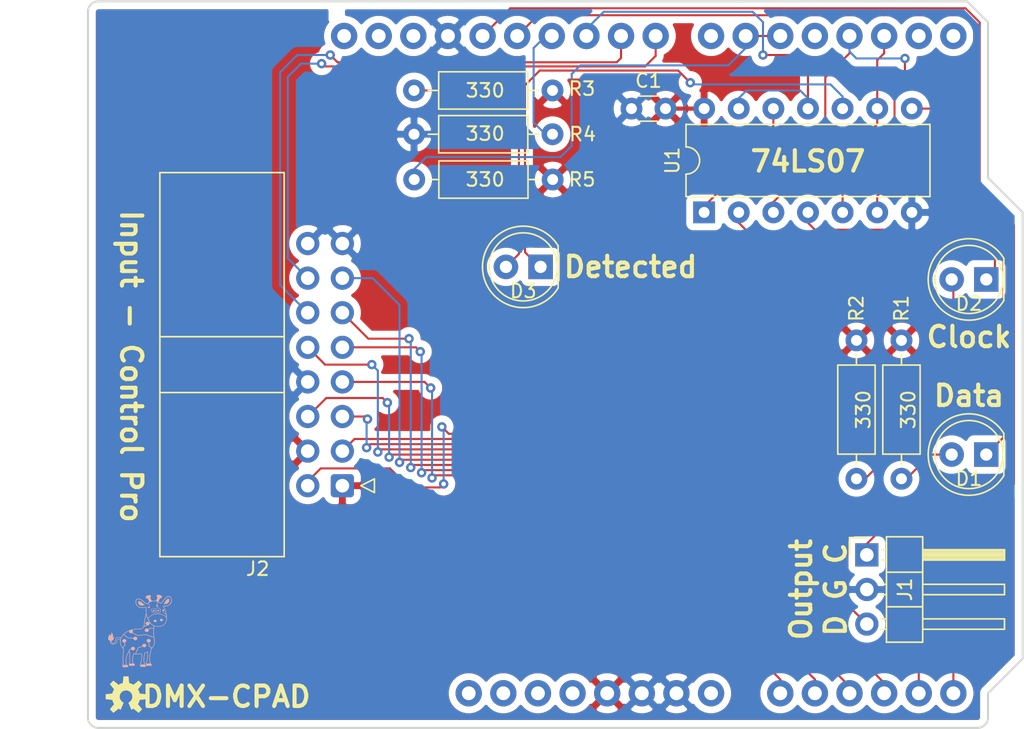
<source format=kicad_pcb>
(kicad_pcb (version 20171130) (host pcbnew "(5.1.12)-1")

  (general
    (thickness 1.6)
    (drawings 21)
    (tracks 280)
    (zones 0)
    (modules 15)
    (nets 39)
  )

  (page A4)
  (title_block
    (title "DMX Demonstrator - Control Pro Adapter (DMX-CPAD)")
    (date 2024-05-25)
    (rev 1.3)
    (company "Sparky Bobo Designs")
    (comment 2 "Designed by: SparkyBobo")
    (comment 3 "https://creativecommons.org/licenses/by-sa/4.0/ ")
    (comment 4 "Released under the Creative Commons Attribution Share-Alike 4.0 License")
  )

  (layers
    (0 F.Cu signal)
    (31 B.Cu signal)
    (32 B.Adhes user)
    (33 F.Adhes user)
    (34 B.Paste user)
    (35 F.Paste user)
    (36 B.SilkS user)
    (37 F.SilkS user)
    (38 B.Mask user)
    (39 F.Mask user)
    (40 Dwgs.User user)
    (41 Cmts.User user)
    (42 Eco1.User user)
    (43 Eco2.User user)
    (44 Edge.Cuts user)
    (45 Margin user)
    (46 B.CrtYd user)
    (47 F.CrtYd user)
    (48 B.Fab user)
    (49 F.Fab user)
  )

  (setup
    (last_trace_width 0.1524)
    (trace_clearance 0.1524)
    (zone_clearance 0.508)
    (zone_45_only no)
    (trace_min 0.1524)
    (via_size 0.6858)
    (via_drill 0.3302)
    (via_min_size 0.508)
    (via_min_drill 0.254)
    (uvia_size 0.6858)
    (uvia_drill 0.3302)
    (uvias_allowed no)
    (uvia_min_size 0.2)
    (uvia_min_drill 0.1)
    (edge_width 0.15)
    (segment_width 0.2)
    (pcb_text_width 0.3)
    (pcb_text_size 1.5 1.5)
    (mod_edge_width 0.15)
    (mod_text_size 1 1)
    (mod_text_width 0.15)
    (pad_size 1.524 1.524)
    (pad_drill 0.762)
    (pad_to_mask_clearance 0.2)
    (aux_axis_origin 0 0)
    (visible_elements 7FFFFFFF)
    (pcbplotparams
      (layerselection 0x010fc_ffffffff)
      (usegerberextensions true)
      (usegerberattributes false)
      (usegerberadvancedattributes false)
      (creategerberjobfile false)
      (excludeedgelayer true)
      (linewidth 0.100000)
      (plotframeref false)
      (viasonmask false)
      (mode 1)
      (useauxorigin false)
      (hpglpennumber 1)
      (hpglpenspeed 20)
      (hpglpendiameter 15.000000)
      (psnegative false)
      (psa4output false)
      (plotreference true)
      (plotvalue false)
      (plotinvisibletext false)
      (padsonsilk false)
      (subtractmaskfromsilk true)
      (outputformat 1)
      (mirror false)
      (drillshape 0)
      (scaleselection 1)
      (outputdirectory "grb"))
  )

  (net 0 "")
  (net 1 +5V)
  (net 2 /A1)
  (net 3 GND)
  (net 4 /A0)
  (net 5 "Net-(D1-Pad2)")
  (net 6 "Net-(D2-Pad2)")
  (net 7 "Net-(A1-Pad32)")
  (net 8 "Net-(A1-Pad31)")
  (net 9 "Net-(A1-Pad1)")
  (net 10 "Net-(A1-Pad2)")
  (net 11 "Net-(A1-Pad3)")
  (net 12 "Net-(A1-Pad4)")
  (net 13 "Net-(A1-Pad8)")
  (net 14 "Net-(A1-Pad26)")
  (net 15 /A2)
  (net 16 /A4)
  (net 17 "Net-(A1-Pad15)")
  (net 18 "Net-(A1-Pad16)")
  (net 19 /A5)
  (net 20 /~DATA)
  (net 21 /~CLOCK)
  (net 22 /~CLK_SLO)
  (net 23 /~CLK_FST)
  (net 24 /RX)
  (net 25 /RXCLK)
  (net 26 "Net-(A1-Pad30)")
  (net 27 /A3)
  (net 28 "Net-(A1-Pad19)")
  (net 29 "Net-(A1-Pad20)")
  (net 30 "Net-(A1-Pad22)")
  (net 31 /~HWD_DT)
  (net 32 "Net-(D1-Pad1)")
  (net 33 "Net-(D2-Pad1)")
  (net 34 /~DATA_OUT)
  (net 35 /~CLOCK_OUT)
  (net 36 /~HWD_DT_OUT)
  (net 37 "Net-(D3-Pad2)")
  (net 38 "Net-(D3-Pad1)")

  (net_class Default "This is the default net class."
    (clearance 0.1524)
    (trace_width 0.1524)
    (via_dia 0.6858)
    (via_drill 0.3302)
    (uvia_dia 0.6858)
    (uvia_drill 0.3302)
    (diff_pair_width 0.1524)
    (diff_pair_gap 0.1524)
    (add_net /A0)
    (add_net /A1)
    (add_net /A2)
    (add_net /A3)
    (add_net /A4)
    (add_net /A5)
    (add_net /RX)
    (add_net /RXCLK)
    (add_net /~CLK_FST)
    (add_net /~CLK_SLO)
    (add_net /~CLOCK)
    (add_net /~CLOCK_OUT)
    (add_net /~DATA)
    (add_net /~DATA_OUT)
    (add_net /~HWD_DT)
    (add_net /~HWD_DT_OUT)
    (add_net GND)
    (add_net "Net-(A1-Pad1)")
    (add_net "Net-(A1-Pad15)")
    (add_net "Net-(A1-Pad16)")
    (add_net "Net-(A1-Pad19)")
    (add_net "Net-(A1-Pad2)")
    (add_net "Net-(A1-Pad20)")
    (add_net "Net-(A1-Pad22)")
    (add_net "Net-(A1-Pad26)")
    (add_net "Net-(A1-Pad3)")
    (add_net "Net-(A1-Pad30)")
    (add_net "Net-(A1-Pad31)")
    (add_net "Net-(A1-Pad32)")
    (add_net "Net-(A1-Pad4)")
    (add_net "Net-(A1-Pad8)")
    (add_net "Net-(D1-Pad1)")
    (add_net "Net-(D1-Pad2)")
    (add_net "Net-(D2-Pad1)")
    (add_net "Net-(D2-Pad2)")
    (add_net "Net-(D3-Pad1)")
    (add_net "Net-(D3-Pad2)")
  )

  (net_class Power ""
    (clearance 0.1524)
    (trace_width 0.3048)
    (via_dia 1.27)
    (via_drill 0.635)
    (uvia_dia 1.27)
    (uvia_drill 0.635)
    (diff_pair_width 0.3048)
    (diff_pair_gap 0.3048)
    (add_net +5V)
  )

  (module Connector_IDC:IDC-Header_2x08_P2.54mm_Horizontal (layer F.Cu) (tedit 5EAC9A08) (tstamp 6651D9BE)
    (at 135.001 98.806 180)
    (descr "Through hole IDC box header, 2x08, 2.54mm pitch, DIN 41651 / IEC 60603-13, double rows, https://docs.google.com/spreadsheets/d/16SsEcesNF15N3Lb4niX7dcUr-NY5_MFPQhobNuNppn4/edit#gid=0")
    (tags "Through hole horizontal IDC box header THT 2x08 2.54mm double row")
    (path /5F618444)
    (fp_text reference J2 (at 6.215 -6.1) (layer F.SilkS)
      (effects (font (size 1 1) (thickness 0.15)))
    )
    (fp_text value INPUT (at 6.215 23.88) (layer F.Fab)
      (effects (font (size 1 1) (thickness 0.15)))
    )
    (fp_line (start 13.78 -5.6) (end -1.35 -5.6) (layer F.CrtYd) (width 0.05))
    (fp_line (start 13.78 23.38) (end 13.78 -5.6) (layer F.CrtYd) (width 0.05))
    (fp_line (start -1.35 23.38) (end 13.78 23.38) (layer F.CrtYd) (width 0.05))
    (fp_line (start -1.35 -5.6) (end -1.35 23.38) (layer F.CrtYd) (width 0.05))
    (fp_line (start -2.35 0.5) (end -1.35 0) (layer F.SilkS) (width 0.12))
    (fp_line (start -2.35 -0.5) (end -2.35 0.5) (layer F.SilkS) (width 0.12))
    (fp_line (start -1.35 0) (end -2.35 -0.5) (layer F.SilkS) (width 0.12))
    (fp_line (start 4.27 22.99) (end 4.27 -5.21) (layer F.SilkS) (width 0.12))
    (fp_line (start 13.39 22.99) (end 4.27 22.99) (layer F.SilkS) (width 0.12))
    (fp_line (start 13.39 -5.21) (end 13.39 22.99) (layer F.SilkS) (width 0.12))
    (fp_line (start 4.27 -5.21) (end 13.39 -5.21) (layer F.SilkS) (width 0.12))
    (fp_line (start 4.38 22.88) (end 4.38 -4.1) (layer F.Fab) (width 0.1))
    (fp_line (start 13.28 22.88) (end 4.38 22.88) (layer F.Fab) (width 0.1))
    (fp_line (start 13.28 -5.1) (end 13.28 22.88) (layer F.Fab) (width 0.1))
    (fp_line (start 5.38 -5.1) (end 13.28 -5.1) (layer F.Fab) (width 0.1))
    (fp_line (start -0.32 18.1) (end 4.38 18.1) (layer F.Fab) (width 0.1))
    (fp_line (start -0.32 17.46) (end -0.32 18.1) (layer F.Fab) (width 0.1))
    (fp_line (start 4.38 17.46) (end -0.32 17.46) (layer F.Fab) (width 0.1))
    (fp_line (start -0.32 15.56) (end 4.38 15.56) (layer F.Fab) (width 0.1))
    (fp_line (start -0.32 14.92) (end -0.32 15.56) (layer F.Fab) (width 0.1))
    (fp_line (start 4.38 14.92) (end -0.32 14.92) (layer F.Fab) (width 0.1))
    (fp_line (start -0.32 13.02) (end 4.38 13.02) (layer F.Fab) (width 0.1))
    (fp_line (start -0.32 12.38) (end -0.32 13.02) (layer F.Fab) (width 0.1))
    (fp_line (start 4.38 12.38) (end -0.32 12.38) (layer F.Fab) (width 0.1))
    (fp_line (start -0.32 10.48) (end 4.38 10.48) (layer F.Fab) (width 0.1))
    (fp_line (start -0.32 9.84) (end -0.32 10.48) (layer F.Fab) (width 0.1))
    (fp_line (start 4.38 9.84) (end -0.32 9.84) (layer F.Fab) (width 0.1))
    (fp_line (start -0.32 7.94) (end 4.38 7.94) (layer F.Fab) (width 0.1))
    (fp_line (start -0.32 7.3) (end -0.32 7.94) (layer F.Fab) (width 0.1))
    (fp_line (start 4.38 7.3) (end -0.32 7.3) (layer F.Fab) (width 0.1))
    (fp_line (start -0.32 5.4) (end 4.38 5.4) (layer F.Fab) (width 0.1))
    (fp_line (start -0.32 4.76) (end -0.32 5.4) (layer F.Fab) (width 0.1))
    (fp_line (start 4.38 4.76) (end -0.32 4.76) (layer F.Fab) (width 0.1))
    (fp_line (start -0.32 2.86) (end 4.38 2.86) (layer F.Fab) (width 0.1))
    (fp_line (start -0.32 2.22) (end -0.32 2.86) (layer F.Fab) (width 0.1))
    (fp_line (start 4.38 2.22) (end -0.32 2.22) (layer F.Fab) (width 0.1))
    (fp_line (start -0.32 0.32) (end 4.38 0.32) (layer F.Fab) (width 0.1))
    (fp_line (start -0.32 -0.32) (end -0.32 0.32) (layer F.Fab) (width 0.1))
    (fp_line (start 4.38 -0.32) (end -0.32 -0.32) (layer F.Fab) (width 0.1))
    (fp_line (start 4.27 10.94) (end 13.39 10.94) (layer F.SilkS) (width 0.12))
    (fp_line (start 4.27 6.84) (end 13.39 6.84) (layer F.SilkS) (width 0.12))
    (fp_line (start 4.38 10.94) (end 13.28 10.94) (layer F.Fab) (width 0.1))
    (fp_line (start 4.38 6.84) (end 13.28 6.84) (layer F.Fab) (width 0.1))
    (fp_line (start 4.38 -4.1) (end 5.38 -5.1) (layer F.Fab) (width 0.1))
    (fp_text user %R (at 8.83 8.89 90) (layer F.Fab)
      (effects (font (size 1 1) (thickness 0.15)))
    )
    (pad 16 thru_hole circle (at 2.54 17.78 180) (size 1.7 1.7) (drill 1) (layers *.Cu *.Mask)
      (net 3 GND))
    (pad 14 thru_hole circle (at 2.54 15.24 180) (size 1.7 1.7) (drill 1) (layers *.Cu *.Mask)
      (net 23 /~CLK_FST))
    (pad 12 thru_hole circle (at 2.54 12.7 180) (size 1.7 1.7) (drill 1) (layers *.Cu *.Mask)
      (net 22 /~CLK_SLO))
    (pad 10 thru_hole circle (at 2.54 10.16 180) (size 1.7 1.7) (drill 1) (layers *.Cu *.Mask)
      (net 19 /A5))
    (pad 8 thru_hole circle (at 2.54 7.62 180) (size 1.7 1.7) (drill 1) (layers *.Cu *.Mask)
      (net 3 GND))
    (pad 6 thru_hole circle (at 2.54 5.08 180) (size 1.7 1.7) (drill 1) (layers *.Cu *.Mask)
      (net 16 /A4))
    (pad 4 thru_hole circle (at 2.54 2.54 180) (size 1.7 1.7) (drill 1) (layers *.Cu *.Mask)
      (net 1 +5V))
    (pad 2 thru_hole circle (at 2.54 0 180) (size 1.7 1.7) (drill 1) (layers *.Cu *.Mask)
      (net 31 /~HWD_DT))
    (pad 15 thru_hole circle (at 0 17.78 180) (size 1.7 1.7) (drill 1) (layers *.Cu *.Mask)
      (net 3 GND))
    (pad 13 thru_hole circle (at 0 15.24 180) (size 1.7 1.7) (drill 1) (layers *.Cu *.Mask)
      (net 27 /A3))
    (pad 11 thru_hole circle (at 0 12.7 180) (size 1.7 1.7) (drill 1) (layers *.Cu *.Mask)
      (net 15 /A2))
    (pad 9 thru_hole circle (at 0 10.16 180) (size 1.7 1.7) (drill 1) (layers *.Cu *.Mask)
      (net 2 /A1))
    (pad 7 thru_hole circle (at 0 7.62 180) (size 1.7 1.7) (drill 1) (layers *.Cu *.Mask)
      (net 4 /A0))
    (pad 5 thru_hole circle (at 0 5.08 180) (size 1.7 1.7) (drill 1) (layers *.Cu *.Mask)
      (net 20 /~DATA))
    (pad 3 thru_hole circle (at 0 2.54 180) (size 1.7 1.7) (drill 1) (layers *.Cu *.Mask)
      (net 21 /~CLOCK))
    (pad 1 thru_hole roundrect (at 0 0 180) (size 1.7 1.7) (drill 1) (layers *.Cu *.Mask) (roundrect_rratio 0.147059)
      (net 1 +5V))
    (model ${KISYS3DMOD}/Connector_IDC.3dshapes/IDC-Header_2x08_P2.54mm_Horizontal.wrl
      (at (xyz 0 0 0))
      (scale (xyz 1 1 1))
      (rotate (xyz 0 0 0))
    )
  )

  (module Package_DIP:DIP-14_W7.62mm (layer F.Cu) (tedit 5A02E8C5) (tstamp 6514CA98)
    (at 161.544 78.74 90)
    (descr "14-lead though-hole mounted DIP package, row spacing 7.62 mm (300 mils)")
    (tags "THT DIP DIL PDIP 2.54mm 7.62mm 300mil")
    (path /6508D26C)
    (fp_text reference U1 (at 3.81 -2.33 90) (layer F.SilkS)
      (effects (font (size 1 1) (thickness 0.15)))
    )
    (fp_text value 74LS07 (at 3.81 17.57 90) (layer F.Fab)
      (effects (font (size 1 1) (thickness 0.15)))
    )
    (fp_line (start 1.635 -1.27) (end 6.985 -1.27) (layer F.Fab) (width 0.1))
    (fp_line (start 6.985 -1.27) (end 6.985 16.51) (layer F.Fab) (width 0.1))
    (fp_line (start 6.985 16.51) (end 0.635 16.51) (layer F.Fab) (width 0.1))
    (fp_line (start 0.635 16.51) (end 0.635 -0.27) (layer F.Fab) (width 0.1))
    (fp_line (start 0.635 -0.27) (end 1.635 -1.27) (layer F.Fab) (width 0.1))
    (fp_line (start 2.81 -1.33) (end 1.16 -1.33) (layer F.SilkS) (width 0.12))
    (fp_line (start 1.16 -1.33) (end 1.16 16.57) (layer F.SilkS) (width 0.12))
    (fp_line (start 1.16 16.57) (end 6.46 16.57) (layer F.SilkS) (width 0.12))
    (fp_line (start 6.46 16.57) (end 6.46 -1.33) (layer F.SilkS) (width 0.12))
    (fp_line (start 6.46 -1.33) (end 4.81 -1.33) (layer F.SilkS) (width 0.12))
    (fp_line (start -1.1 -1.55) (end -1.1 16.8) (layer F.CrtYd) (width 0.05))
    (fp_line (start -1.1 16.8) (end 8.7 16.8) (layer F.CrtYd) (width 0.05))
    (fp_line (start 8.7 16.8) (end 8.7 -1.55) (layer F.CrtYd) (width 0.05))
    (fp_line (start 8.7 -1.55) (end -1.1 -1.55) (layer F.CrtYd) (width 0.05))
    (fp_arc (start 3.81 -1.33) (end 2.81 -1.33) (angle -180) (layer F.SilkS) (width 0.12))
    (fp_text user %R (at 3.81 7.62 90) (layer F.Fab)
      (effects (font (size 1 1) (thickness 0.15)))
    )
    (pad 1 thru_hole rect (at 0 0 90) (size 1.6 1.6) (drill 0.8) (layers *.Cu *.Mask)
      (net 35 /~CLOCK_OUT))
    (pad 8 thru_hole oval (at 7.62 15.24 90) (size 1.6 1.6) (drill 0.8) (layers *.Cu *.Mask)
      (net 32 "Net-(D1-Pad1)"))
    (pad 2 thru_hole oval (at 0 2.54 90) (size 1.6 1.6) (drill 0.8) (layers *.Cu *.Mask)
      (net 21 /~CLOCK))
    (pad 9 thru_hole oval (at 7.62 12.7 90) (size 1.6 1.6) (drill 0.8) (layers *.Cu *.Mask)
      (net 34 /~DATA_OUT))
    (pad 3 thru_hole oval (at 0 5.08 90) (size 1.6 1.6) (drill 0.8) (layers *.Cu *.Mask)
      (net 34 /~DATA_OUT))
    (pad 10 thru_hole oval (at 7.62 10.16 90) (size 1.6 1.6) (drill 0.8) (layers *.Cu *.Mask)
      (net 38 "Net-(D3-Pad1)"))
    (pad 4 thru_hole oval (at 0 7.62 90) (size 1.6 1.6) (drill 0.8) (layers *.Cu *.Mask)
      (net 20 /~DATA))
    (pad 11 thru_hole oval (at 7.62 7.62 90) (size 1.6 1.6) (drill 0.8) (layers *.Cu *.Mask)
      (net 36 /~HWD_DT_OUT))
    (pad 5 thru_hole oval (at 0 10.16 90) (size 1.6 1.6) (drill 0.8) (layers *.Cu *.Mask)
      (net 35 /~CLOCK_OUT))
    (pad 12 thru_hole oval (at 7.62 5.08 90) (size 1.6 1.6) (drill 0.8) (layers *.Cu *.Mask)
      (net 31 /~HWD_DT))
    (pad 6 thru_hole oval (at 0 12.7 90) (size 1.6 1.6) (drill 0.8) (layers *.Cu *.Mask)
      (net 33 "Net-(D2-Pad1)"))
    (pad 13 thru_hole oval (at 7.62 2.54 90) (size 1.6 1.6) (drill 0.8) (layers *.Cu *.Mask)
      (net 36 /~HWD_DT_OUT))
    (pad 7 thru_hole oval (at 0 15.24 90) (size 1.6 1.6) (drill 0.8) (layers *.Cu *.Mask)
      (net 3 GND))
    (pad 14 thru_hole oval (at 7.62 0 90) (size 1.6 1.6) (drill 0.8) (layers *.Cu *.Mask)
      (net 1 +5V))
    (model ${KISYS3DMOD}/Package_DIP.3dshapes/DIP-14_W7.62mm.wrl
      (at (xyz 0 0 0))
      (scale (xyz 1 1 1))
      (rotate (xyz 0 0 0))
    )
  )

  (module Resistor_THT:R_Axial_DIN0207_L6.3mm_D2.5mm_P10.16mm_Horizontal (layer F.Cu) (tedit 6507A7DC) (tstamp 6514E37E)
    (at 150.4315 76.327 180)
    (descr "Resistor, Axial_DIN0207 series, Axial, Horizontal, pin pitch=10.16mm, 0.25W = 1/4W, length*diameter=6.3*2.5mm^2, http://cdn-reichelt.de/documents/datenblatt/B400/1_4W%23YAG.pdf")
    (tags "Resistor Axial_DIN0207 series Axial Horizontal pin pitch 10.16mm 0.25W = 1/4W length 6.3mm diameter 2.5mm")
    (path /6506CFB2)
    (fp_text reference R5 (at -2.159 0 180) (layer F.SilkS)
      (effects (font (size 1 1) (thickness 0.15)))
    )
    (fp_text value 330 (at 4.953 0 180) (layer F.SilkS)
      (effects (font (size 1 1) (thickness 0.15)))
    )
    (fp_line (start 1.93 -1.25) (end 1.93 1.25) (layer F.Fab) (width 0.1))
    (fp_line (start 1.93 1.25) (end 8.23 1.25) (layer F.Fab) (width 0.1))
    (fp_line (start 8.23 1.25) (end 8.23 -1.25) (layer F.Fab) (width 0.1))
    (fp_line (start 8.23 -1.25) (end 1.93 -1.25) (layer F.Fab) (width 0.1))
    (fp_line (start 0 0) (end 1.93 0) (layer F.Fab) (width 0.1))
    (fp_line (start 10.16 0) (end 8.23 0) (layer F.Fab) (width 0.1))
    (fp_line (start 1.81 -1.37) (end 1.81 1.37) (layer F.SilkS) (width 0.12))
    (fp_line (start 1.81 1.37) (end 8.35 1.37) (layer F.SilkS) (width 0.12))
    (fp_line (start 8.35 1.37) (end 8.35 -1.37) (layer F.SilkS) (width 0.12))
    (fp_line (start 8.35 -1.37) (end 1.81 -1.37) (layer F.SilkS) (width 0.12))
    (fp_line (start 1.04 0) (end 1.81 0) (layer F.SilkS) (width 0.12))
    (fp_line (start 9.12 0) (end 8.35 0) (layer F.SilkS) (width 0.12))
    (fp_line (start -1.05 -1.5) (end -1.05 1.5) (layer F.CrtYd) (width 0.05))
    (fp_line (start -1.05 1.5) (end 11.21 1.5) (layer F.CrtYd) (width 0.05))
    (fp_line (start 11.21 1.5) (end 11.21 -1.5) (layer F.CrtYd) (width 0.05))
    (fp_line (start 11.21 -1.5) (end -1.05 -1.5) (layer F.CrtYd) (width 0.05))
    (fp_text user %R (at 5.08 0 180) (layer F.Fab)
      (effects (font (size 1 1) (thickness 0.15)))
    )
    (pad 1 thru_hole circle (at 0 0 180) (size 1.6 1.6) (drill 0.8) (layers *.Cu *.Mask)
      (net 1 +5V))
    (pad 2 thru_hole oval (at 10.16 0 180) (size 1.6 1.6) (drill 0.8) (layers *.Cu *.Mask)
      (net 29 "Net-(A1-Pad20)"))
    (model ${KISYS3DMOD}/Resistor_THT.3dshapes/R_Axial_DIN0207_L6.3mm_D2.5mm_P10.16mm_Horizontal.wrl
      (at (xyz 0 0 0))
      (scale (xyz 1 1 1))
      (rotate (xyz 0 0 0))
    )
  )

  (module LED_THT:LED_D5.0mm (layer F.Cu) (tedit 5995936A) (tstamp 6514E300)
    (at 149.5425 82.7405 180)
    (descr "LED, diameter 5.0mm, 2 pins, http://cdn-reichelt.de/documents/datenblatt/A500/LL-504BC2E-009.pdf")
    (tags "LED diameter 5.0mm 2 pins")
    (path /64093372)
    (fp_text reference D3 (at 1.27 -1.778 180) (layer F.SilkS)
      (effects (font (size 1 1) (thickness 0.15)))
    )
    (fp_text value DETECTED (at 1.27 3.96 180) (layer F.Fab)
      (effects (font (size 1 1) (thickness 0.15)))
    )
    (fp_circle (center 1.27 0) (end 3.77 0) (layer F.Fab) (width 0.1))
    (fp_circle (center 1.27 0) (end 3.77 0) (layer F.SilkS) (width 0.12))
    (fp_line (start -1.23 -1.469694) (end -1.23 1.469694) (layer F.Fab) (width 0.1))
    (fp_line (start -1.29 -1.545) (end -1.29 1.545) (layer F.SilkS) (width 0.12))
    (fp_line (start -1.95 -3.25) (end -1.95 3.25) (layer F.CrtYd) (width 0.05))
    (fp_line (start -1.95 3.25) (end 4.5 3.25) (layer F.CrtYd) (width 0.05))
    (fp_line (start 4.5 3.25) (end 4.5 -3.25) (layer F.CrtYd) (width 0.05))
    (fp_line (start 4.5 -3.25) (end -1.95 -3.25) (layer F.CrtYd) (width 0.05))
    (fp_arc (start 1.27 0) (end -1.23 -1.469694) (angle 299.1) (layer F.Fab) (width 0.1))
    (fp_arc (start 1.27 0) (end -1.29 -1.54483) (angle 148.9) (layer F.SilkS) (width 0.12))
    (fp_arc (start 1.27 0) (end -1.29 1.54483) (angle -148.9) (layer F.SilkS) (width 0.12))
    (fp_text user %R (at 1.25 0 180) (layer F.Fab)
      (effects (font (size 0.8 0.8) (thickness 0.2)))
    )
    (pad 1 thru_hole rect (at 0 0 180) (size 1.8 1.8) (drill 0.9) (layers *.Cu *.Mask)
      (net 38 "Net-(D3-Pad1)"))
    (pad 2 thru_hole circle (at 2.54 0 180) (size 1.8 1.8) (drill 0.9) (layers *.Cu *.Mask)
      (net 37 "Net-(D3-Pad2)"))
    (model ${KISYS3DMOD}/LED_THT.3dshapes/LED_D5.0mm.wrl
      (at (xyz 0 0 0))
      (scale (xyz 1 1 1))
      (rotate (xyz 0 0 0))
    )
  )

  (module Resistor_THT:R_Axial_DIN0207_L6.3mm_D2.5mm_P10.16mm_Horizontal (layer F.Cu) (tedit 6507A7EE) (tstamp 641576C1)
    (at 150.4188 72.9996 180)
    (descr "Resistor, Axial_DIN0207 series, Axial, Horizontal, pin pitch=10.16mm, 0.25W = 1/4W, length*diameter=6.3*2.5mm^2, http://cdn-reichelt.de/documents/datenblatt/B400/1_4W%23YAG.pdf")
    (tags "Resistor Axial_DIN0207 series Axial Horizontal pin pitch 10.16mm 0.25W = 1/4W length 6.3mm diameter 2.5mm")
    (path /5F6228C3)
    (fp_text reference R4 (at -2.2098 0 180) (layer F.SilkS)
      (effects (font (size 1 1) (thickness 0.15)))
    )
    (fp_text value 330 (at 4.9403 0.0381 180) (layer F.SilkS)
      (effects (font (size 1 1) (thickness 0.15)))
    )
    (fp_line (start 1.93 -1.25) (end 1.93 1.25) (layer F.Fab) (width 0.1))
    (fp_line (start 1.93 1.25) (end 8.23 1.25) (layer F.Fab) (width 0.1))
    (fp_line (start 8.23 1.25) (end 8.23 -1.25) (layer F.Fab) (width 0.1))
    (fp_line (start 8.23 -1.25) (end 1.93 -1.25) (layer F.Fab) (width 0.1))
    (fp_line (start 0 0) (end 1.93 0) (layer F.Fab) (width 0.1))
    (fp_line (start 10.16 0) (end 8.23 0) (layer F.Fab) (width 0.1))
    (fp_line (start 1.81 -1.37) (end 1.81 1.37) (layer F.SilkS) (width 0.12))
    (fp_line (start 1.81 1.37) (end 8.35 1.37) (layer F.SilkS) (width 0.12))
    (fp_line (start 8.35 1.37) (end 8.35 -1.37) (layer F.SilkS) (width 0.12))
    (fp_line (start 8.35 -1.37) (end 1.81 -1.37) (layer F.SilkS) (width 0.12))
    (fp_line (start 1.04 0) (end 1.81 0) (layer F.SilkS) (width 0.12))
    (fp_line (start 9.12 0) (end 8.35 0) (layer F.SilkS) (width 0.12))
    (fp_line (start -1.05 -1.5) (end -1.05 1.5) (layer F.CrtYd) (width 0.05))
    (fp_line (start -1.05 1.5) (end 11.21 1.5) (layer F.CrtYd) (width 0.05))
    (fp_line (start 11.21 1.5) (end 11.21 -1.5) (layer F.CrtYd) (width 0.05))
    (fp_line (start 11.21 -1.5) (end -1.05 -1.5) (layer F.CrtYd) (width 0.05))
    (fp_text user %R (at 5.08 0 180) (layer F.Fab)
      (effects (font (size 1 1) (thickness 0.15)))
    )
    (pad 1 thru_hole circle (at 0 0 180) (size 1.6 1.6) (drill 0.8) (layers *.Cu *.Mask)
      (net 14 "Net-(A1-Pad26)"))
    (pad 2 thru_hole oval (at 10.16 0 180) (size 1.6 1.6) (drill 0.8) (layers *.Cu *.Mask)
      (net 3 GND))
    (model ${KISYS3DMOD}/Resistor_THT.3dshapes/R_Axial_DIN0207_L6.3mm_D2.5mm_P10.16mm_Horizontal.wrl
      (at (xyz 0 0 0))
      (scale (xyz 1 1 1))
      (rotate (xyz 0 0 0))
    )
  )

  (module Capacitor_THT:C_Disc_D3.0mm_W1.6mm_P2.50mm (layer F.Cu) (tedit 5AE50EF0) (tstamp 63F724C1)
    (at 156.21 71.12)
    (descr "C, Disc series, Radial, pin pitch=2.50mm, , diameter*width=3.0*1.6mm^2, Capacitor, http://www.vishay.com/docs/45233/krseries.pdf")
    (tags "C Disc series Radial pin pitch 2.50mm  diameter 3.0mm width 1.6mm Capacitor")
    (path /63F80B8A)
    (fp_text reference C1 (at 1.25 -2.05) (layer F.SilkS)
      (effects (font (size 1 1) (thickness 0.15)))
    )
    (fp_text value 0.1uF (at 1.25 2.05) (layer F.Fab)
      (effects (font (size 1 1) (thickness 0.15)))
    )
    (fp_line (start -0.25 -0.8) (end -0.25 0.8) (layer F.Fab) (width 0.1))
    (fp_line (start -0.25 0.8) (end 2.75 0.8) (layer F.Fab) (width 0.1))
    (fp_line (start 2.75 0.8) (end 2.75 -0.8) (layer F.Fab) (width 0.1))
    (fp_line (start 2.75 -0.8) (end -0.25 -0.8) (layer F.Fab) (width 0.1))
    (fp_line (start 0.621 -0.92) (end 1.879 -0.92) (layer F.SilkS) (width 0.12))
    (fp_line (start 0.621 0.92) (end 1.879 0.92) (layer F.SilkS) (width 0.12))
    (fp_line (start -1.05 -1.05) (end -1.05 1.05) (layer F.CrtYd) (width 0.05))
    (fp_line (start -1.05 1.05) (end 3.55 1.05) (layer F.CrtYd) (width 0.05))
    (fp_line (start 3.55 1.05) (end 3.55 -1.05) (layer F.CrtYd) (width 0.05))
    (fp_line (start 3.55 -1.05) (end -1.05 -1.05) (layer F.CrtYd) (width 0.05))
    (fp_text user %R (at 1.25 0) (layer F.Fab)
      (effects (font (size 0.6 0.6) (thickness 0.09)))
    )
    (pad 1 thru_hole circle (at 0 0) (size 1.6 1.6) (drill 0.8) (layers *.Cu *.Mask)
      (net 3 GND))
    (pad 2 thru_hole circle (at 2.5 0) (size 1.6 1.6) (drill 0.8) (layers *.Cu *.Mask)
      (net 1 +5V))
    (model ${KISYS3DMOD}/Capacitor_THT.3dshapes/C_Disc_D3.0mm_W1.6mm_P2.50mm.wrl
      (at (xyz 0 0 0))
      (scale (xyz 1 1 1))
      (rotate (xyz 0 0 0))
    )
  )

  (module footprints:ARDUINO_R3_NO_HOLES (layer F.Cu) (tedit 5FA36CC6) (tstamp 6514E1F4)
    (at 150.622 89.916)
    (descr "ARDUINO UNO R3 FOOTPRINT")
    (tags "ARDUINO UNO R3 FOOTPRINT")
    (path /5F3035A0)
    (attr virtual)
    (fp_text reference A1 (at -32.766 -25.908) (layer F.SilkS) hide
      (effects (font (size 0.6096 0.6096) (thickness 0.127)))
    )
    (fp_text value Arduino_UNO_R3 (at -29.718 -24.892) (layer F.SilkS) hide
      (effects (font (size 0.6096 0.6096) (thickness 0.127)))
    )
    (fp_line (start -34.29 26.67) (end -34.29 -26.67) (layer Dwgs.User) (width 0.2032))
    (fp_line (start -34.29 -26.67) (end 30.226 -26.67) (layer Dwgs.User) (width 0.2032))
    (fp_line (start 30.226 -26.67) (end 31.75 -25.146) (layer Dwgs.User) (width 0.2032))
    (fp_line (start 31.75 -25.146) (end 31.75 -13.716) (layer Dwgs.User) (width 0.2032))
    (fp_line (start 31.75 -13.716) (end 34.29 -11.176) (layer Dwgs.User) (width 0.2032))
    (fp_line (start 34.29 -11.176) (end 34.29 21.59) (layer Dwgs.User) (width 0.2032))
    (fp_line (start 34.29 21.59) (end 31.75 24.13) (layer Dwgs.User) (width 0.2032))
    (fp_line (start 31.75 24.13) (end 31.75 26.67) (layer Dwgs.User) (width 0.2032))
    (fp_line (start 31.75 26.67) (end -34.29 26.67) (layer Dwgs.User) (width 0.2032))
    (fp_line (start -40.64 -17.145) (end -24.765 -17.145) (layer Dwgs.User) (width 0.2032))
    (fp_line (start -24.765 -17.145) (end -24.765 -5.715) (layer Dwgs.User) (width 0.2032))
    (fp_line (start -24.765 -5.715) (end -40.64 -5.715) (layer Dwgs.User) (width 0.2032))
    (fp_line (start -40.64 -5.715) (end -40.64 -17.145) (layer Dwgs.User) (width 0.2032))
    (fp_line (start -36.195 23.495) (end -36.195 14.605) (layer Dwgs.User) (width 0.2032))
    (fp_line (start -36.195 14.605) (end -22.86 14.605) (layer Dwgs.User) (width 0.2032))
    (fp_line (start -22.86 14.605) (end -22.86 23.495) (layer Dwgs.User) (width 0.2032))
    (fp_line (start -22.86 23.495) (end -36.195 23.495) (layer Dwgs.User) (width 0.2032))
    (fp_circle (center -20.32 24.13) (end -20.32 23.10638) (layer Dwgs.User) (width 0.127))
    (fp_circle (center 31.75 19.05) (end 31.75 18.02638) (layer Dwgs.User) (width 0.127))
    (fp_circle (center 31.75 -8.89) (end 31.75 -9.91362) (layer Dwgs.User) (width 0.127))
    (fp_circle (center -19.05 -24.13) (end -19.05 -25.15362) (layer Dwgs.User) (width 0.127))
    (fp_text user SCL (at -15.5194 -20.5232 90) (layer Dwgs.User)
      (effects (font (size 0.8128 0.8128) (thickness 0.127)))
    )
    (fp_text user SDA (at -12.9794 -20.5232 90) (layer Dwgs.User)
      (effects (font (size 0.8128 0.8128) (thickness 0.127)))
    )
    (fp_text user AREF (at -10.4394 -20.9296 90) (layer Dwgs.User)
      (effects (font (size 0.8128 0.8128) (thickness 0.127)))
    )
    (fp_text user GND (at -7.8994 -20.5232 90) (layer Dwgs.User)
      (effects (font (size 0.8128 0.8128) (thickness 0.127)))
    )
    (fp_text user D13 (at -5.3594 -20.5232 90) (layer Dwgs.User)
      (effects (font (size 0.8128 0.8128) (thickness 0.127)))
    )
    (fp_text user D12 (at -2.8194 -20.5232 90) (layer Dwgs.User)
      (effects (font (size 0.8128 0.8128) (thickness 0.127)))
    )
    (fp_text user D11 (at -0.2794 -20.5232 90) (layer Dwgs.User)
      (effects (font (size 0.8128 0.8128) (thickness 0.127)))
    )
    (fp_text user D10 (at 2.2606 -20.5232 90) (layer Dwgs.User)
      (effects (font (size 0.8128 0.8128) (thickness 0.127)))
    )
    (fp_text user D9 (at 4.79806 -20.1168 90) (layer Dwgs.User)
      (effects (font (size 0.8128 0.8128) (thickness 0.127)))
    )
    (fp_text user D8 (at 7.3406 -20.1168 90) (layer Dwgs.User)
      (effects (font (size 0.8128 0.8128) (thickness 0.127)))
    )
    (fp_text user D7 (at 11.4046 -20.1168 90) (layer Dwgs.User)
      (effects (font (size 0.8128 0.8128) (thickness 0.127)))
    )
    (fp_text user D6 (at 13.9446 -20.1168 90) (layer Dwgs.User)
      (effects (font (size 0.8128 0.8128) (thickness 0.127)))
    )
    (fp_text user D5 (at 16.4846 -20.1168 90) (layer Dwgs.User)
      (effects (font (size 0.8128 0.8128) (thickness 0.127)))
    )
    (fp_text user D4 (at 19.0246 -20.1168 90) (layer Dwgs.User)
      (effects (font (size 0.8128 0.8128) (thickness 0.127)))
    )
    (fp_text user D3 (at 21.5646 -20.1168 90) (layer Dwgs.User)
      (effects (font (size 0.8128 0.8128) (thickness 0.127)))
    )
    (fp_text user D2 (at 24.1046 -20.1168 90) (layer Dwgs.User)
      (effects (font (size 0.8128 0.8128) (thickness 0.127)))
    )
    (fp_text user D0/RXI (at 29.05506 -19.2024 90) (layer Dwgs.User)
      (effects (font (size 0.8128 0.8128) (thickness 0.127)))
    )
    (fp_text user D1/TXO (at 26.5176 -19.2024 90) (layer Dwgs.User)
      (effects (font (size 0.8128 0.8128) (thickness 0.127)))
    )
    (fp_text user !RESET! (at -1.6764 20.0152 90) (layer Dwgs.User)
      (effects (font (size 0.8128 0.8128) (thickness 0.127)))
    )
    (fp_text user 3.3V (at 0.8636 21.2344 90) (layer Dwgs.User)
      (effects (font (size 0.8128 0.8128) (thickness 0.127)))
    )
    (fp_text user 5V (at 3.4036 22.0472 90) (layer Dwgs.User)
      (effects (font (size 0.8128 0.8128) (thickness 0.127)))
    )
    (fp_text user GND (at 5.9436 21.6408 90) (layer Dwgs.User)
      (effects (font (size 0.8128 0.8128) (thickness 0.127)))
    )
    (fp_text user GND (at 8.4836 21.6408 90) (layer Dwgs.User)
      (effects (font (size 0.8128 0.8128) (thickness 0.127)))
    )
    (fp_text user VIN (at 11.0236 21.6408 90) (layer Dwgs.User)
      (effects (font (size 0.8128 0.8128) (thickness 0.127)))
    )
    (fp_text user A0 (at 16.1036 22.0472 90) (layer Dwgs.User)
      (effects (font (size 0.8128 0.8128) (thickness 0.127)))
    )
    (fp_text user A1 (at 18.6436 22.0472 90) (layer Dwgs.User)
      (effects (font (size 0.8128 0.8128) (thickness 0.127)))
    )
    (fp_text user A2 (at 21.1836 22.0472 90) (layer Dwgs.User)
      (effects (font (size 0.8128 0.8128) (thickness 0.127)))
    )
    (fp_text user A3 (at 23.7236 22.0472 90) (layer Dwgs.User)
      (effects (font (size 0.8128 0.8128) (thickness 0.127)))
    )
    (fp_text user A4 (at 26.2636 22.0472 90) (layer Dwgs.User)
      (effects (font (size 0.8128 0.8128) (thickness 0.127)))
    )
    (fp_text user A5 (at 28.80106 22.0472 90) (layer Dwgs.User)
      (effects (font (size 0.8128 0.8128) (thickness 0.127)))
    )
    (fp_text user IOREF (at -4.2164 20.828 90) (layer Dwgs.User)
      (effects (font (size 0.8128 0.8128) (thickness 0.127)))
    )
    (pad 4 thru_hole circle (at 1.27 24.13) (size 1.9304 1.9304) (drill 1.016) (layers *.Cu *.Mask)
      (net 12 "Net-(A1-Pad4)") (solder_mask_margin 0.1016))
    (pad 5 thru_hole circle (at 3.81 24.13) (size 1.9304 1.9304) (drill 1.016) (layers *.Cu *.Mask)
      (net 1 +5V) (solder_mask_margin 0.1016))
    (pad 9 thru_hole circle (at 16.51 24.13) (size 1.9304 1.9304) (drill 1.016) (layers *.Cu *.Mask)
      (net 4 /A0) (solder_mask_margin 0.1016))
    (pad 10 thru_hole circle (at 19.05 24.13) (size 1.9304 1.9304) (drill 1.016) (layers *.Cu *.Mask)
      (net 2 /A1) (solder_mask_margin 0.1016))
    (pad 11 thru_hole circle (at 21.59 24.13) (size 1.9304 1.9304) (drill 1.016) (layers *.Cu *.Mask)
      (net 15 /A2) (solder_mask_margin 0.1016))
    (pad 12 thru_hole circle (at 24.13 24.13) (size 1.9304 1.9304) (drill 1.016) (layers *.Cu *.Mask)
      (net 27 /A3) (solder_mask_margin 0.1016))
    (pad 13 thru_hole circle (at 26.67 24.13) (size 1.9304 1.9304) (drill 1.016) (layers *.Cu *.Mask)
      (net 16 /A4) (solder_mask_margin 0.1016))
    (pad 14 thru_hole circle (at 29.21 24.13) (size 1.9304 1.9304) (drill 1.016) (layers *.Cu *.Mask)
      (net 19 /A5) (solder_mask_margin 0.1016))
    (pad 30 thru_hole circle (at -10.414 -24.13) (size 1.9304 1.9304) (drill 1.016) (layers *.Cu *.Mask)
      (net 26 "Net-(A1-Pad30)") (solder_mask_margin 0.1016))
    (pad 15 thru_hole circle (at 29.21 -24.13) (size 1.9304 1.9304) (drill 1.016) (layers *.Cu *.Mask)
      (net 17 "Net-(A1-Pad15)") (solder_mask_margin 0.1016))
    (pad 16 thru_hole circle (at 26.67 -24.13) (size 1.9304 1.9304) (drill 1.016) (layers *.Cu *.Mask)
      (net 18 "Net-(A1-Pad16)") (solder_mask_margin 0.1016))
    (pad 17 thru_hole circle (at 24.13 -24.13) (size 1.9304 1.9304) (drill 1.016) (layers *.Cu *.Mask)
      (net 34 /~DATA_OUT) (solder_mask_margin 0.1016))
    (pad 18 thru_hole circle (at 21.59 -24.13) (size 1.9304 1.9304) (drill 1.016) (layers *.Cu *.Mask)
      (net 35 /~CLOCK_OUT) (solder_mask_margin 0.1016))
    (pad 19 thru_hole circle (at 19.05 -24.13) (size 1.9304 1.9304) (drill 1.016) (layers *.Cu *.Mask)
      (net 28 "Net-(A1-Pad19)") (solder_mask_margin 0.1016))
    (pad 20 thru_hole circle (at 16.51 -24.13) (size 1.9304 1.9304) (drill 1.016) (layers *.Cu *.Mask)
      (net 29 "Net-(A1-Pad20)") (solder_mask_margin 0.1016))
    (pad 21 thru_hole circle (at 13.97 -24.13) (size 1.9304 1.9304) (drill 1.016) (layers *.Cu *.Mask)
      (net 29 "Net-(A1-Pad20)") (solder_mask_margin 0.1016))
    (pad 22 thru_hole circle (at 11.43 -24.13) (size 1.9304 1.9304) (drill 1.016) (layers *.Cu *.Mask)
      (net 30 "Net-(A1-Pad22)") (solder_mask_margin 0.1016))
    (pad 23 thru_hole circle (at 7.366 -24.13) (size 1.9304 1.9304) (drill 1.016) (layers *.Cu *.Mask)
      (net 23 /~CLK_FST) (solder_mask_margin 0.1016))
    (pad 24 thru_hole circle (at 4.826 -24.13) (size 1.9304 1.9304) (drill 1.016) (layers *.Cu *.Mask)
      (net 22 /~CLK_SLO) (solder_mask_margin 0.1016))
    (pad 25 thru_hole circle (at 2.286 -24.13) (size 1.9304 1.9304) (drill 1.016) (layers *.Cu *.Mask)
      (net 36 /~HWD_DT_OUT) (solder_mask_margin 0.1016))
    (pad 26 thru_hole circle (at -0.254 -24.13) (size 1.9304 1.9304) (drill 1.016) (layers *.Cu *.Mask)
      (net 14 "Net-(A1-Pad26)") (solder_mask_margin 0.1016))
    (pad 27 thru_hole circle (at -2.794 -24.13) (size 1.9304 1.9304) (drill 1.016) (layers *.Cu *.Mask)
      (net 24 /RX) (solder_mask_margin 0.1016))
    (pad 28 thru_hole circle (at -5.334 -24.13) (size 1.9304 1.9304) (drill 1.016) (layers *.Cu *.Mask)
      (net 25 /RXCLK) (solder_mask_margin 0.1016))
    (pad 6 thru_hole circle (at 6.35 24.13) (size 1.9304 1.9304) (drill 1.016) (layers *.Cu *.Mask)
      (net 3 GND) (solder_mask_margin 0.1016))
    (pad 7 thru_hole circle (at 8.89 24.13) (size 1.9304 1.9304) (drill 1.016) (layers *.Cu *.Mask)
      (net 3 GND) (solder_mask_margin 0.1016))
    (pad 29 thru_hole circle (at -7.874 -24.13) (size 1.9304 1.9304) (drill 1.016) (layers *.Cu *.Mask)
      (net 3 GND) (solder_mask_margin 0.1016))
    (pad 2 thru_hole circle (at -3.81 24.13) (size 1.9304 1.9304) (drill 1.016) (layers *.Cu *.Mask)
      (net 10 "Net-(A1-Pad2)") (solder_mask_margin 0.1016))
    (pad 1 thru_hole circle (at -6.35 24.13) (size 1.9304 1.9304) (drill 1.016) (layers *.Cu *.Mask)
      (net 9 "Net-(A1-Pad1)") (solder_mask_margin 0.1016))
    (pad 3 thru_hole circle (at -1.27 24.13) (size 1.9304 1.9304) (drill 1.016) (layers *.Cu *.Mask)
      (net 11 "Net-(A1-Pad3)") (solder_mask_margin 0.1016))
    (pad 32 thru_hole circle (at -15.494 -24.13) (size 1.9304 1.9304) (drill 1.016) (layers *.Cu *.Mask)
      (net 7 "Net-(A1-Pad32)") (solder_mask_margin 0.1016))
    (pad 31 thru_hole circle (at -12.954 -24.13) (size 1.9304 1.9304) (drill 1.016) (layers *.Cu *.Mask)
      (net 8 "Net-(A1-Pad31)") (solder_mask_margin 0.1016))
    (pad 8 thru_hole circle (at 11.43 24.13) (size 1.9304 1.9304) (drill 1.016) (layers *.Cu *.Mask)
      (net 13 "Net-(A1-Pad8)") (solder_mask_margin 0.1016))
  )

  (module Resistor_THT:R_Axial_DIN0207_L6.3mm_D2.5mm_P10.16mm_Horizontal (layer F.Cu) (tedit 6507A7C2) (tstamp 5F6A106B)
    (at 172.72 88.138 270)
    (descr "Resistor, Axial_DIN0207 series, Axial, Horizontal, pin pitch=10.16mm, 0.25W = 1/4W, length*diameter=6.3*2.5mm^2, http://cdn-reichelt.de/documents/datenblatt/B400/1_4W%23YAG.pdf")
    (tags "Resistor Axial_DIN0207 series Axial Horizontal pin pitch 10.16mm 0.25W = 1/4W length 6.3mm diameter 2.5mm")
    (path /5F3048F0)
    (fp_text reference R2 (at -2.3495 0 270) (layer F.SilkS)
      (effects (font (size 1 1) (thickness 0.15)))
    )
    (fp_text value 330 (at 5.08 -0.508 270) (layer F.SilkS)
      (effects (font (size 1 1) (thickness 0.15)))
    )
    (fp_line (start 11.21 -1.5) (end -1.05 -1.5) (layer F.CrtYd) (width 0.05))
    (fp_line (start 11.21 1.5) (end 11.21 -1.5) (layer F.CrtYd) (width 0.05))
    (fp_line (start -1.05 1.5) (end 11.21 1.5) (layer F.CrtYd) (width 0.05))
    (fp_line (start -1.05 -1.5) (end -1.05 1.5) (layer F.CrtYd) (width 0.05))
    (fp_line (start 9.12 0) (end 8.35 0) (layer F.SilkS) (width 0.12))
    (fp_line (start 1.04 0) (end 1.81 0) (layer F.SilkS) (width 0.12))
    (fp_line (start 8.35 -1.37) (end 1.81 -1.37) (layer F.SilkS) (width 0.12))
    (fp_line (start 8.35 1.37) (end 8.35 -1.37) (layer F.SilkS) (width 0.12))
    (fp_line (start 1.81 1.37) (end 8.35 1.37) (layer F.SilkS) (width 0.12))
    (fp_line (start 1.81 -1.37) (end 1.81 1.37) (layer F.SilkS) (width 0.12))
    (fp_line (start 10.16 0) (end 8.23 0) (layer F.Fab) (width 0.1))
    (fp_line (start 0 0) (end 1.93 0) (layer F.Fab) (width 0.1))
    (fp_line (start 8.23 -1.25) (end 1.93 -1.25) (layer F.Fab) (width 0.1))
    (fp_line (start 8.23 1.25) (end 8.23 -1.25) (layer F.Fab) (width 0.1))
    (fp_line (start 1.93 1.25) (end 8.23 1.25) (layer F.Fab) (width 0.1))
    (fp_line (start 1.93 -1.25) (end 1.93 1.25) (layer F.Fab) (width 0.1))
    (fp_text user %R (at 5.08 0 270) (layer F.Fab)
      (effects (font (size 1 1) (thickness 0.15)))
    )
    (pad 2 thru_hole oval (at 10.16 0 270) (size 1.6 1.6) (drill 0.8) (layers *.Cu *.Mask)
      (net 6 "Net-(D2-Pad2)"))
    (pad 1 thru_hole circle (at 0 0 270) (size 1.6 1.6) (drill 0.8) (layers *.Cu *.Mask)
      (net 1 +5V))
    (model ${KISYS3DMOD}/Resistor_THT.3dshapes/R_Axial_DIN0207_L6.3mm_D2.5mm_P10.16mm_Horizontal.wrl
      (at (xyz 0 0 0))
      (scale (xyz 1 1 1))
      (rotate (xyz 0 0 0))
    )
  )

  (module Resistor_THT:R_Axial_DIN0207_L6.3mm_D2.5mm_P10.16mm_Horizontal (layer F.Cu) (tedit 6507A7FE) (tstamp 5FD12833)
    (at 150.4188 69.7865 180)
    (descr "Resistor, Axial_DIN0207 series, Axial, Horizontal, pin pitch=10.16mm, 0.25W = 1/4W, length*diameter=6.3*2.5mm^2, http://cdn-reichelt.de/documents/datenblatt/B400/1_4W%23YAG.pdf")
    (tags "Resistor Axial_DIN0207 series Axial Horizontal pin pitch 10.16mm 0.25W = 1/4W length 6.3mm diameter 2.5mm")
    (path /64093378)
    (fp_text reference R3 (at -2.159 0.127 180) (layer F.SilkS)
      (effects (font (size 1 1) (thickness 0.15)))
    )
    (fp_text value 330 (at 4.9403 0 180) (layer F.SilkS)
      (effects (font (size 1 1) (thickness 0.15)))
    )
    (fp_line (start 11.21 -1.5) (end -1.05 -1.5) (layer F.CrtYd) (width 0.05))
    (fp_line (start 11.21 1.5) (end 11.21 -1.5) (layer F.CrtYd) (width 0.05))
    (fp_line (start -1.05 1.5) (end 11.21 1.5) (layer F.CrtYd) (width 0.05))
    (fp_line (start -1.05 -1.5) (end -1.05 1.5) (layer F.CrtYd) (width 0.05))
    (fp_line (start 9.12 0) (end 8.35 0) (layer F.SilkS) (width 0.12))
    (fp_line (start 1.04 0) (end 1.81 0) (layer F.SilkS) (width 0.12))
    (fp_line (start 8.35 -1.37) (end 1.81 -1.37) (layer F.SilkS) (width 0.12))
    (fp_line (start 8.35 1.37) (end 8.35 -1.37) (layer F.SilkS) (width 0.12))
    (fp_line (start 1.81 1.37) (end 8.35 1.37) (layer F.SilkS) (width 0.12))
    (fp_line (start 1.81 -1.37) (end 1.81 1.37) (layer F.SilkS) (width 0.12))
    (fp_line (start 10.16 0) (end 8.23 0) (layer F.Fab) (width 0.1))
    (fp_line (start 0 0) (end 1.93 0) (layer F.Fab) (width 0.1))
    (fp_line (start 8.23 -1.25) (end 1.93 -1.25) (layer F.Fab) (width 0.1))
    (fp_line (start 8.23 1.25) (end 8.23 -1.25) (layer F.Fab) (width 0.1))
    (fp_line (start 1.93 1.25) (end 8.23 1.25) (layer F.Fab) (width 0.1))
    (fp_line (start 1.93 -1.25) (end 1.93 1.25) (layer F.Fab) (width 0.1))
    (fp_text user %R (at 5.08 0 180) (layer F.Fab)
      (effects (font (size 1 1) (thickness 0.15)))
    )
    (pad 2 thru_hole oval (at 10.16 0 180) (size 1.6 1.6) (drill 0.8) (layers *.Cu *.Mask)
      (net 37 "Net-(D3-Pad2)"))
    (pad 1 thru_hole circle (at 0 0 180) (size 1.6 1.6) (drill 0.8) (layers *.Cu *.Mask)
      (net 1 +5V))
    (model ${KISYS3DMOD}/Resistor_THT.3dshapes/R_Axial_DIN0207_L6.3mm_D2.5mm_P10.16mm_Horizontal.wrl
      (at (xyz 0 0 0))
      (scale (xyz 1 1 1))
      (rotate (xyz 0 0 0))
    )
  )

  (module Resistor_THT:R_Axial_DIN0207_L6.3mm_D2.5mm_P10.16mm_Horizontal (layer F.Cu) (tedit 6507A7CA) (tstamp 5F6A10D9)
    (at 176.022 88.138 270)
    (descr "Resistor, Axial_DIN0207 series, Axial, Horizontal, pin pitch=10.16mm, 0.25W = 1/4W, length*diameter=6.3*2.5mm^2, http://cdn-reichelt.de/documents/datenblatt/B400/1_4W%23YAG.pdf")
    (tags "Resistor Axial_DIN0207 series Axial Horizontal pin pitch 10.16mm 0.25W = 1/4W length 6.3mm diameter 2.5mm")
    (path /5F3040DD)
    (fp_text reference R1 (at -2.3495 0 270) (layer F.SilkS)
      (effects (font (size 1 1) (thickness 0.15)))
    )
    (fp_text value 330 (at 5.08 -0.508 270) (layer F.SilkS)
      (effects (font (size 1 1) (thickness 0.15)))
    )
    (fp_line (start 1.93 -1.25) (end 1.93 1.25) (layer F.Fab) (width 0.1))
    (fp_line (start 1.93 1.25) (end 8.23 1.25) (layer F.Fab) (width 0.1))
    (fp_line (start 8.23 1.25) (end 8.23 -1.25) (layer F.Fab) (width 0.1))
    (fp_line (start 8.23 -1.25) (end 1.93 -1.25) (layer F.Fab) (width 0.1))
    (fp_line (start 0 0) (end 1.93 0) (layer F.Fab) (width 0.1))
    (fp_line (start 10.16 0) (end 8.23 0) (layer F.Fab) (width 0.1))
    (fp_line (start 1.81 -1.37) (end 1.81 1.37) (layer F.SilkS) (width 0.12))
    (fp_line (start 1.81 1.37) (end 8.35 1.37) (layer F.SilkS) (width 0.12))
    (fp_line (start 8.35 1.37) (end 8.35 -1.37) (layer F.SilkS) (width 0.12))
    (fp_line (start 8.35 -1.37) (end 1.81 -1.37) (layer F.SilkS) (width 0.12))
    (fp_line (start 1.04 0) (end 1.81 0) (layer F.SilkS) (width 0.12))
    (fp_line (start 9.12 0) (end 8.35 0) (layer F.SilkS) (width 0.12))
    (fp_line (start -1.05 -1.5) (end -1.05 1.5) (layer F.CrtYd) (width 0.05))
    (fp_line (start -1.05 1.5) (end 11.21 1.5) (layer F.CrtYd) (width 0.05))
    (fp_line (start 11.21 1.5) (end 11.21 -1.5) (layer F.CrtYd) (width 0.05))
    (fp_line (start 11.21 -1.5) (end -1.05 -1.5) (layer F.CrtYd) (width 0.05))
    (fp_text user %R (at 5.08 0 270) (layer F.Fab)
      (effects (font (size 1 1) (thickness 0.15)))
    )
    (pad 1 thru_hole circle (at 0 0 270) (size 1.6 1.6) (drill 0.8) (layers *.Cu *.Mask)
      (net 1 +5V))
    (pad 2 thru_hole oval (at 10.16 0 270) (size 1.6 1.6) (drill 0.8) (layers *.Cu *.Mask)
      (net 5 "Net-(D1-Pad2)"))
    (model ${KISYS3DMOD}/Resistor_THT.3dshapes/R_Axial_DIN0207_L6.3mm_D2.5mm_P10.16mm_Horizontal.wrl
      (at (xyz 0 0 0))
      (scale (xyz 1 1 1))
      (rotate (xyz 0 0 0))
    )
  )

  (module LED_THT:LED_D5.0mm (layer F.Cu) (tedit 5995936A) (tstamp 5FA705C4)
    (at 182.245 96.52 180)
    (descr "LED, diameter 5.0mm, 2 pins, http://cdn-reichelt.de/documents/datenblatt/A500/LL-504BC2E-009.pdf")
    (tags "LED diameter 5.0mm 2 pins")
    (path /5F304057)
    (fp_text reference D1 (at 1.27 -1.778 180) (layer F.SilkS)
      (effects (font (size 1 1) (thickness 0.15)))
    )
    (fp_text value DATA (at 1.27 3.96 180) (layer F.Fab)
      (effects (font (size 1 1) (thickness 0.15)))
    )
    (fp_circle (center 1.27 0) (end 3.77 0) (layer F.Fab) (width 0.1))
    (fp_circle (center 1.27 0) (end 3.77 0) (layer F.SilkS) (width 0.12))
    (fp_line (start -1.23 -1.469694) (end -1.23 1.469694) (layer F.Fab) (width 0.1))
    (fp_line (start -1.29 -1.545) (end -1.29 1.545) (layer F.SilkS) (width 0.12))
    (fp_line (start -1.95 -3.25) (end -1.95 3.25) (layer F.CrtYd) (width 0.05))
    (fp_line (start -1.95 3.25) (end 4.5 3.25) (layer F.CrtYd) (width 0.05))
    (fp_line (start 4.5 3.25) (end 4.5 -3.25) (layer F.CrtYd) (width 0.05))
    (fp_line (start 4.5 -3.25) (end -1.95 -3.25) (layer F.CrtYd) (width 0.05))
    (fp_arc (start 1.27 0) (end -1.23 -1.469694) (angle 299.1) (layer F.Fab) (width 0.1))
    (fp_arc (start 1.27 0) (end -1.29 -1.54483) (angle 148.9) (layer F.SilkS) (width 0.12))
    (fp_arc (start 1.27 0) (end -1.29 1.54483) (angle -148.9) (layer F.SilkS) (width 0.12))
    (fp_text user %R (at 1.25 0 180) (layer F.Fab)
      (effects (font (size 0.8 0.8) (thickness 0.2)))
    )
    (pad 1 thru_hole rect (at 0 0 180) (size 1.8 1.8) (drill 0.9) (layers *.Cu *.Mask)
      (net 32 "Net-(D1-Pad1)"))
    (pad 2 thru_hole circle (at 2.54 0 180) (size 1.8 1.8) (drill 0.9) (layers *.Cu *.Mask)
      (net 5 "Net-(D1-Pad2)"))
    (model ${KISYS3DMOD}/LED_THT.3dshapes/LED_D5.0mm.wrl
      (at (xyz 0 0 0))
      (scale (xyz 1 1 1))
      (rotate (xyz 0 0 0))
    )
  )

  (module Connector_PinHeader_2.54mm:PinHeader_1x03_P2.54mm_Horizontal (layer F.Cu) (tedit 59FED5CB) (tstamp 5F4379DB)
    (at 173.482 103.886)
    (descr "Through hole angled pin header, 1x03, 2.54mm pitch, 6mm pin length, single row")
    (tags "Through hole angled pin header THT 1x03 2.54mm single row")
    (path /5F3037EB)
    (fp_text reference J1 (at 2.794 2.54 270) (layer F.SilkS)
      (effects (font (size 1 1) (thickness 0.15)))
    )
    (fp_text value Output (at 5.08 2.54 90) (layer F.Fab)
      (effects (font (size 1 1) (thickness 0.15)))
    )
    (fp_line (start 2.135 -1.27) (end 4.04 -1.27) (layer F.Fab) (width 0.1))
    (fp_line (start 4.04 -1.27) (end 4.04 6.35) (layer F.Fab) (width 0.1))
    (fp_line (start 4.04 6.35) (end 1.5 6.35) (layer F.Fab) (width 0.1))
    (fp_line (start 1.5 6.35) (end 1.5 -0.635) (layer F.Fab) (width 0.1))
    (fp_line (start 1.5 -0.635) (end 2.135 -1.27) (layer F.Fab) (width 0.1))
    (fp_line (start -0.32 -0.32) (end 1.5 -0.32) (layer F.Fab) (width 0.1))
    (fp_line (start -0.32 -0.32) (end -0.32 0.32) (layer F.Fab) (width 0.1))
    (fp_line (start -0.32 0.32) (end 1.5 0.32) (layer F.Fab) (width 0.1))
    (fp_line (start 4.04 -0.32) (end 10.04 -0.32) (layer F.Fab) (width 0.1))
    (fp_line (start 10.04 -0.32) (end 10.04 0.32) (layer F.Fab) (width 0.1))
    (fp_line (start 4.04 0.32) (end 10.04 0.32) (layer F.Fab) (width 0.1))
    (fp_line (start -0.32 2.22) (end 1.5 2.22) (layer F.Fab) (width 0.1))
    (fp_line (start -0.32 2.22) (end -0.32 2.86) (layer F.Fab) (width 0.1))
    (fp_line (start -0.32 2.86) (end 1.5 2.86) (layer F.Fab) (width 0.1))
    (fp_line (start 4.04 2.22) (end 10.04 2.22) (layer F.Fab) (width 0.1))
    (fp_line (start 10.04 2.22) (end 10.04 2.86) (layer F.Fab) (width 0.1))
    (fp_line (start 4.04 2.86) (end 10.04 2.86) (layer F.Fab) (width 0.1))
    (fp_line (start -0.32 4.76) (end 1.5 4.76) (layer F.Fab) (width 0.1))
    (fp_line (start -0.32 4.76) (end -0.32 5.4) (layer F.Fab) (width 0.1))
    (fp_line (start -0.32 5.4) (end 1.5 5.4) (layer F.Fab) (width 0.1))
    (fp_line (start 4.04 4.76) (end 10.04 4.76) (layer F.Fab) (width 0.1))
    (fp_line (start 10.04 4.76) (end 10.04 5.4) (layer F.Fab) (width 0.1))
    (fp_line (start 4.04 5.4) (end 10.04 5.4) (layer F.Fab) (width 0.1))
    (fp_line (start 1.44 -1.33) (end 1.44 6.41) (layer F.SilkS) (width 0.12))
    (fp_line (start 1.44 6.41) (end 4.1 6.41) (layer F.SilkS) (width 0.12))
    (fp_line (start 4.1 6.41) (end 4.1 -1.33) (layer F.SilkS) (width 0.12))
    (fp_line (start 4.1 -1.33) (end 1.44 -1.33) (layer F.SilkS) (width 0.12))
    (fp_line (start 4.1 -0.38) (end 10.1 -0.38) (layer F.SilkS) (width 0.12))
    (fp_line (start 10.1 -0.38) (end 10.1 0.38) (layer F.SilkS) (width 0.12))
    (fp_line (start 10.1 0.38) (end 4.1 0.38) (layer F.SilkS) (width 0.12))
    (fp_line (start 4.1 -0.32) (end 10.1 -0.32) (layer F.SilkS) (width 0.12))
    (fp_line (start 4.1 -0.2) (end 10.1 -0.2) (layer F.SilkS) (width 0.12))
    (fp_line (start 4.1 -0.08) (end 10.1 -0.08) (layer F.SilkS) (width 0.12))
    (fp_line (start 4.1 0.04) (end 10.1 0.04) (layer F.SilkS) (width 0.12))
    (fp_line (start 4.1 0.16) (end 10.1 0.16) (layer F.SilkS) (width 0.12))
    (fp_line (start 4.1 0.28) (end 10.1 0.28) (layer F.SilkS) (width 0.12))
    (fp_line (start 1.11 -0.38) (end 1.44 -0.38) (layer F.SilkS) (width 0.12))
    (fp_line (start 1.11 0.38) (end 1.44 0.38) (layer F.SilkS) (width 0.12))
    (fp_line (start 1.44 1.27) (end 4.1 1.27) (layer F.SilkS) (width 0.12))
    (fp_line (start 4.1 2.16) (end 10.1 2.16) (layer F.SilkS) (width 0.12))
    (fp_line (start 10.1 2.16) (end 10.1 2.92) (layer F.SilkS) (width 0.12))
    (fp_line (start 10.1 2.92) (end 4.1 2.92) (layer F.SilkS) (width 0.12))
    (fp_line (start 1.042929 2.16) (end 1.44 2.16) (layer F.SilkS) (width 0.12))
    (fp_line (start 1.042929 2.92) (end 1.44 2.92) (layer F.SilkS) (width 0.12))
    (fp_line (start 1.44 3.81) (end 4.1 3.81) (layer F.SilkS) (width 0.12))
    (fp_line (start 4.1 4.7) (end 10.1 4.7) (layer F.SilkS) (width 0.12))
    (fp_line (start 10.1 4.7) (end 10.1 5.46) (layer F.SilkS) (width 0.12))
    (fp_line (start 10.1 5.46) (end 4.1 5.46) (layer F.SilkS) (width 0.12))
    (fp_line (start 1.042929 4.7) (end 1.44 4.7) (layer F.SilkS) (width 0.12))
    (fp_line (start 1.042929 5.46) (end 1.44 5.46) (layer F.SilkS) (width 0.12))
    (fp_line (start -1.27 0) (end -1.27 -1.27) (layer F.SilkS) (width 0.12))
    (fp_line (start -1.27 -1.27) (end 0 -1.27) (layer F.SilkS) (width 0.12))
    (fp_line (start -1.8 -1.8) (end -1.8 6.85) (layer F.CrtYd) (width 0.05))
    (fp_line (start -1.8 6.85) (end 10.55 6.85) (layer F.CrtYd) (width 0.05))
    (fp_line (start 10.55 6.85) (end 10.55 -1.8) (layer F.CrtYd) (width 0.05))
    (fp_line (start 10.55 -1.8) (end -1.8 -1.8) (layer F.CrtYd) (width 0.05))
    (fp_text user %R (at 2.77 2.54 90) (layer F.Fab)
      (effects (font (size 1 1) (thickness 0.15)))
    )
    (pad 1 thru_hole rect (at 0 0) (size 1.7 1.7) (drill 1) (layers *.Cu *.Mask)
      (net 25 /RXCLK))
    (pad 2 thru_hole oval (at 0 2.54) (size 1.7 1.7) (drill 1) (layers *.Cu *.Mask)
      (net 3 GND))
    (pad 3 thru_hole oval (at 0 5.08) (size 1.7 1.7) (drill 1) (layers *.Cu *.Mask)
      (net 24 /RX))
    (model ${KISYS3DMOD}/Connector_PinHeader_2.54mm.3dshapes/PinHeader_1x03_P2.54mm_Horizontal.wrl
      (at (xyz 0 0 0))
      (scale (xyz 1 1 1))
      (rotate (xyz 0 0 0))
    )
  )

  (module LED_THT:LED_D5.0mm (layer F.Cu) (tedit 5995936A) (tstamp 5FA705F7)
    (at 182.245 83.662 180)
    (descr "LED, diameter 5.0mm, 2 pins, http://cdn-reichelt.de/documents/datenblatt/A500/LL-504BC2E-009.pdf")
    (tags "LED diameter 5.0mm 2 pins")
    (path /5F3048EA)
    (fp_text reference D2 (at 1.27 -1.778 180) (layer F.SilkS)
      (effects (font (size 1 1) (thickness 0.15)))
    )
    (fp_text value CLOCK (at 1.27 3.96 180) (layer F.Fab)
      (effects (font (size 1 1) (thickness 0.15)))
    )
    (fp_line (start 4.5 -3.25) (end -1.95 -3.25) (layer F.CrtYd) (width 0.05))
    (fp_line (start 4.5 3.25) (end 4.5 -3.25) (layer F.CrtYd) (width 0.05))
    (fp_line (start -1.95 3.25) (end 4.5 3.25) (layer F.CrtYd) (width 0.05))
    (fp_line (start -1.95 -3.25) (end -1.95 3.25) (layer F.CrtYd) (width 0.05))
    (fp_line (start -1.29 -1.545) (end -1.29 1.545) (layer F.SilkS) (width 0.12))
    (fp_line (start -1.23 -1.469694) (end -1.23 1.469694) (layer F.Fab) (width 0.1))
    (fp_circle (center 1.27 0) (end 3.77 0) (layer F.SilkS) (width 0.12))
    (fp_circle (center 1.27 0) (end 3.77 0) (layer F.Fab) (width 0.1))
    (fp_text user %R (at 1.25 0 180) (layer F.Fab)
      (effects (font (size 0.8 0.8) (thickness 0.2)))
    )
    (fp_arc (start 1.27 0) (end -1.29 1.54483) (angle -148.9) (layer F.SilkS) (width 0.12))
    (fp_arc (start 1.27 0) (end -1.29 -1.54483) (angle 148.9) (layer F.SilkS) (width 0.12))
    (fp_arc (start 1.27 0) (end -1.23 -1.469694) (angle 299.1) (layer F.Fab) (width 0.1))
    (pad 2 thru_hole circle (at 2.54 0 180) (size 1.8 1.8) (drill 0.9) (layers *.Cu *.Mask)
      (net 6 "Net-(D2-Pad2)"))
    (pad 1 thru_hole rect (at 0 0 180) (size 1.8 1.8) (drill 0.9) (layers *.Cu *.Mask)
      (net 33 "Net-(D2-Pad1)"))
    (model ${KISYS3DMOD}/LED_THT.3dshapes/LED_D5.0mm.wrl
      (at (xyz 0 0 0))
      (scale (xyz 1 1 1))
      (rotate (xyz 0 0 0))
    )
  )

  (module footprints:OSHW-LOGO-S locked (layer F.Cu) (tedit 200000) (tstamp 5FA37D6A)
    (at 119.126 114.3)
    (descr "OPEN-SOURCE HARDWARE (OSHW) LOGO - SMALL - SILKSCREEN")
    (tags "OPEN-SOURCE HARDWARE (OSHW) LOGO - SMALL - SILKSCREEN")
    (attr virtual)
    (fp_text reference "" (at 0 0) (layer F.SilkS)
      (effects (font (size 1.524 1.524) (thickness 0.15)))
    )
    (fp_text value "" (at 0 0) (layer F.SilkS)
      (effects (font (size 1.524 1.524) (thickness 0.15)))
    )
    (fp_poly (pts (xy 0.3937 0.9525) (xy 0.5461 0.87376) (xy 0.92202 1.1811) (xy 1.1811 0.92202)
      (xy 0.87376 0.5461) (xy 0.9525 0.3937) (xy 1.0033 0.23114) (xy 1.48844 0.18034)
      (xy 1.48844 -0.18034) (xy 1.0033 -0.23114) (xy 0.9525 -0.3937) (xy 0.87376 -0.5461)
      (xy 1.1811 -0.92202) (xy 0.92202 -1.1811) (xy 0.5461 -0.87376) (xy 0.3937 -0.9525)
      (xy 0.23114 -1.0033) (xy 0.18034 -1.48844) (xy -0.18034 -1.48844) (xy -0.23114 -1.0033)
      (xy -0.3937 -0.9525) (xy -0.5461 -0.87376) (xy -0.92202 -1.1811) (xy -1.1811 -0.92202)
      (xy -0.87376 -0.5461) (xy -0.9525 -0.3937) (xy -1.0033 -0.23114) (xy -1.48844 -0.18034)
      (xy -1.48844 0.18034) (xy -1.0033 0.23114) (xy -0.9525 0.3937) (xy -0.87376 0.5461)
      (xy -1.1811 0.92202) (xy -0.92202 1.1811) (xy -0.5461 0.87376) (xy -0.3937 0.9525)
      (xy -0.1778 0.4318) (xy -0.27432 0.37846) (xy -0.3556 0.30226) (xy -0.41656 0.21082)
      (xy -0.45466 0.10922) (xy -0.46736 0) (xy -0.45466 -0.10922) (xy -0.41402 -0.2159)
      (xy -0.35052 -0.30734) (xy -0.2667 -0.38354) (xy -0.16764 -0.43434) (xy -0.06096 -0.46228)
      (xy 0.0508 -0.46482) (xy 0.16002 -0.43942) (xy 0.25908 -0.38862) (xy 0.34544 -0.31496)
      (xy 0.40894 -0.22352) (xy 0.45212 -0.11938) (xy 0.46736 -0.01016) (xy 0.4572 0.09906)
      (xy 0.4191 0.20574) (xy 0.35814 0.29972) (xy 0.27686 0.37592) (xy 0.1778 0.4318)) (layer F.SilkS) (width 0.01))
  )

  (module footprints:logo_cr_5x5 locked (layer B.Cu) (tedit 0) (tstamp 5FA37EA3)
    (at 120.142 109.474 180)
    (fp_text reference G*** (at 0 0 180) (layer B.SilkS) hide
      (effects (font (size 1.524 1.524) (thickness 0.3)) (justify mirror))
    )
    (fp_text value LOGO (at 0.75 0 180) (layer B.SilkS) hide
      (effects (font (size 1.524 1.524) (thickness 0.3)) (justify mirror))
    )
    (fp_poly (pts (xy -1.00174 1.539357) (xy -0.989414 1.537163) (xy -0.979007 1.533269) (xy -0.970707 1.528099)
      (xy -0.963328 1.521274) (xy -0.957047 1.513208) (xy -0.952043 1.504317) (xy -0.948493 1.495016)
      (xy -0.946575 1.485721) (xy -0.946466 1.476845) (xy -0.948343 1.468805) (xy -0.949974 1.465415)
      (xy -0.954322 1.458612) (xy -0.959282 1.451955) (xy -0.964312 1.446104) (xy -0.968868 1.44172)
      (xy -0.970367 1.440573) (xy -0.974356 1.438297) (xy -0.97962 1.435917) (xy -0.983808 1.434363)
      (xy -0.988679 1.432624) (xy -0.992874 1.430882) (xy -0.995213 1.429673) (xy -0.99774 1.428921)
      (xy -1.002232 1.42839) (xy -1.00799 1.428093) (xy -1.014313 1.428043) (xy -1.020501 1.428252)
      (xy -1.025855 1.428732) (xy -1.028031 1.429084) (xy -1.031464 1.430347) (xy -1.036535 1.432969)
      (xy -1.04277 1.436672) (xy -1.049693 1.441179) (xy -1.054614 1.444606) (xy -1.062953 1.452065)
      (xy -1.069053 1.460707) (xy -1.072895 1.470226) (xy -1.074463 1.480319) (xy -1.073739 1.490683)
      (xy -1.070706 1.501014) (xy -1.065348 1.511008) (xy -1.058808 1.519166) (xy -1.049541 1.527087)
      (xy -1.038739 1.533149) (xy -1.026864 1.537269) (xy -1.014377 1.539365) (xy -1.00174 1.539357)) (layer B.SilkS) (width 0.01))
    (fp_poly (pts (xy -1.323432 1.556563) (xy -1.312242 1.552681) (xy -1.302317 1.546749) (xy -1.295426 1.540485)
      (xy -1.28838 1.531464) (xy -1.283038 1.521874) (xy -1.279496 1.512112) (xy -1.277853 1.502572)
      (xy -1.278206 1.493651) (xy -1.280653 1.485744) (xy -1.28151 1.484131) (xy -1.285859 1.477328)
      (xy -1.290819 1.470671) (xy -1.295849 1.46482) (xy -1.300405 1.460435) (xy -1.301904 1.459288)
      (xy -1.305893 1.457013) (xy -1.311157 1.454633) (xy -1.315345 1.453079) (xy -1.320216 1.451339)
      (xy -1.324411 1.449598) (xy -1.32675 1.448389) (xy -1.329277 1.447636) (xy -1.333769 1.447106)
      (xy -1.339527 1.446809) (xy -1.34585 1.446759) (xy -1.352038 1.446967) (xy -1.357392 1.447448)
      (xy -1.359568 1.4478) (xy -1.363001 1.449063) (xy -1.368072 1.451685) (xy -1.374307 1.455388)
      (xy -1.38123 1.459895) (xy -1.386151 1.463322) (xy -1.394426 1.470672) (xy -1.400432 1.479033)
      (xy -1.404245 1.488128) (xy -1.405939 1.497678) (xy -1.40559 1.507408) (xy -1.403272 1.51704)
      (xy -1.39906 1.526299) (xy -1.39303 1.534905) (xy -1.385256 1.542584) (xy -1.375813 1.549057)
      (xy -1.364776 1.554048) (xy -1.361284 1.55518) (xy -1.348284 1.557887) (xy -1.335556 1.558324)
      (xy -1.323432 1.556563)) (layer B.SilkS) (width 0.01))
    (fp_poly (pts (xy -2.08694 2.377093) (xy -2.077414 2.374577) (xy -2.066844 2.369829) (xy -2.055084 2.362822)
      (xy -2.05185 2.360652) (xy -2.024284 2.340686) (xy -1.998163 2.319582) (xy -1.973699 2.29755)
      (xy -1.9511 2.274798) (xy -1.930575 2.251537) (xy -1.912333 2.227974) (xy -1.898676 2.2077)
      (xy -1.895862 2.203081) (xy -1.892099 2.196721) (xy -1.887734 2.189214) (xy -1.883114 2.181158)
      (xy -1.878898 2.173705) (xy -1.861644 2.143962) (xy -1.844613 2.116619) (xy -1.827635 2.091433)
      (xy -1.810541 2.068162) (xy -1.793161 2.04656) (xy -1.780025 2.031516) (xy -1.773758 2.024521)
      (xy -1.769104 2.01913) (xy -1.765835 2.015012) (xy -1.763719 2.011838) (xy -1.762525 2.009277)
      (xy -1.762023 2.006998) (xy -1.761958 2.00564) (xy -1.763077 1.999922) (xy -1.766112 1.993678)
      (xy -1.770581 1.987562) (xy -1.775999 1.982227) (xy -1.781885 1.978329) (xy -1.78227 1.978142)
      (xy -1.784443 1.977277) (xy -1.787016 1.976646) (xy -1.790272 1.976255) (xy -1.794492 1.976109)
      (xy -1.799958 1.976215) (xy -1.806952 1.976577) (xy -1.815755 1.977201) (xy -1.826649 1.978093)
      (xy -1.839917 1.979258) (xy -1.84014 1.979278) (xy -1.860896 1.981232) (xy -1.879298 1.983181)
      (xy -1.895663 1.985178) (xy -1.910311 1.987279) (xy -1.923559 1.989536) (xy -1.935726 1.992006)
      (xy -1.947131 1.994741) (xy -1.958092 1.997797) (xy -1.968927 2.001228) (xy -1.969168 2.001309)
      (xy -1.991576 2.009929) (xy -2.01333 2.020476) (xy -2.034069 2.032708) (xy -2.053436 2.046386)
      (xy -2.07107 2.061266) (xy -2.086612 2.07711) (xy -2.09237 2.083921) (xy -2.107427 2.104586)
      (xy -2.120586 2.126776) (xy -2.131656 2.150086) (xy -2.140447 2.174113) (xy -2.146767 2.198452)
      (xy -2.147035 2.199774) (xy -2.149137 2.2132) (xy -2.150414 2.227939) (xy -2.150899 2.243526)
      (xy -2.150627 2.259498) (xy -2.149633 2.275392) (xy -2.147949 2.290745) (xy -2.145611 2.305092)
      (xy -2.142652 2.317972) (xy -2.139107 2.328919) (xy -2.13719 2.333388) (xy -2.133402 2.340681)
      (xy -2.128892 2.348294) (xy -2.124031 2.355694) (xy -2.119189 2.362346) (xy -2.114737 2.367716)
      (xy -2.111045 2.371272) (xy -2.11072 2.371516) (xy -2.103446 2.375535) (xy -2.095568 2.377403)
      (xy -2.08694 2.377093)) (layer B.SilkS) (width 0.01))
    (fp_poly (pts (xy 0.087808 2.189746) (xy 0.090941 2.189084) (xy 0.093817 2.187832) (xy 0.09716 2.185874)
      (xy 0.102425 2.181765) (xy 0.107169 2.176516) (xy 0.110784 2.170919) (xy 0.112659 2.16577)
      (xy 0.112674 2.165684) (xy 0.113406 2.162265) (xy 0.113993 2.160337) (xy 0.118217 2.146225)
      (xy 0.120411 2.130975) (xy 0.120589 2.114384) (xy 0.118762 2.096247) (xy 0.118225 2.092827)
      (xy 0.117602 2.088662) (xy 0.116987 2.083997) (xy 0.116951 2.083702) (xy 0.11639 2.080116)
      (xy 0.115781 2.077741) (xy 0.115664 2.077496) (xy 0.115052 2.07553) (xy 0.114449 2.072167)
      (xy 0.114387 2.071699) (xy 0.113739 2.068626) (xy 0.112409 2.063619) (xy 0.110577 2.057264)
      (xy 0.108427 2.050145) (xy 0.106141 2.04285) (xy 0.103901 2.035961) (xy 0.10189 2.030066)
      (xy 0.100291 2.02575) (xy 0.099512 2.023979) (xy 0.098118 2.021196) (xy 0.095997 2.016835)
      (xy 0.093557 2.011738) (xy 0.093023 2.010611) (xy 0.089288 2.002948) (xy 0.086034 1.996719)
      (xy 0.08343 1.992229) (xy 0.081644 1.989778) (xy 0.081213 1.989444) (xy 0.080296 1.987905)
      (xy 0.080211 1.987105) (xy 0.079452 1.985398) (xy 0.078874 1.985211) (xy 0.077669 1.984136)
      (xy 0.077537 1.983317) (xy 0.076898 1.981319) (xy 0.076466 1.980977) (xy 0.075253 1.979748)
      (xy 0.072944 1.976857) (xy 0.069962 1.972841) (xy 0.068779 1.971187) (xy 0.065666 1.967213)
      (xy 0.061056 1.961867) (xy 0.055394 1.955614) (xy 0.049123 1.94892) (xy 0.042688 1.942251)
      (xy 0.036534 1.936075) (xy 0.031103 1.930857) (xy 0.026841 1.927063) (xy 0.026408 1.926708)
      (xy 0.009301 1.913831) (xy -0.007908 1.902878) (xy -0.02599 1.893416) (xy -0.045717 1.88501)
      (xy -0.051468 1.882849) (xy -0.055238 1.881581) (xy -0.059503 1.880449) (xy -0.059823 1.880371)
      (xy -0.061797 1.879798) (xy -0.062163 1.8796) (xy -0.06325 1.879164) (xy -0.064502 1.87883)
      (xy -0.067979 1.877988) (xy -0.069181 1.877697) (xy -0.071155 1.877125) (xy -0.071521 1.876927)
      (xy -0.072625 1.876549) (xy -0.074022 1.87625) (xy -0.076813 1.875663) (xy -0.080913 1.874736)
      (xy -0.082711 1.874315) (xy -0.088865 1.872882) (xy -0.093247 1.871932) (xy -0.096681 1.871297)
      (xy -0.099929 1.87082) (xy -0.104382 1.870194) (xy -0.109143 1.869478) (xy -0.109287 1.869455)
      (xy -0.11191 1.869218) (xy -0.116524 1.868976) (xy -0.122674 1.868739) (xy -0.129905 1.868515)
      (xy -0.13776 1.868315) (xy -0.145785 1.868147) (xy -0.153524 1.86802) (xy -0.16052 1.867945)
      (xy -0.16632 1.86793) (xy -0.170467 1.867985) (xy -0.172505 1.868118) (xy -0.17263 1.868163)
      (xy -0.174122 1.868548) (xy -0.177449 1.869053) (xy -0.180473 1.869412) (xy -0.188084 1.870239)
      (xy -0.193794 1.870904) (xy -0.198367 1.871505) (xy -0.202561 1.872144) (xy -0.20714 1.872921)
      (xy -0.207271 1.872944) (xy -0.212188 1.873798) (xy -0.216349 1.87451) (xy -0.218573 1.87488)
      (xy -0.221302 1.875365) (xy -0.22559 1.876179) (xy -0.229268 1.8769) (xy -0.234345 1.87785)
      (xy -0.238974 1.878615) (xy -0.2413 1.878931) (xy -0.245691 1.879782) (xy -0.249165 1.880855)
      (xy -0.253214 1.882053) (xy -0.257819 1.882945) (xy -0.25812 1.882984) (xy -0.26258 1.883793)
      (xy -0.266558 1.884897) (xy -0.266817 1.884992) (xy -0.26959 1.88579) (xy -0.271017 1.885755)
      (xy -0.272527 1.885786) (xy -0.275599 1.886581) (xy -0.276962 1.887036) (xy -0.281527 1.888408)
      (xy -0.28589 1.88936) (xy -0.286533 1.889453) (xy -0.292666 1.890531) (xy -0.300824 1.892441)
      (xy -0.31053 1.895067) (xy -0.313056 1.895797) (xy -0.319009 1.897897) (xy -0.323243 1.900389)
      (xy -0.326222 1.903237) (xy -0.330912 1.909851) (xy -0.334208 1.917125) (xy -0.335938 1.924416)
      (xy -0.335933 1.931084) (xy -0.33471 1.935245) (xy -0.333057 1.938176) (xy -0.331685 1.939698)
      (xy -0.33148 1.939758) (xy -0.329724 1.940601) (xy -0.328549 1.9416) (xy -0.326459 1.943166)
      (xy -0.322813 1.945444) (xy -0.318761 1.94774) (xy -0.312024 1.951456) (xy -0.305801 1.955019)
      (xy -0.300763 1.95804) (xy -0.298116 1.959749) (xy -0.295931 1.961207) (xy -0.292388 1.963529)
      (xy -0.289426 1.965452) (xy -0.285778 1.967929) (xy -0.283172 1.969917) (xy -0.282296 1.970809)
      (xy -0.280766 1.971827) (xy -0.280536 1.971842) (xy -0.278724 1.972593) (xy -0.275812 1.974466)
      (xy -0.27484 1.975184) (xy -0.271761 1.977292) (xy -0.269455 1.97845) (xy -0.269056 1.978527)
      (xy -0.267407 1.979595) (xy -0.266885 1.980532) (xy -0.26516 1.982309) (xy -0.264179 1.982537)
      (xy -0.262158 1.98313) (xy -0.261798 1.98355) (xy -0.260579 1.98487) (xy -0.258018 1.987095)
      (xy -0.254882 1.989615) (xy -0.251936 1.991823) (xy -0.249946 1.99311) (xy -0.2496 1.993232)
      (xy -0.248236 1.994046) (xy -0.245531 1.996142) (xy -0.242122 1.999) (xy -0.238642 2.0021)
      (xy -0.23776 2.002924) (xy -0.235433 2.00471) (xy -0.234059 2.005263) (xy -0.232448 2.00615)
      (xy -0.232388 2.006266) (xy -0.23118 2.007564) (xy -0.228472 2.009956) (xy -0.225258 2.012594)
      (xy -0.219024 2.017734) (xy -0.212588 2.023328) (xy -0.207051 2.028415) (xy -0.206451 2.028992)
      (xy -0.204617 2.030423) (xy -0.203988 2.030663) (xy -0.20267 2.031509) (xy -0.200171 2.033652)
      (xy -0.19872 2.035008) (xy -0.196002 2.037581) (xy -0.191862 2.041459) (xy -0.186841 2.046136)
      (xy -0.181484 2.051105) (xy -0.180982 2.051569) (xy -0.175228 2.056906) (xy -0.169381 2.062357)
      (xy -0.164131 2.067275) (xy -0.160236 2.070953) (xy -0.155628 2.075227) (xy -0.150855 2.079483)
      (xy -0.147033 2.08273) (xy -0.143565 2.085601) (xy -0.140833 2.08795) (xy -0.139865 2.088841)
      (xy -0.137822 2.090598) (xy -0.134266 2.093382) (xy -0.129659 2.096857) (xy -0.124462 2.100691)
      (xy -0.119136 2.104549) (xy -0.11414 2.108097) (xy -0.109937 2.111001) (xy -0.106987 2.112927)
      (xy -0.105781 2.113548) (xy -0.103899 2.114532) (xy -0.103337 2.115219) (xy -0.101951 2.116778)
      (xy -0.099424 2.118613) (xy -0.09527 2.121047) (xy -0.091573 2.123047) (xy -0.087822 2.125191)
      (xy -0.084857 2.127141) (xy -0.084221 2.127644) (xy -0.082261 2.128951) (xy -0.078494 2.131144)
      (xy -0.073496 2.133896) (xy -0.068847 2.136359) (xy -0.06191 2.139975) (xy -0.054392 2.143897)
      (xy -0.047461 2.147515) (xy -0.04445 2.149088) (xy -0.039679 2.151515) (xy -0.035947 2.153283)
      (xy -0.033769 2.154157) (xy -0.033421 2.154168) (xy -0.032384 2.154311) (xy -0.029773 2.155475)
      (xy -0.028408 2.156185) (xy -0.024512 2.158093) (xy -0.018897 2.160601) (xy -0.012224 2.163438)
      (xy -0.005152 2.166336) (xy 0.001656 2.169026) (xy 0.00754 2.171237) (xy 0.011839 2.1727)
      (xy 0.0127 2.172947) (xy 0.015099 2.173717) (xy 0.016042 2.17406) (xy 0.019882 2.17549)
      (xy 0.024198 2.177065) (xy 0.028201 2.1785) (xy 0.031099 2.179512) (xy 0.032084 2.179825)
      (xy 0.033757 2.180352) (xy 0.035092 2.180839) (xy 0.039291 2.182404) (xy 0.041933 2.183288)
      (xy 0.043949 2.183789) (xy 0.044784 2.183948) (xy 0.048073 2.184784) (xy 0.049463 2.185285)
      (xy 0.052506 2.186258) (xy 0.054142 2.186622) (xy 0.057431 2.187459) (xy 0.058821 2.18796)
      (xy 0.061115 2.188811) (xy 0.063637 2.189371) (xy 0.067026 2.189709) (xy 0.071922 2.189894)
      (xy 0.077551 2.18998) (xy 0.083613 2.189989) (xy 0.087808 2.189746)) (layer B.SilkS) (width 0.01))
    (fp_poly (pts (xy -1.300028 1.707702) (xy -1.278809 1.704363) (xy -1.259124 1.698848) (xy -1.240947 1.691144)
      (xy -1.224255 1.68124) (xy -1.209024 1.669126) (xy -1.195228 1.654791) (xy -1.19054 1.648995)
      (xy -1.179936 1.634488) (xy -1.171474 1.621141) (xy -1.165014 1.608716) (xy -1.160883 1.598382)
      (xy -1.158035 1.591144) (xy -1.155273 1.586492) (xy -1.152541 1.584339) (xy -1.151476 1.584158)
      (xy -1.149909 1.585034) (xy -1.146812 1.587445) (xy -1.142577 1.591063) (xy -1.137591 1.595562)
      (xy -1.135306 1.597694) (xy -1.117808 1.613388) (xy -1.101065 1.626749) (xy -1.084862 1.637934)
      (xy -1.06898 1.647099) (xy -1.062538 1.650297) (xy -1.041691 1.658973) (xy -1.021253 1.665055)
      (xy -1.00109 1.668564) (xy -0.981069 1.669524) (xy -0.961054 1.667957) (xy -0.95995 1.667798)
      (xy -0.939272 1.663579) (xy -0.920049 1.657262) (xy -0.902391 1.648899) (xy -0.886403 1.638542)
      (xy -0.872194 1.62624) (xy -0.871255 1.625295) (xy -0.866558 1.620334) (xy -0.862879 1.615902)
      (xy -0.859704 1.611245) (xy -0.856519 1.605611) (xy -0.8529 1.598434) (xy -0.844841 1.579084)
      (xy -0.839437 1.55942) (xy -0.836687 1.539442) (xy -0.836594 1.519153) (xy -0.839155 1.498554)
      (xy -0.841527 1.487761) (xy -0.847926 1.467355) (xy -0.856687 1.447137) (xy -0.867544 1.427482)
      (xy -0.880234 1.408766) (xy -0.894492 1.391367) (xy -0.910053 1.375659) (xy -0.926653 1.362019)
      (xy -0.933197 1.357443) (xy -0.946589 1.349313) (xy -0.961396 1.341704) (xy -0.977129 1.334784)
      (xy -0.993302 1.328717) (xy -1.009426 1.32367) (xy -1.025013 1.319809) (xy -1.039576 1.3173)
      (xy -1.052627 1.316309) (xy -1.0541 1.3163) (xy -1.066291 1.317123) (xy -1.079219 1.319407)
      (xy -1.092474 1.322966) (xy -1.105642 1.327615) (xy -1.118313 1.333167) (xy -1.130074 1.339439)
      (xy -1.140513 1.346243) (xy -1.14922 1.353394) (xy -1.155782 1.360707) (xy -1.157186 1.36277)
      (xy -1.161088 1.36873) (xy -1.165455 1.375033) (xy -1.169921 1.381189) (xy -1.174118 1.386705)
      (xy -1.177678 1.39109) (xy -1.180235 1.393852) (xy -1.180675 1.394231) (xy -1.185793 1.39716)
      (xy -1.190446 1.397495) (xy -1.19468 1.395218) (xy -1.198542 1.390311) (xy -1.200439 1.38667)
      (xy -1.204009 1.38082) (xy -1.209601 1.374028) (xy -1.216866 1.366584) (xy -1.225453 1.358779)
      (xy -1.235014 1.350904) (xy -1.245199 1.343249) (xy -1.255657 1.336107) (xy -1.26604 1.329769)
      (xy -1.273798 1.325601) (xy -1.288368 1.318853) (xy -1.302003 1.313812) (xy -1.315514 1.310279)
      (xy -1.32971 1.308055) (xy -1.345401 1.30694) (xy -1.35021 1.306799) (xy -1.357932 1.306672)
      (xy -1.364988 1.30663) (xy -1.370824 1.306672) (xy -1.374887 1.306794) (xy -1.376279 1.306911)
      (xy -1.397954 1.31111) (xy -1.417718 1.317082) (xy -1.435742 1.324923) (xy -1.452197 1.334729)
      (xy -1.467255 1.346594) (xy -1.481086 1.360614) (xy -1.488477 1.369595) (xy -1.499973 1.385866)
      (xy -1.50932 1.40231) (xy -1.516684 1.419371) (xy -1.522233 1.43749) (xy -1.526132 1.45711)
      (xy -1.528245 1.474954) (xy -1.52875 1.491137) (xy -1.510459 1.491137) (xy -1.510324 1.483818)
      (xy -1.509713 1.476804) (xy -1.508533 1.469583) (xy -1.506691 1.461647) (xy -1.504097 1.452485)
      (xy -1.500656 1.441586) (xy -1.498708 1.435679) (xy -1.493314 1.420091) (xy -1.488223 1.406774)
      (xy -1.483246 1.39537) (xy -1.478192 1.385521) (xy -1.472871 1.37687) (xy -1.467093 1.369059)
      (xy -1.460668 1.361731) (xy -1.45786 1.35884) (xy -1.445365 1.347696) (xy -1.431826 1.338381)
      (xy -1.416961 1.330767) (xy -1.400485 1.324723) (xy -1.382117 1.320121) (xy -1.367589 1.317632)
      (xy -1.361061 1.317099) (xy -1.352836 1.317017) (xy -1.343848 1.31736) (xy -1.335032 1.3181)
      (xy -1.330158 1.318731) (xy -1.318529 1.320862) (xy -1.307927 1.323684) (xy -1.297366 1.327515)
      (xy -1.285861 1.33267) (xy -1.284037 1.333555) (xy -1.265984 1.343822) (xy -1.248802 1.35641)
      (xy -1.23268 1.371054) (xy -1.21781 1.387489) (xy -1.204381 1.40545) (xy -1.193919 1.422496)
      (xy -1.170281 1.422496) (xy -1.169962 1.41596) (xy -1.168558 1.40957) (xy -1.166076 1.402756)
      (xy -1.165435 1.401253) (xy -1.160203 1.390156) (xy -1.154859 1.380882) (xy -1.148888 1.372609)
      (xy -1.143844 1.366738) (xy -1.130701 1.354251) (xy -1.116163 1.344043) (xy -1.100255 1.336129)
      (xy -1.083006 1.330525) (xy -1.078831 1.32956) (xy -1.071991 1.328538) (xy -1.06329 1.327895)
      (xy -1.053514 1.327629) (xy -1.043448 1.32774) (xy -1.033879 1.328229) (xy -1.025592 1.329094)
      (xy -1.022596 1.329586) (xy -1.000481 1.335131) (xy -0.979189 1.343212) (xy -0.958752 1.353811)
      (xy -0.939203 1.366908) (xy -0.920575 1.382486) (xy -0.909721 1.393155) (xy -0.894643 1.410566)
      (xy -0.881674 1.429111) (xy -0.870937 1.44855) (xy -0.862555 1.468643) (xy -0.856652 1.489149)
      (xy -0.854392 1.501274) (xy -0.853411 1.509676) (xy -0.852689 1.519502) (xy -0.852247 1.529963)
      (xy -0.852105 1.540269) (xy -0.852284 1.549629) (xy -0.852804 1.557254) (xy -0.852917 1.558232)
      (xy -0.856387 1.575729) (xy -0.862315 1.592205) (xy -0.87064 1.60754) (xy -0.881305 1.621611)
      (xy -0.885658 1.626296) (xy -0.89949 1.638691) (xy -0.914314 1.648618) (xy -0.930146 1.656081)
      (xy -0.947001 1.661084) (xy -0.964896 1.663632) (xy -0.983844 1.663729) (xy -1.003863 1.661379)
      (xy -1.009567 1.660303) (xy -1.030872 1.654607) (xy -1.051644 1.646307) (xy -1.071838 1.635431)
      (xy -1.091409 1.622003) (xy -1.11031 1.60605) (xy -1.117708 1.598932) (xy -1.126218 1.589937)
      (xy -1.133185 1.581288) (xy -1.138784 1.572555) (xy -1.143192 1.563303) (xy -1.146584 1.553101)
      (xy -1.149135 1.541514) (xy -1.151022 1.528111) (xy -1.152338 1.513577) (xy -1.154259 1.494679)
      (xy -1.157249 1.476968) (xy -1.161549 1.459171) (xy -1.164624 1.44868) (xy -1.167622 1.438286)
      (xy -1.169504 1.429748) (xy -1.170281 1.422496) (xy -1.193919 1.422496) (xy -1.192584 1.424671)
      (xy -1.18261 1.444889) (xy -1.174648 1.465838) (xy -1.168891 1.487252) (xy -1.167226 1.496019)
      (xy -1.165631 1.507458) (xy -1.16448 1.519621) (xy -1.163794 1.531871) (xy -1.163595 1.543565)
      (xy -1.163903 1.554066) (xy -1.164739 1.562732) (xy -1.164998 1.564341) (xy -1.168114 1.577394)
      (xy -1.172923 1.591546) (xy -1.179124 1.606213) (xy -1.186414 1.620813) (xy -1.194493 1.634762)
      (xy -1.203058 1.647477) (xy -1.21181 1.658374) (xy -1.215709 1.66251) (xy -1.229467 1.674395)
      (xy -1.244822 1.684204) (xy -1.261626 1.691884) (xy -1.279728 1.69738) (xy -1.298978 1.700641)
      (xy -1.319226 1.701613) (xy -1.325465 1.701451) (xy -1.346842 1.699313) (xy -1.367154 1.694754)
      (xy -1.386466 1.687745) (xy -1.404845 1.678257) (xy -1.422354 1.666259) (xy -1.439058 1.651723)
      (xy -1.441784 1.649036) (xy -1.451676 1.638597) (xy -1.460223 1.62834) (xy -1.46781 1.617684)
      (xy -1.474821 1.606051) (xy -1.481642 1.59286) (xy -1.487498 1.580168) (xy -1.494169 1.564525)
      (xy -1.499499 1.550669) (xy -1.503613 1.538153) (xy -1.506636 1.52653) (xy -1.508694 1.515352)
      (xy -1.509912 1.504172) (xy -1.510209 1.499269) (xy -1.510459 1.491137) (xy -1.52875 1.491137)
      (xy -1.528966 1.498031) (xy -1.527051 1.520696) (xy -1.522497 1.542953) (xy -1.515305 1.564806)
      (xy -1.505472 1.58626) (xy -1.492997 1.607317) (xy -1.477879 1.627982) (xy -1.469381 1.638108)
      (xy -1.452998 1.655255) (xy -1.436017 1.669884) (xy -1.41823 1.68212) (xy -1.399426 1.69209)
      (xy -1.379396 1.699919) (xy -1.35793 1.705735) (xy -1.356895 1.705959) (xy -1.349897 1.707299)
      (xy -1.343263 1.708181) (xy -1.336121 1.70868) (xy -1.327599 1.70887) (xy -1.322805 1.708874)
      (xy -1.300028 1.707702)) (layer B.SilkS) (width 0.01))
    (fp_poly (pts (xy -1.569432 0.894624) (xy -1.561093 0.893887) (xy -1.554333 0.892559) (xy -1.554079 0.892484)
      (xy -1.540331 0.887064) (xy -1.527229 0.879326) (xy -1.51519 0.86962) (xy -1.504626 0.85829)
      (xy -1.495953 0.845685) (xy -1.494053 0.842231) (xy -1.489045 0.831338) (xy -1.485676 0.82065)
      (xy -1.483689 0.809182) (xy -1.482951 0.799432) (xy -1.483106 0.785025) (xy -1.484968 0.772584)
      (xy -1.488614 0.761961) (xy -1.494116 0.753006) (xy -1.501549 0.745569) (xy -1.510989 0.7395)
      (xy -1.513379 0.738316) (xy -1.530005 0.731798) (xy -1.547634 0.727351) (xy -1.565684 0.725055)
      (xy -1.583576 0.724989) (xy -1.597987 0.726703) (xy -1.61367 0.730581) (xy -1.62977 0.736484)
      (xy -1.645483 0.744061) (xy -1.660004 0.752958) (xy -1.663229 0.755256) (xy -1.670435 0.761699)
      (xy -1.675921 0.769293) (xy -1.679758 0.778267) (xy -1.682018 0.788851) (xy -1.682771 0.801274)
      (xy -1.682089 0.815765) (xy -1.682076 0.815913) (xy -1.680475 0.828263) (xy -1.677926 0.838513)
      (xy -1.674191 0.84714) (xy -1.669035 0.85462) (xy -1.662222 0.861429) (xy -1.657754 0.865007)
      (xy -1.651747 0.868948) (xy -1.64378 0.873342) (xy -1.634465 0.877919) (xy -1.624418 0.882408)
      (xy -1.61425 0.886537) (xy -1.604575 0.890038) (xy -1.596008 0.892638) (xy -1.594033 0.893134)
      (xy -1.58689 0.894264) (xy -1.57836 0.894755) (xy -1.569432 0.894624)) (layer B.SilkS) (width 0.01))
    (fp_poly (pts (xy -1.119396 0.825578) (xy -1.109855 0.824982) (xy -1.101195 0.8239) (xy -1.094474 0.822443)
      (xy -1.078448 0.816602) (xy -1.06405 0.808691) (xy -1.051169 0.798627) (xy -1.039693 0.786326)
      (xy -1.031804 0.775369) (xy -1.024785 0.763009) (xy -1.019881 0.751016) (xy -1.017166 0.739644)
      (xy -1.016711 0.729143) (xy -1.017301 0.724569) (xy -1.020595 0.714093) (xy -1.02628 0.70375)
      (xy -1.03408 0.693798) (xy -1.043714 0.684496) (xy -1.054905 0.676104) (xy -1.067374 0.668881)
      (xy -1.080842 0.663086) (xy -1.084847 0.661724) (xy -1.091355 0.660217) (xy -1.099914 0.659095)
      (xy -1.109925 0.658385) (xy -1.120787 0.658113) (xy -1.131903 0.658307) (xy -1.142674 0.658995)
      (xy -1.143487 0.65907) (xy -1.157876 0.660962) (xy -1.170259 0.663814) (xy -1.181199 0.667844)
      (xy -1.191261 0.673273) (xy -1.201007 0.680319) (xy -1.203557 0.682442) (xy -1.213383 0.691638)
      (xy -1.220741 0.700512) (xy -1.225677 0.709338) (xy -1.228234 0.718392) (xy -1.228458 0.727949)
      (xy -1.226394 0.738284) (xy -1.222085 0.749674) (xy -1.216324 0.761055) (xy -1.206474 0.77735)
      (xy -1.196242 0.791407) (xy -1.185748 0.803075) (xy -1.176421 0.811226) (xy -1.171586 0.814332)
      (xy -1.165078 0.817714) (xy -1.157799 0.82093) (xy -1.152358 0.822976) (xy -1.1463 0.824388)
      (xy -1.13832 0.825288) (xy -1.129118 0.825682) (xy -1.119396 0.825578)) (layer B.SilkS) (width 0.01))
    (fp_poly (pts (xy -1.36631 2.655905) (xy -1.345626 2.654439) (xy -1.324978 2.651765) (xy -1.305126 2.647964)
      (xy -1.286833 2.643115) (xy -1.284003 2.642215) (xy -1.271018 2.636707) (xy -1.259838 2.629334)
      (xy -1.250589 2.620269) (xy -1.243399 2.609686) (xy -1.238396 2.597758) (xy -1.235707 2.584656)
      (xy -1.235258 2.576187) (xy -1.236275 2.562853) (xy -1.239409 2.550648) (xy -1.244841 2.539058)
      (xy -1.252102 2.528395) (xy -1.263119 2.512659) (xy -1.271546 2.496991) (xy -1.277455 2.481204)
      (xy -1.280918 2.465104) (xy -1.282008 2.448817) (xy -1.281818 2.442219) (xy -1.281216 2.435597)
      (xy -1.280117 2.428618) (xy -1.278437 2.420946) (xy -1.276091 2.41225) (xy -1.272994 2.402195)
      (xy -1.269062 2.390448) (xy -1.264209 2.376676) (xy -1.262439 2.371761) (xy -1.255755 2.354328)
      (xy -1.247856 2.335489) (xy -1.239094 2.316007) (xy -1.229823 2.296642) (xy -1.220394 2.278156)
      (xy -1.211901 2.262612) (xy -1.20839 2.256179) (xy -1.204995 2.249537) (xy -1.202188 2.243624)
      (xy -1.200875 2.240554) (xy -1.196564 2.230388) (xy -1.192557 2.222398) (xy -1.188939 2.216741)
      (xy -1.186316 2.213947) (xy -1.182247 2.212017) (xy -1.176246 2.211187) (xy -1.168164 2.211455)
      (xy -1.157856 2.212821) (xy -1.152754 2.213735) (xy -1.124249 2.218296) (xy -1.095332 2.22115)
      (xy -1.065563 2.222317) (xy -1.034501 2.221816) (xy -1.005973 2.220028) (xy -0.987035 2.218358)
      (xy -0.970364 2.216637) (xy -0.955553 2.214801) (xy -0.942196 2.212785) (xy -0.929885 2.210526)
      (xy -0.918216 2.20796) (xy -0.90678 2.205023) (xy -0.902077 2.203701) (xy -0.893491 2.201346)
      (xy -0.886985 2.199889) (xy -0.882131 2.199307) (xy -0.878498 2.199575) (xy -0.875658 2.20067)
      (xy -0.873682 2.202113) (xy -0.87229 2.203971) (xy -0.869803 2.207983) (xy -0.866345 2.213924)
      (xy -0.862037 2.221567) (xy -0.857 2.230686) (xy -0.851357 2.241054) (xy -0.845229 2.252445)
      (xy -0.838738 2.264634) (xy -0.832007 2.277392) (xy -0.825157 2.290495) (xy -0.818309 2.303716)
      (xy -0.811587 2.316828) (xy -0.806201 2.327442) (xy -0.798699 2.342412) (xy -0.792377 2.355328)
      (xy -0.787135 2.366485) (xy -0.782876 2.376176) (xy -0.779501 2.384698) (xy -0.776912 2.392343)
      (xy -0.775011 2.399408) (xy -0.7737 2.406187) (xy -0.77288 2.412974) (xy -0.772453 2.420064)
      (xy -0.772321 2.427752) (xy -0.77232 2.429042) (xy -0.772407 2.437544) (xy -0.772695 2.444169)
      (xy -0.773268 2.44971) (xy -0.774209 2.454962) (xy -0.775602 2.460718) (xy -0.77571 2.461127)
      (xy -0.779962 2.475381) (xy -0.785018 2.488654) (xy -0.791318 2.502023) (xy -0.795955 2.510677)
      (xy -0.801129 2.520446) (xy -0.80485 2.528728) (xy -0.807314 2.536139) (xy -0.808715 2.543296)
      (xy -0.80925 2.550818) (xy -0.809271 2.5527) (xy -0.80813 2.565114) (xy -0.804817 2.577162)
      (xy -0.799566 2.588308) (xy -0.792611 2.598015) (xy -0.787282 2.603302) (xy -0.780208 2.608314)
      (xy -0.770926 2.613247) (xy -0.759897 2.617912) (xy -0.747585 2.622118) (xy -0.734451 2.625674)
      (xy -0.731198 2.626416) (xy -0.724459 2.627487) (xy -0.715603 2.628285) (xy -0.705174 2.628809)
      (xy -0.693714 2.62906) (xy -0.681767 2.629038) (xy -0.669875 2.628743) (xy -0.658582 2.628174)
      (xy -0.64843 2.627333) (xy -0.641016 2.62639) (xy -0.613661 2.621078) (xy -0.587188 2.613889)
      (xy -0.561828 2.60493) (xy -0.537808 2.59431) (xy -0.515357 2.582139) (xy -0.494703 2.568525)
      (xy -0.476076 2.553576) (xy -0.464457 2.542472) (xy -0.454938 2.532132) (xy -0.447116 2.522342)
      (xy -0.440393 2.512277) (xy -0.434171 2.501113) (xy -0.433443 2.499686) (xy -0.430623 2.494031)
      (xy -0.428798 2.489869) (xy -0.427751 2.48631) (xy -0.427267 2.482466) (xy -0.427128 2.477445)
      (xy -0.427121 2.473724) (xy -0.427168 2.467491) (xy -0.427457 2.46299) (xy -0.428203 2.459283)
      (xy -0.429626 2.455429) (xy -0.431942 2.450489) (xy -0.433007 2.448324) (xy -0.436543 2.441704)
      (xy -0.440261 2.436115) (xy -0.444851 2.430616) (xy -0.449717 2.425547) (xy -0.455478 2.420175)
      (xy -0.461485 2.415488) (xy -0.468127 2.411291) (xy -0.475791 2.407388) (xy -0.484866 2.403585)
      (xy -0.495739 2.399687) (xy -0.508799 2.395498) (xy -0.510673 2.394924) (xy -0.526253 2.389893)
      (xy -0.539591 2.384927) (xy -0.551104 2.379799) (xy -0.561209 2.374278) (xy -0.570322 2.368138)
      (xy -0.578858 2.361149) (xy -0.587235 2.353082) (xy -0.587646 2.352657) (xy -0.592435 2.347573)
      (xy -0.596643 2.342754) (xy -0.600494 2.337845) (xy -0.604213 2.332492) (xy -0.608026 2.326339)
      (xy -0.612158 2.319033) (xy -0.616832 2.310217) (xy -0.622274 2.299538) (xy -0.6259 2.292292)
      (xy -0.636493 2.270859) (xy -0.646305 2.250661) (xy -0.655266 2.231848) (xy -0.663308 2.214575)
      (xy -0.67036 2.198991) (xy -0.676353 2.18525) (xy -0.681218 2.173503) (xy -0.684885 2.163903)
      (xy -0.685726 2.161508) (xy -0.690264 2.150394) (xy -0.695463 2.141528) (xy -0.695986 2.140813)
      (xy -0.699427 2.135783) (xy -0.701406 2.131506) (xy -0.701785 2.127654) (xy -0.700422 2.123902)
      (xy -0.697179 2.119924) (xy -0.691915 2.115394) (xy -0.68449 2.109985) (xy -0.68203 2.108286)
      (xy -0.675095 2.103265) (xy -0.666596 2.096679) (xy -0.656881 2.08883) (xy -0.646302 2.08002)
      (xy -0.635207 2.070551) (xy -0.623946 2.060724) (xy -0.612869 2.050841) (xy -0.602326 2.041204)
      (xy -0.592665 2.032116) (xy -0.584238 2.023878) (xy -0.584102 2.023741) (xy -0.577854 2.017543)
      (xy -0.572903 2.013071) (xy -0.568658 2.010157) (xy -0.564531 2.008632) (xy -0.55993 2.00833)
      (xy -0.554265 2.00908) (xy -0.546947 2.010716) (xy -0.542347 2.011847) (xy -0.514073 2.019667)
      (xy -0.486989 2.028803) (xy -0.461417 2.039123) (xy -0.437677 2.050493) (xy -0.416092 2.062781)
      (xy -0.410464 2.066377) (xy -0.404923 2.070041) (xy -0.400032 2.073371) (xy -0.395487 2.076612)
      (xy -0.390988 2.08001) (xy -0.386229 2.083811) (xy -0.38091 2.088261) (xy -0.374728 2.093606)
      (xy -0.367379 2.100093) (xy -0.35856 2.107966) (xy -0.351589 2.11422) (xy -0.324927 2.137789)
      (xy -0.297978 2.160875) (xy -0.270992 2.183285) (xy -0.244217 2.204826) (xy -0.217901 2.225305)
      (xy -0.192293 2.244529) (xy -0.167642 2.262304) (xy -0.144196 2.278438) (xy -0.122203 2.292737)
      (xy -0.120408 2.293863) (xy -0.089259 2.312347) (xy -0.058763 2.328477) (xy -0.028966 2.342239)
      (xy 0.000087 2.353617) (xy 0.028349 2.362597) (xy 0.055774 2.369165) (xy 0.082317 2.373305)
      (xy 0.10793 2.375003) (xy 0.132348 2.374263) (xy 0.156245 2.371303) (xy 0.178294 2.366449)
      (xy 0.198574 2.35966) (xy 0.217163 2.350894) (xy 0.234141 2.34011) (xy 0.249587 2.327267)
      (xy 0.26358 2.312323) (xy 0.271907 2.301501) (xy 0.277678 2.292971) (xy 0.282679 2.284512)
      (xy 0.287124 2.275629) (xy 0.29123 2.265832) (xy 0.295211 2.254626) (xy 0.299284 2.241521)
      (xy 0.301444 2.234027) (xy 0.307196 2.212058) (xy 0.31154 2.191581) (xy 0.31448 2.172118)
      (xy 0.316021 2.153194) (xy 0.316169 2.13433) (xy 0.314927 2.115049) (xy 0.312301 2.094875)
      (xy 0.308295 2.07333) (xy 0.303286 2.051439) (xy 0.296255 2.024662) (xy 0.288833 2.000184)
      (xy 0.280841 1.97764) (xy 0.272102 1.956663) (xy 0.262437 1.936888) (xy 0.251668 1.917948)
      (xy 0.239616 1.899479) (xy 0.226104 1.881113) (xy 0.21164 1.863296) (xy 0.189839 1.8395)
      (xy 0.165901 1.81703) (xy 0.140121 1.796095) (xy 0.11279 1.776907) (xy 0.084201 1.759675)
      (xy 0.05465 1.744609) (xy 0.032753 1.735146) (xy 0.012036 1.727399) (xy -0.00991 1.720175)
      (xy -0.03248 1.71363) (xy -0.05507 1.707918) (xy -0.077075 1.703195) (xy -0.097893 1.699616)
      (xy -0.112963 1.697714) (xy -0.124587 1.696893) (xy -0.138525 1.696546) (xy -0.154465 1.696658)
      (xy -0.172093 1.697213) (xy -0.191094 1.698198) (xy -0.211156 1.699595) (xy -0.231965 1.701391)
      (xy -0.253207 1.70357) (xy -0.266702 1.705137) (xy -0.280168 1.706802) (xy -0.294422 1.708618)
      (xy -0.309152 1.710542) (xy -0.324047 1.712529) (xy -0.338794 1.714536) (xy -0.35308 1.716519)
      (xy -0.366594 1.718434) (xy -0.379024 1.720238) (xy -0.390057 1.721887) (xy -0.399382 1.723336)
      (xy -0.406685 1.724543) (xy -0.411656 1.725462) (xy -0.411747 1.725481) (xy -0.421057 1.727399)
      (xy -0.428098 1.728721) (xy -0.433225 1.729373) (xy -0.436791 1.729279) (xy -0.439152 1.728364)
      (xy -0.440662 1.726553) (xy -0.441673 1.723771) (xy -0.442541 1.719943) (xy -0.442758 1.718908)
      (xy -0.44334 1.715635) (xy -0.443528 1.712609) (xy -0.44325 1.709199) (xy -0.442436 1.704775)
      (xy -0.441018 1.698706) (xy -0.440103 1.695029) (xy -0.434495 1.667916) (xy -0.430854 1.639117)
      (xy -0.429178 1.608755) (xy -0.429467 1.576957) (xy -0.43172 1.543847) (xy -0.435938 1.50955)
      (xy -0.440589 1.482069) (xy -0.442401 1.470911) (xy -0.443659 1.45926) (xy -0.444454 1.446198)
      (xy -0.444639 1.441116) (xy -0.4451 1.431344) (xy -0.44588 1.420064) (xy -0.446885 1.408408)
      (xy -0.448024 1.397509) (xy -0.448576 1.39299) (xy -0.450354 1.379082) (xy -0.451782 1.367402)
      (xy -0.452899 1.357532) (xy -0.45374 1.349053) (xy -0.454343 1.341548) (xy -0.454744 1.334599)
      (xy -0.45498 1.327787) (xy -0.455087 1.320695) (xy -0.455099 1.318795) (xy -0.455015 1.310226)
      (xy -0.454623 1.302415) (xy -0.45383 1.294894) (xy -0.452545 1.287191) (xy -0.450676 1.278837)
      (xy -0.448132 1.269362) (xy -0.444822 1.258295) (xy -0.440946 1.246073) (xy -0.437454 1.235045)
      (xy -0.434309 1.224615) (xy -0.431415 1.214392) (xy -0.42868 1.203984) (xy -0.426009 1.193002)
      (xy -0.423307 1.181052) (xy -0.420482 1.167746) (xy -0.417438 1.152692) (xy -0.414082 1.135498)
      (xy -0.413084 1.1303) (xy -0.411397 1.12213) (xy -0.409161 1.112223) (xy -0.406573 1.101411)
      (xy -0.403833 1.090523) (xy -0.401139 1.080391) (xy -0.401078 1.080169) (xy -0.398952 1.07239)
      (xy -0.397112 1.065484) (xy -0.395484 1.059094) (xy -0.393996 1.052865) (xy -0.392575 1.046443)
      (xy -0.391146 1.039471) (xy -0.389638 1.031594) (xy -0.387977 1.022457) (xy -0.386089 1.011705)
      (xy -0.383903 0.998982) (xy -0.381681 0.985921) (xy -0.378763 0.968858) (xy -0.376177 0.954057)
      (xy -0.373853 0.941137) (xy -0.371716 0.929716) (xy -0.369695 0.919414) (xy -0.367717 0.90985)
      (xy -0.36571 0.900642) (xy -0.364282 0.894348) (xy -0.361487 0.881926) (xy -0.358941 0.86996)
      (xy -0.356583 0.858084) (xy -0.354354 0.845936) (xy -0.352194 0.833152) (xy -0.350041 0.819366)
      (xy -0.347837 0.804217) (xy -0.345522 0.787339) (xy -0.343034 0.768369) (xy -0.341538 0.756653)
      (xy -0.339107 0.737834) (xy -0.336819 0.720953) (xy -0.334564 0.705288) (xy -0.332234 0.690115)
      (xy -0.329718 0.674711) (xy -0.326908 0.658354) (xy -0.325498 0.650374) (xy -0.322159 0.630944)
      (xy -0.319276 0.612586) (xy -0.316788 0.594767) (xy -0.314636 0.576953) (xy -0.312761 0.558609)
      (xy -0.311103 0.539203) (xy -0.309604 0.5182) (xy -0.308203 0.495068) (xy -0.308178 0.494632)
      (xy -0.307126 0.476772) (xy -0.306081 0.461253) (xy -0.304989 0.447742) (xy -0.303798 0.435909)
      (xy -0.302452 0.42542) (xy -0.300898 0.415943) (xy -0.299082 0.407147) (xy -0.29695 0.398699)
      (xy -0.294448 0.390268) (xy -0.291523 0.381521) (xy -0.288437 0.372979) (xy -0.279508 0.350313)
      (xy -0.270311 0.329931) (xy -0.260603 0.311443) (xy -0.250141 0.294461) (xy -0.238683 0.278594)
      (xy -0.225987 0.263454) (xy -0.211809 0.24865) (xy -0.209698 0.246588) (xy -0.188253 0.227601)
      (xy -0.165411 0.210873) (xy -0.141139 0.196388) (xy -0.115403 0.184125) (xy -0.088169 0.174068)
      (xy -0.063823 0.167241) (xy -0.057623 0.165745) (xy -0.052109 0.164463) (xy -0.047021 0.16338)
      (xy -0.042103 0.162479) (xy -0.037096 0.161746) (xy -0.031743 0.161166) (xy -0.025787 0.160723)
      (xy -0.018968 0.160402) (xy -0.01103 0.160188) (xy -0.001715 0.160064) (xy 0.009235 0.160017)
      (xy 0.022077 0.16003) (xy 0.03707 0.160089) (xy 0.054471 0.160177) (xy 0.055037 0.16018)
      (xy 0.111228 0.160043) (xy 0.165109 0.159012) (xy 0.216896 0.157064) (xy 0.266805 0.154176)
      (xy 0.315053 0.150325) (xy 0.361857 0.145489) (xy 0.407434 0.139645) (xy 0.452 0.13277)
      (xy 0.495772 0.124842) (xy 0.538966 0.115837) (xy 0.5818 0.105733) (xy 0.587542 0.10429)
      (xy 0.63526 0.091569) (xy 0.68067 0.078123) (xy 0.724066 0.063836) (xy 0.765743 0.048593)
      (xy 0.805996 0.032278) (xy 0.84512 0.014775) (xy 0.88341 -0.00403) (xy 0.92116 -0.024254)
      (xy 0.934077 -0.031562) (xy 0.952127 -0.042067) (xy 0.969131 -0.052313) (xy 0.98554 -0.0626)
      (xy 1.001806 -0.073228) (xy 1.01838 -0.084495) (xy 1.035715 -0.096702) (xy 1.054261 -0.110147)
      (xy 1.069474 -0.121401) (xy 1.085042 -0.133062) (xy 1.098764 -0.143495) (xy 1.110987 -0.152998)
      (xy 1.122061 -0.161869) (xy 1.132334 -0.170405) (xy 1.142155 -0.178905) (xy 1.151872 -0.187666)
      (xy 1.161834 -0.196986) (xy 1.17239 -0.207164) (xy 1.183888 -0.218497) (xy 1.188581 -0.223172)
      (xy 1.212313 -0.247333) (xy 1.234373 -0.270808) (xy 1.255293 -0.29421) (xy 1.275606 -0.31815)
      (xy 1.295845 -0.343244) (xy 1.31654 -0.370103) (xy 1.31921 -0.373647) (xy 1.329054 -0.386802)
      (xy 1.337457 -0.39819) (xy 1.34463 -0.40815) (xy 1.350783 -0.417019) (xy 1.356124 -0.425135)
      (xy 1.360865 -0.432837) (xy 1.365213 -0.440461) (xy 1.36938 -0.448345) (xy 1.373575 -0.456827)
      (xy 1.378007 -0.466246) (xy 1.381655 -0.474218) (xy 1.384197 -0.479126) (xy 1.387013 -0.483529)
      (xy 1.389141 -0.486097) (xy 1.39174 -0.488013) (xy 1.394804 -0.488966) (xy 1.398683 -0.488894)
      (xy 1.403724 -0.487737) (xy 1.410276 -0.485432) (xy 1.418687 -0.481919) (xy 1.422468 -0.480244)
      (xy 1.445492 -0.470646) (xy 1.467409 -0.463062) (xy 1.488727 -0.457374) (xy 1.509957 -0.453469)
      (xy 1.531611 -0.451229) (xy 1.553813 -0.45054) (xy 1.57017 -0.450876) (xy 1.585117 -0.451931)
      (xy 1.599311 -0.453829) (xy 1.613409 -0.456694) (xy 1.628068 -0.460651) (xy 1.643944 -0.465824)
      (xy 1.654342 -0.469568) (xy 1.675451 -0.478447) (xy 1.694573 -0.488767) (xy 1.71185 -0.500673)
      (xy 1.727424 -0.514309) (xy 1.741434 -0.529819) (xy 1.754022 -0.547349) (xy 1.76533 -0.567041)
      (xy 1.775499 -0.589042) (xy 1.778517 -0.596544) (xy 1.781748 -0.605131) (xy 1.784613 -0.613445)
      (xy 1.787194 -0.621842) (xy 1.789573 -0.630673) (xy 1.791832 -0.640296) (xy 1.794051 -0.651062)
      (xy 1.796313 -0.663328) (xy 1.7987 -0.677447) (xy 1.801293 -0.693774) (xy 1.802023 -0.6985)
      (xy 1.804855 -0.71642) (xy 1.807518 -0.731979) (xy 1.810106 -0.745475) (xy 1.812715 -0.757209)
      (xy 1.815442 -0.767479) (xy 1.81838 -0.776584) (xy 1.821627 -0.784824) (xy 1.825278 -0.792497)
      (xy 1.829429 -0.799903) (xy 1.834175 -0.807341) (xy 1.839101 -0.814404) (xy 1.843377 -0.81981)
      (xy 1.849116 -0.826327) (xy 1.855733 -0.833348) (xy 1.862641 -0.840269) (xy 1.869251 -0.846485)
      (xy 1.874967 -0.851381) (xy 1.885724 -0.859039) (xy 1.898172 -0.86641) (xy 1.911422 -0.873044)
      (xy 1.924586 -0.878492) (xy 1.935236 -0.881906) (xy 1.940666 -0.88328) (xy 1.945469 -0.884254)
      (xy 1.950326 -0.884898) (xy 1.955916 -0.885281) (xy 1.962921 -0.885475) (xy 1.970505 -0.885542)
      (xy 1.979352 -0.88553) (xy 1.986154 -0.885366) (xy 1.991537 -0.884997) (xy 1.996128 -0.884368)
      (xy 2.000554 -0.883424) (xy 2.003374 -0.882689) (xy 2.020804 -0.876811) (xy 2.037119 -0.869085)
      (xy 2.052023 -0.859719) (xy 2.065217 -0.848918) (xy 2.076402 -0.83689) (xy 2.083267 -0.827229)
      (xy 2.088339 -0.81786) (xy 2.09305 -0.80689) (xy 2.096999 -0.795391) (xy 2.099782 -0.784434)
      (xy 2.100224 -0.782052) (xy 2.10093 -0.776505) (xy 2.10151 -0.769314) (xy 2.101894 -0.761507)
      (xy 2.102013 -0.75569) (xy 2.102003 -0.74864) (xy 2.101837 -0.74371) (xy 2.101442 -0.740347)
      (xy 2.100743 -0.737998) (xy 2.099666 -0.73611) (xy 2.099331 -0.735648) (xy 2.096249 -0.732761)
      (xy 2.092707 -0.731005) (xy 2.09269 -0.731001) (xy 2.089695 -0.730295) (xy 2.084903 -0.729188)
      (xy 2.079125 -0.727867) (xy 2.076116 -0.727184) (xy 2.058948 -0.722301) (xy 2.042139 -0.715619)
      (xy 2.026313 -0.707443) (xy 2.012098 -0.698077) (xy 2.005263 -0.692592) (xy 2.001158 -0.689177)
      (xy 1.997433 -0.686316) (xy 1.994887 -0.684622) (xy 1.994868 -0.684612) (xy 1.992314 -0.682615)
      (xy 1.989183 -0.679323) (xy 1.987516 -0.677249) (xy 1.984581 -0.673482) (xy 1.980633 -0.668602)
      (xy 1.976408 -0.663518) (xy 1.975356 -0.662275) (xy 1.969271 -0.654609) (xy 1.962525 -0.645245)
      (xy 1.955595 -0.634905) (xy 1.948961 -0.624312) (xy 1.943099 -0.614186) (xy 1.941345 -0.610937)
      (xy 1.932211 -0.591763) (xy 1.923721 -0.57009) (xy 1.91591 -0.546024) (xy 1.908812 -0.519667)
      (xy 1.90246 -0.491125) (xy 1.902359 -0.490621) (xy 1.90053 -0.481638) (xy 1.898659 -0.472653)
      (xy 1.896887 -0.464336) (xy 1.895359 -0.457359) (xy 1.894297 -0.452732) (xy 1.892718 -0.445032)
      (xy 1.892249 -0.43938) (xy 1.892942 -0.435368) (xy 1.89485 -0.432587) (xy 1.897079 -0.43108)
      (xy 1.900527 -0.42985) (xy 1.903929 -0.430029) (xy 1.907732 -0.431806) (xy 1.912382 -0.435369)
      (xy 1.91675 -0.439381) (xy 1.922258 -0.444354) (xy 1.928582 -0.449603) (xy 1.934483 -0.454106)
      (xy 1.935292 -0.45468) (xy 1.943385 -0.461302) (xy 1.952152 -0.470333) (xy 1.956552 -0.475461)
      (xy 1.96354 -0.483507) (xy 1.969973 -0.490185) (xy 1.975623 -0.495289) (xy 1.980261 -0.498616)
      (xy 1.983657 -0.49996) (xy 1.983994 -0.499979) (xy 1.985689 -0.498746) (xy 1.986599 -0.495224)
      (xy 1.986738 -0.489671) (xy 1.986121 -0.48235) (xy 1.984761 -0.47352) (xy 1.982673 -0.463444)
      (xy 1.981828 -0.459895) (xy 1.976163 -0.433633) (xy 1.972471 -0.408826) (xy 1.970744 -0.385134)
      (xy 1.970972 -0.362218) (xy 1.973147 -0.339738) (xy 1.977259 -0.317355) (xy 1.977959 -0.314336)
      (xy 1.979566 -0.307387) (xy 1.981471 -0.298879) (xy 1.983438 -0.289874) (xy 1.985234 -0.281434)
      (xy 1.985288 -0.281177) (xy 1.990472 -0.259439) (xy 1.996481 -0.24003) (xy 2.003389 -0.222717)
      (xy 2.005644 -0.217905) (xy 2.008018 -0.213482) (xy 2.011531 -0.207516) (xy 2.015781 -0.200647)
      (xy 2.020365 -0.193517) (xy 2.024881 -0.186767) (xy 2.027783 -0.182616) (xy 2.033945 -0.174427)
      (xy 2.04096 -0.165808) (xy 2.048513 -0.157083) (xy 2.056292 -0.148578) (xy 2.063982 -0.14062)
      (xy 2.07127 -0.133534) (xy 2.077842 -0.127646) (xy 2.083385 -0.123282) (xy 2.08711 -0.120986)
      (xy 2.093425 -0.117917) (xy 2.092457 -0.126135) (xy 2.092222 -0.129497) (xy 2.092011 -0.135134)
      (xy 2.091834 -0.142649) (xy 2.091695 -0.151642) (xy 2.091603 -0.161717) (xy 2.091564 -0.172475)
      (xy 2.091566 -0.1778) (xy 2.0916 -0.189994) (xy 2.091667 -0.199886) (xy 2.091789 -0.207846)
      (xy 2.091985 -0.214245) (xy 2.092274 -0.219454) (xy 2.092678 -0.223844) (xy 2.093214 -0.227786)
      (xy 2.093905 -0.23165) (xy 2.094656 -0.235284) (xy 2.096598 -0.242944) (xy 2.099198 -0.251353)
      (xy 2.102004 -0.259096) (xy 2.103078 -0.26168) (xy 2.105669 -0.267111) (xy 2.10883 -0.273002)
      (xy 2.112262 -0.278879) (xy 2.115666 -0.284269) (xy 2.118742 -0.288696) (xy 2.121191 -0.291687)
      (xy 2.1227 -0.292768) (xy 2.124432 -0.293854) (xy 2.127201 -0.296819) (xy 2.130706 -0.301231)
      (xy 2.134649 -0.306653) (xy 2.138728 -0.31265) (xy 2.142645 -0.318788) (xy 2.146098 -0.324631)
      (xy 2.14879 -0.329745) (xy 2.149883 -0.332205) (xy 2.154059 -0.342371) (xy 2.158144 -0.351827)
      (xy 2.161997 -0.360282) (xy 2.165477 -0.367447) (xy 2.168442 -0.373031) (xy 2.17075 -0.376745)
      (xy 2.172259 -0.378297) (xy 2.172409 -0.378326) (xy 2.172986 -0.377758) (xy 2.173713 -0.375907)
      (xy 2.174641 -0.372554) (xy 2.175819 -0.36748) (xy 2.177299 -0.360467) (xy 2.179131 -0.351295)
      (xy 2.181364 -0.339745) (xy 2.181783 -0.337552) (xy 2.18426 -0.324973) (xy 2.18651 -0.314608)
      (xy 2.188678 -0.306023) (xy 2.19091 -0.298783) (xy 2.193352 -0.292455) (xy 2.196147 -0.286605)
      (xy 2.199443 -0.280799) (xy 2.202331 -0.276211) (xy 2.205599 -0.270845) (xy 2.208795 -0.26506)
      (xy 2.210712 -0.261197) (xy 2.213014 -0.2565) (xy 2.214864 -0.253868) (xy 2.216751 -0.252865)
      (xy 2.219162 -0.253051) (xy 2.219654 -0.253169) (xy 2.221982 -0.254748) (xy 2.225251 -0.258344)
      (xy 2.229216 -0.263576) (xy 2.233629 -0.270066) (xy 2.238245 -0.277434) (xy 2.242817 -0.285301)
      (xy 2.247098 -0.293288) (xy 2.250842 -0.301015) (xy 2.251042 -0.301458) (xy 2.262224 -0.327495)
      (xy 2.271576 -0.351922) (xy 2.27918 -0.374995) (xy 2.285117 -0.396971) (xy 2.289469 -0.418109)
      (xy 2.290794 -0.426452) (xy 2.29183 -0.434718) (xy 2.292347 -0.442234) (xy 2.292386 -0.450117)
      (xy 2.291984 -0.459486) (xy 2.291961 -0.459873) (xy 2.291518 -0.468756) (xy 2.291143 -0.478782)
      (xy 2.290883 -0.488585) (xy 2.290788 -0.495279) (xy 2.290788 -0.502531) (xy 2.290924 -0.50752)
      (xy 2.29124 -0.510655) (xy 2.291782 -0.512346) (xy 2.292594 -0.513003) (xy 2.292727 -0.513034)
      (xy 2.294484 -0.512459) (xy 2.298027 -0.510615) (xy 2.302936 -0.507744) (xy 2.308791 -0.504088)
      (xy 2.312978 -0.501357) (xy 2.321195 -0.496061) (xy 2.327557 -0.492348) (xy 2.332295 -0.49013)
      (xy 2.335643 -0.489319) (xy 2.337834 -0.489829) (xy 2.339088 -0.491543) (xy 2.339424 -0.494332)
      (xy 2.339281 -0.499299) (xy 2.338722 -0.506003) (xy 2.337806 -0.514003) (xy 2.336596 -0.522858)
      (xy 2.335154 -0.532127) (xy 2.33354 -0.54137) (xy 2.331817 -0.550145) (xy 2.330046 -0.558012)
      (xy 2.329513 -0.560137) (xy 2.327239 -0.567649) (xy 2.323949 -0.576804) (xy 2.319932 -0.586912)
      (xy 2.315477 -0.597282) (xy 2.310872 -0.607223) (xy 2.306408 -0.616045) (xy 2.305184 -0.618289)
      (xy 2.298012 -0.62974) (xy 2.289051 -0.641776) (xy 2.278819 -0.653837) (xy 2.267835 -0.665359)
      (xy 2.256617 -0.67578) (xy 2.245685 -0.684538) (xy 2.241173 -0.687671) (xy 2.235631 -0.691319)
      (xy 2.230386 -0.694775) (xy 2.226173 -0.697553) (xy 2.224374 -0.698741) (xy 2.220101 -0.701194)
      (xy 2.214984 -0.703635) (xy 2.213011 -0.704444) (xy 2.202741 -0.708535) (xy 2.194762 -0.712076)
      (xy 2.188796 -0.715251) (xy 2.184561 -0.718243) (xy 2.18178 -0.721236) (xy 2.180172 -0.724414)
      (xy 2.179686 -0.726307) (xy 2.179468 -0.728722) (xy 2.179246 -0.733428) (xy 2.179032 -0.740041)
      (xy 2.178836 -0.748179) (xy 2.178667 -0.757458) (xy 2.178537 -0.767496) (xy 2.178518 -0.769352)
      (xy 2.178398 -0.780736) (xy 2.178258 -0.789849) (xy 2.178069 -0.797093) (xy 2.177802 -0.802872)
      (xy 2.177429 -0.807588) (xy 2.176919 -0.811644) (xy 2.176245 -0.815443) (xy 2.175377 -0.819387)
      (xy 2.17471 -0.822158) (xy 2.168132 -0.84448) (xy 2.159777 -0.864857) (xy 2.149559 -0.883415)
      (xy 2.137393 -0.900279) (xy 2.123193 -0.915574) (xy 2.106875 -0.929425) (xy 2.096837 -0.93656)
      (xy 2.08684 -0.943037) (xy 2.077989 -0.94826) (xy 2.069386 -0.952698) (xy 2.060134 -0.956818)
      (xy 2.051384 -0.960309) (xy 2.024407 -0.969398) (xy 1.997686 -0.975825) (xy 1.971218 -0.979591)
      (xy 1.945003 -0.980696) (xy 1.919041 -0.979139) (xy 1.893329 -0.974921) (xy 1.867868 -0.968041)
      (xy 1.844071 -0.959109) (xy 1.838426 -0.956737) (xy 1.833681 -0.954814) (xy 1.830375 -0.953556)
      (xy 1.829084 -0.953168) (xy 1.827302 -0.952422) (xy 1.825396 -0.951123) (xy 1.823086 -0.949555)
      (xy 1.819141 -0.947109) (xy 1.814258 -0.944214) (xy 1.81209 -0.942964) (xy 1.800294 -0.935972)
      (xy 1.789469 -0.928972) (xy 1.778804 -0.9214) (xy 1.767486 -0.912696) (xy 1.76195 -0.908248)
      (xy 1.743613 -0.891682) (xy 1.726599 -0.87289) (xy 1.711018 -0.852027) (xy 1.696977 -0.829247)
      (xy 1.684584 -0.804707) (xy 1.676926 -0.786506) (xy 1.674121 -0.779056) (xy 1.671534 -0.771651)
      (xy 1.669036 -0.763851) (xy 1.666499 -0.755216) (xy 1.663794 -0.745306) (xy 1.660791 -0.733682)
      (xy 1.657362 -0.719904) (xy 1.657194 -0.719221) (xy 1.653739 -0.705596) (xy 1.650516 -0.693976)
      (xy 1.647313 -0.683729) (xy 1.643919 -0.674222) (xy 1.640121 -0.664822) (xy 1.635707 -0.6549)
      (xy 1.635469 -0.654384) (xy 1.632311 -0.647539) (xy 1.629202 -0.64078) (xy 1.626502 -0.634887)
      (xy 1.624578 -0.63066) (xy 1.620431 -0.62315) (xy 1.61536 -0.617238) (xy 1.609084 -0.612802)
      (xy 1.601325 -0.60972) (xy 1.591803 -0.60787) (xy 1.580239 -0.607131) (xy 1.57079 -0.60721)
      (xy 1.562923 -0.607515) (xy 1.556946 -0.60796) (xy 1.552072 -0.608668) (xy 1.547516 -0.60976)
      (xy 1.542495 -0.611359) (xy 1.54112 -0.611837) (xy 1.529007 -0.617011) (xy 1.516931 -0.623844)
      (xy 1.506015 -0.631673) (xy 1.502698 -0.634507) (xy 1.499368 -0.637809) (xy 1.494915 -0.64266)
      (xy 1.489844 -0.648488) (xy 1.48466 -0.654722) (xy 1.482921 -0.656883) (xy 1.477252 -0.663809)
      (xy 1.470971 -0.671184) (xy 1.464785 -0.678192) (xy 1.459402 -0.684021) (xy 1.458661 -0.684792)
      (xy 1.454536 -0.689055) (xy 1.451441 -0.692512) (xy 1.449276 -0.695626) (xy 1.447945 -0.698858)
      (xy 1.447348 -0.70267) (xy 1.447386 -0.707524) (xy 1.447963 -0.713881) (xy 1.448978 -0.722203)
      (xy 1.449619 -0.727242) (xy 1.450887 -0.739568) (xy 1.451859 -0.753833) (xy 1.452519 -0.769318)
      (xy 1.45285 -0.785303) (xy 1.452836 -0.801069) (xy 1.45246 -0.815896) (xy 1.451916 -0.826168)
      (xy 1.4483 -0.864181) (xy 1.442662 -0.902162) (xy 1.43509 -0.939838) (xy 1.425673 -0.976937)
      (xy 1.414499 -1.013187) (xy 1.401654 -1.048315) (xy 1.387228 -1.082048) (xy 1.371308 -1.114113)
      (xy 1.353982 -1.144239) (xy 1.344671 -1.15871) (xy 1.333864 -1.174187) (xy 1.321866 -1.190156)
      (xy 1.309002 -1.206247) (xy 1.2956 -1.222091) (xy 1.281986 -1.23732) (xy 1.268486 -1.251565)
      (xy 1.255427 -1.264458) (xy 1.243135 -1.275629) (xy 1.235644 -1.281846) (xy 1.230162 -1.28628)
      (xy 1.225906 -1.290109) (xy 1.222701 -1.293766) (xy 1.220373 -1.297688) (xy 1.218751 -1.302306)
      (xy 1.217661 -1.308056) (xy 1.216929 -1.315371) (xy 1.216383 -1.324685) (xy 1.216098 -1.330826)
      (xy 1.215551 -1.345939) (xy 1.215167 -1.362875) (xy 1.214939 -1.381279) (xy 1.214861 -1.400796)
      (xy 1.214927 -1.421071) (xy 1.215129 -1.441748) (xy 1.215463 -1.462471) (xy 1.21592 -1.482886)
      (xy 1.216495 -1.502636) (xy 1.217181 -1.521368) (xy 1.217972 -1.538724) (xy 1.218861 -1.55435)
      (xy 1.219842 -1.56789) (xy 1.220527 -1.575415) (xy 1.221329 -1.58428) (xy 1.222159 -1.595043)
      (xy 1.222964 -1.606928) (xy 1.223695 -1.61916) (xy 1.224301 -1.630964) (xy 1.224534 -1.636295)
      (xy 1.22524 -1.651792) (xy 1.226046 -1.665305) (xy 1.227024 -1.677522) (xy 1.228244 -1.689133)
      (xy 1.229778 -1.700825) (xy 1.231698 -1.713289) (xy 1.233837 -1.725863) (xy 1.235864 -1.7375)
      (xy 1.237466 -1.747051) (xy 1.238715 -1.755055) (xy 1.239677 -1.762053) (xy 1.240423 -1.768586)
      (xy 1.241019 -1.775196) (xy 1.241536 -1.782423) (xy 1.242011 -1.79029) (xy 1.242669 -1.799858)
      (xy 1.243576 -1.81049) (xy 1.244625 -1.821039) (xy 1.245708 -1.830357) (xy 1.245977 -1.8324)
      (xy 1.247305 -1.843231) (xy 1.248442 -1.854843) (xy 1.249397 -1.867478) (xy 1.25018 -1.881375)
      (xy 1.250801 -1.896777) (xy 1.25127 -1.913922) (xy 1.251598 -1.933052) (xy 1.251793 -1.954408)
      (xy 1.251863 -1.974516) (xy 1.251863 -1.991997) (xy 1.251809 -2.007137) (xy 1.251692 -2.020265)
      (xy 1.251505 -2.031713) (xy 1.25124 -2.041812) (xy 1.250891 -2.050892) (xy 1.250448 -2.059285)
      (xy 1.249904 -2.067321) (xy 1.249636 -2.070768) (xy 1.248943 -2.079954) (xy 1.248177 -2.091113)
      (xy 1.24738 -2.103545) (xy 1.246598 -2.116552) (xy 1.245872 -2.129435) (xy 1.245274 -2.140952)
      (xy 1.244334 -2.159594) (xy 1.243461 -2.175965) (xy 1.24263 -2.190466) (xy 1.241815 -2.203497)
      (xy 1.240989 -2.215459) (xy 1.240127 -2.226754) (xy 1.239202 -2.237783) (xy 1.23836 -2.247106)
      (xy 1.237563 -2.256241) (xy 1.237103 -2.263047) (xy 1.236973 -2.267847) (xy 1.237163 -2.270965)
      (xy 1.237666 -2.272722) (xy 1.237725 -2.272822) (xy 1.238152 -2.274512) (xy 1.238507 -2.278177)
      (xy 1.238795 -2.283934) (xy 1.239018 -2.291898) (xy 1.239179 -2.302188) (xy 1.239282 -2.31492)
      (xy 1.23933 -2.329763) (xy 1.239362 -2.343679) (xy 1.239423 -2.355201) (xy 1.239523 -2.364609)
      (xy 1.239672 -2.372184) (xy 1.239881 -2.378206) (xy 1.240161 -2.382955) (xy 1.240522 -2.386711)
      (xy 1.240974 -2.389753) (xy 1.241528 -2.392363) (xy 1.241704 -2.393056) (xy 1.244979 -2.402431)
      (xy 1.249881 -2.411196) (xy 1.25673 -2.419834) (xy 1.264767 -2.427848) (xy 1.270682 -2.433633)
      (xy 1.275731 -2.439267) (xy 1.279368 -2.444122) (xy 1.280141 -2.445405) (xy 1.281955 -2.448906)
      (xy 1.2831 -2.451997) (xy 1.283728 -2.455475) (xy 1.283989 -2.460134) (xy 1.284037 -2.465805)
      (xy 1.283871 -2.472803) (xy 1.28321 -2.478649) (xy 1.281813 -2.483759) (xy 1.279439 -2.488551)
      (xy 1.275845 -2.493442) (xy 1.270791 -2.498849) (xy 1.264033 -2.50519) (xy 1.258232 -2.510344)
      (xy 1.253684 -2.514441) (xy 1.250833 -2.517386) (xy 1.249296 -2.519705) (xy 1.248689 -2.521923)
      (xy 1.248611 -2.523533) (xy 1.249193 -2.527069) (xy 1.251064 -2.531124) (xy 1.254411 -2.535957)
      (xy 1.259422 -2.541826) (xy 1.266284 -2.548987) (xy 1.269307 -2.551994) (xy 1.27745 -2.560676)
      (xy 1.283382 -2.568636) (xy 1.287317 -2.576278) (xy 1.289467 -2.584008) (xy 1.290053 -2.591385)
      (xy 1.289276 -2.59997) (xy 1.286762 -2.607543) (xy 1.282234 -2.614675) (xy 1.275416 -2.621936)
      (xy 1.275131 -2.622201) (xy 1.267526 -2.628361) (xy 1.258801 -2.633683) (xy 1.248627 -2.638302)
      (xy 1.236672 -2.642354) (xy 1.222608 -2.645973) (xy 1.211574 -2.648275) (xy 1.20417 -2.64967)
      (xy 1.197286 -2.65087) (xy 1.190654 -2.651891) (xy 1.184003 -2.652749) (xy 1.177063 -2.653458)
      (xy 1.169563 -2.654035) (xy 1.161234 -2.654494) (xy 1.151805 -2.654852) (xy 1.141007 -2.655122)
      (xy 1.128569 -2.655321) (xy 1.114221 -2.655464) (xy 1.097693 -2.655567) (xy 1.082174 -2.655632)
      (xy 1.067513 -2.655676) (xy 1.05345 -2.655703) (xy 1.040247 -2.655712) (xy 1.028166 -2.655705)
      (xy 1.017471 -2.655682) (xy 1.008425 -2.655643) (xy 1.00129 -2.655589) (xy 0.99633 -2.65552)
      (xy 0.993942 -2.655447) (xy 0.983461 -2.654744) (xy 0.971597 -2.65381) (xy 0.959047 -2.65271)
      (xy 0.946509 -2.651511) (xy 0.934679 -2.650279) (xy 0.924254 -2.649079) (xy 0.91729 -2.648173)
      (xy 0.905345 -2.646253) (xy 0.895458 -2.644025) (xy 0.887017 -2.641239) (xy 0.879406 -2.637647)
      (xy 0.872013 -2.633) (xy 0.864222 -2.627049) (xy 0.863299 -2.626292) (xy 0.857377 -2.621044)
      (xy 0.853423 -2.616465) (xy 0.851081 -2.6119) (xy 0.849996 -2.606696) (xy 0.849793 -2.601495)
      (xy 0.85098 -2.589755) (xy 0.85446 -2.577958) (xy 0.860316 -2.565909) (xy 0.868631 -2.55341)
      (xy 0.872493 -2.548453) (xy 0.885806 -2.533502) (xy 0.899409 -2.521209) (xy 0.913305 -2.511571)
      (xy 0.927495 -2.504588) (xy 0.927656 -2.504525) (xy 0.932108 -2.502675) (xy 0.935243 -2.500871)
      (xy 0.937362 -2.498594) (xy 0.938766 -2.495327) (xy 0.939756 -2.490553) (xy 0.940633 -2.483754)
      (xy 0.940851 -2.481847) (xy 0.942441 -2.471838) (xy 0.944985 -2.462422) (xy 0.948696 -2.453153)
      (xy 0.953786 -2.44359) (xy 0.960469 -2.433287) (xy 0.968956 -2.421802) (xy 0.970738 -2.419516)
      (xy 0.976365 -2.412156) (xy 0.981032 -2.405497) (xy 0.984885 -2.399137) (xy 0.98807 -2.392674)
      (xy 0.990733 -2.385705) (xy 0.99302 -2.377829) (xy 0.995079 -2.368642) (xy 0.997055 -2.357744)
      (xy 0.999096 -2.344731) (xy 0.999871 -2.339473) (xy 1.002477 -2.320881) (xy 1.00465 -2.303634)
      (xy 1.006398 -2.287366) (xy 1.007727 -2.271708) (xy 1.008647 -2.256293) (xy 1.009166 -2.240752)
      (xy 1.009292 -2.224719) (xy 1.009033 -2.207826) (xy 1.008397 -2.189704) (xy 1.007392 -2.169986)
      (xy 1.006026 -2.148304) (xy 1.004553 -2.127584) (xy 1.002102 -2.097506) (xy 0.999325 -2.069517)
      (xy 0.996132 -2.043045) (xy 0.992435 -2.017515) (xy 0.988143 -1.992356) (xy 0.983169 -1.966992)
      (xy 0.977422 -1.940851) (xy 0.971908 -1.917771) (xy 0.969214 -1.906957) (xy 0.966738 -1.897329)
      (xy 0.964353 -1.888469) (xy 0.961928 -1.87996) (xy 0.959335 -1.871382) (xy 0.956444 -1.862319)
      (xy 0.953125 -1.852352) (xy 0.949249 -1.841063) (xy 0.944687 -1.828035) (xy 0.940226 -1.815431)
      (xy 0.934432 -1.799233) (xy 0.929282 -1.785161) (xy 0.924593 -1.772801) (xy 0.92018 -1.761735)
      (xy 0.915859 -1.751549) (xy 0.911446 -1.741828) (xy 0.906758 -1.732154) (xy 0.901609 -1.722113)
      (xy 0.895817 -1.71129) (xy 0.889197 -1.699267) (xy 0.887256 -1.695784) (xy 0.880158 -1.682744)
      (xy 0.872516 -1.668136) (xy 0.864681 -1.652666) (xy 0.857002 -1.637038) (xy 0.849829 -1.621958)
      (xy 0.84351 -1.608134) (xy 0.840907 -1.602205) (xy 0.836849 -1.593261) (xy 0.833298 -1.586631)
      (xy 0.829996 -1.58207) (xy 0.826682 -1.579331) (xy 0.823097 -1.578168) (xy 0.81898 -1.578335)
      (xy 0.816346 -1.578918) (xy 0.813122 -1.579974) (xy 0.808058 -1.581865) (xy 0.801763 -1.584356)
      (xy 0.794845 -1.587208) (xy 0.792322 -1.588277) (xy 0.784621 -1.591461) (xy 0.776626 -1.594595)
      (xy 0.769195 -1.597351) (xy 0.763183 -1.599406) (xy 0.762259 -1.599694) (xy 0.756677 -1.601515)
      (xy 0.75177 -1.603326) (xy 0.748334 -1.604827) (xy 0.747576 -1.605255) (xy 0.743535 -1.609444)
      (xy 0.741162 -1.615393) (xy 0.740611 -1.620664) (xy 0.740814 -1.624362) (xy 0.741386 -1.63031)
      (xy 0.742275 -1.63812) (xy 0.743427 -1.647401) (xy 0.744788 -1.657765) (xy 0.746305 -1.668822)
      (xy 0.747923 -1.680183) (xy 0.749589 -1.691458) (xy 0.75125 -1.702258) (xy 0.752852 -1.712194)
      (xy 0.754342 -1.720876) (xy 0.754638 -1.722521) (xy 0.756233 -1.731643) (xy 0.757751 -1.741)
      (xy 0.759079 -1.749835) (xy 0.760102 -1.757395) (xy 0.760618 -1.761958) (xy 0.761598 -1.774079)
      (xy 0.76245 -1.788715) (xy 0.763169 -1.805708) (xy 0.763751 -1.824903) (xy 0.764192 -1.846141)
      (xy 0.764488 -1.869268) (xy 0.764633 -1.894126) (xy 0.764648 -1.906337) (xy 0.764611 -1.928113)
      (xy 0.764491 -1.947656) (xy 0.764268 -1.965406) (xy 0.763923 -1.981801) (xy 0.763433 -1.997282)
      (xy 0.762779 -2.012289) (xy 0.76194 -2.02726) (xy 0.760896 -2.042636) (xy 0.759626 -2.058856)
      (xy 0.758109 -2.07636) (xy 0.756325 -2.095588) (xy 0.755306 -2.106195) (xy 0.753529 -2.124971)
      (xy 0.752063 -2.141588) (xy 0.750879 -2.156539) (xy 0.749953 -2.170315) (xy 0.749257 -2.183411)
      (xy 0.748764 -2.196318) (xy 0.748448 -2.209529) (xy 0.748283 -2.223538) (xy 0.748241 -2.237205)
      (xy 0.748252 -2.249782) (xy 0.748293 -2.259995) (xy 0.748377 -2.268155) (xy 0.748521 -2.274571)
      (xy 0.74874 -2.279555) (xy 0.749048 -2.283416) (xy 0.74946 -2.286465) (xy 0.749992 -2.289012)
      (xy 0.750659 -2.291366) (xy 0.750912 -2.292155) (xy 0.753156 -2.297966) (xy 0.756182 -2.303757)
      (xy 0.760265 -2.309924) (xy 0.765681 -2.316864) (xy 0.772704 -2.324975) (xy 0.77673 -2.329404)
      (xy 0.784885 -2.338727) (xy 0.791037 -2.346886) (xy 0.79538 -2.354242) (xy 0.798108 -2.361155)
      (xy 0.799415 -2.367985) (xy 0.799599 -2.371936) (xy 0.798723 -2.381213) (xy 0.796961 -2.386785)
      (xy 0.792328 -2.394464) (xy 0.785353 -2.402142) (xy 0.776351 -2.409536) (xy 0.76564 -2.416367)
      (xy 0.760737 -2.418985) (xy 0.753457 -2.422667) (xy 0.758551 -2.425145) (xy 0.766606 -2.429976)
      (xy 0.773537 -2.436285) (xy 0.778302 -2.442159) (xy 0.78163 -2.446671) (xy 0.785873 -2.452378)
      (xy 0.79033 -2.458341) (xy 0.792352 -2.461033) (xy 0.798549 -2.470201) (xy 0.802498 -2.478496)
      (xy 0.804267 -2.48638) (xy 0.803926 -2.494315) (xy 0.801542 -2.502762) (xy 0.799324 -2.507924)
      (xy 0.793426 -2.517358) (xy 0.78525 -2.525779) (xy 0.775065 -2.532992) (xy 0.763141 -2.5388)
      (xy 0.751974 -2.54245) (xy 0.74296 -2.544574) (xy 0.732145 -2.546745) (xy 0.720394 -2.548812)
      (xy 0.708573 -2.550621) (xy 0.697832 -2.551989) (xy 0.68832 -2.552884) (xy 0.67657 -2.553718)
      (xy 0.662976 -2.554483) (xy 0.647933 -2.55517) (xy 0.631836 -2.55577) (xy 0.615079 -2.556275)
      (xy 0.598056 -2.556675) (xy 0.581161 -2.556963) (xy 0.56479 -2.557129) (xy 0.549337 -2.557164)
      (xy 0.535196 -2.557061) (xy 0.522762 -2.55681) (xy 0.512429 -2.556402) (xy 0.508669 -2.556172)
      (xy 0.493877 -2.555003) (xy 0.478905 -2.553576) (xy 0.4641 -2.551939) (xy 0.449807 -2.550143)
      (xy 0.436371 -2.548237) (xy 0.424138 -2.546272) (xy 0.413455 -2.544296) (xy 0.404665 -2.54236)
      (xy 0.398115 -2.540513) (xy 0.396902 -2.540083) (xy 0.386193 -2.534941) (xy 0.37736 -2.528358)
      (xy 0.370539 -2.52058) (xy 0.365868 -2.511849) (xy 0.363484 -2.50241) (xy 0.363524 -2.492506)
      (xy 0.365456 -2.484229) (xy 0.367586 -2.479379) (xy 0.371089 -2.473015) (xy 0.375611 -2.465665)
      (xy 0.380799 -2.457858) (xy 0.386301 -2.450121) (xy 0.391762 -2.442983) (xy 0.39683 -2.436972)
      (xy 0.397607 -2.436124) (xy 0.406872 -2.426919) (xy 0.416331 -2.419288) (xy 0.426833 -2.412613)
      (xy 0.437972 -2.40687) (xy 0.44377 -2.403977) (xy 0.448655 -2.401276) (xy 0.452122 -2.399063)
      (xy 0.453668 -2.397636) (xy 0.45368 -2.397609) (xy 0.454086 -2.395263) (xy 0.454386 -2.391077)
      (xy 0.454523 -2.385885) (xy 0.454527 -2.384958) (xy 0.455768 -2.372115) (xy 0.459525 -2.359656)
      (xy 0.465849 -2.347456) (xy 0.474792 -2.335395) (xy 0.475639 -2.334413) (xy 0.483009 -2.325684)
      (xy 0.488824 -2.318108) (xy 0.493519 -2.311053) (xy 0.497531 -2.303889) (xy 0.499433 -2.300037)
      (xy 0.502929 -2.292177) (xy 0.50585 -2.284349) (xy 0.508365 -2.275953) (xy 0.510644 -2.266389)
      (xy 0.512857 -2.255057) (xy 0.513986 -2.248568) (xy 0.517001 -2.229982) (xy 0.519438 -2.213095)
      (xy 0.521318 -2.197416) (xy 0.522662 -2.182456) (xy 0.523489 -2.167723) (xy 0.523819 -2.152729)
      (xy 0.523674 -2.136981) (xy 0.523073 -2.119991) (xy 0.522037 -2.101267) (xy 0.520818 -2.083468)
      (xy 0.518921 -2.058158) (xy 0.517076 -2.035191) (xy 0.515228 -2.014242) (xy 0.513322 -1.994983)
      (xy 0.511302 -1.977087) (xy 0.509113 -1.960226) (xy 0.506699 -1.944074) (xy 0.504005 -1.928304)
      (xy 0.500975 -1.912587) (xy 0.497555 -1.896598) (xy 0.493688 -1.880009) (xy 0.489319 -1.862492)
      (xy 0.484393 -1.843721) (xy 0.478854 -1.823368) (xy 0.473452 -1.803971) (xy 0.469187 -1.789033)
      (xy 0.465413 -1.776379) (xy 0.462024 -1.765689) (xy 0.458916 -1.756639) (xy 0.455982 -1.748908)
      (xy 0.453848 -1.743813) (xy 0.45118 -1.737676) (xy 0.448163 -1.730664) (xy 0.444971 -1.723188)
      (xy 0.441775 -1.715658) (xy 0.43875 -1.708485) (xy 0.436068 -1.702077) (xy 0.433902 -1.696845)
      (xy 0.432424 -1.6932) (xy 0.431808 -1.691551) (xy 0.4318 -1.691506) (xy 0.430751 -1.690738)
      (xy 0.428191 -1.689308) (xy 0.427856 -1.689134) (xy 0.422788 -1.687598) (xy 0.41569 -1.687226)
      (xy 0.406432 -1.688021) (xy 0.396374 -1.689691) (xy 0.37886 -1.692816) (xy 0.361056 -1.695434)
      (xy 0.342491 -1.697593) (xy 0.3227 -1.69934) (xy 0.301212 -1.700722) (xy 0.277561 -1.701788)
      (xy 0.276058 -1.701843) (xy 0.264339 -1.702303) (xy 0.251706 -1.702864) (xy 0.238935 -1.703484)
      (xy 0.226804 -1.704127) (xy 0.21609 -1.704753) (xy 0.210553 -1.705112) (xy 0.193217 -1.70624)
      (xy 0.177995 -1.707095) (xy 0.164341 -1.707685) (xy 0.151709 -1.708016) (xy 0.139555 -1.708095)
      (xy 0.127332 -1.70793) (xy 0.114496 -1.707527) (xy 0.1005 -1.706894) (xy 0.094916 -1.706602)
      (xy 0.066523 -1.705) (xy 0.040583 -1.703367) (xy 0.016876 -1.701682) (xy -0.004819 -1.699924)
      (xy -0.024723 -1.698071) (xy -0.043055 -1.6961) (xy -0.060036 -1.693991) (xy -0.075886 -1.691721)
      (xy -0.090827 -1.689268) (xy -0.10265 -1.687087) (xy -0.110314 -1.685662) (xy -0.11584 -1.68483)
      (xy -0.119695 -1.684588) (xy -0.122348 -1.684933) (xy -0.124265 -1.685859) (xy -0.125463 -1.686894)
      (xy -0.125896 -1.687426) (xy -0.126278 -1.688212) (xy -0.126615 -1.689422) (xy -0.12691 -1.691225)
      (xy -0.127168 -1.693788) (xy -0.127395 -1.697281) (xy -0.127595 -1.701872) (xy -0.127774 -1.70773)
      (xy -0.127935 -1.715024) (xy -0.128084 -1.723923) (xy -0.128226 -1.734594) (xy -0.128365 -1.747208)
      (xy -0.128507 -1.761932) (xy -0.128656 -1.778935) (xy -0.128817 -1.798386) (xy -0.128875 -1.805539)
      (xy -0.129052 -1.828567) (xy -0.129184 -1.849193) (xy -0.12926 -1.867688) (xy -0.12927 -1.884325)
      (xy -0.129202 -1.899373) (xy -0.129047 -1.913106) (xy -0.128794 -1.925794) (xy -0.128432 -1.937709)
      (xy -0.127951 -1.949123) (xy -0.12734 -1.960306) (xy -0.126589 -1.971531) (xy -0.125686 -1.983068)
      (xy -0.124623 -1.99519) (xy -0.123387 -2.008167) (xy -0.121969 -2.022272) (xy -0.120358 -2.037775)
      (xy -0.119558 -2.045368) (xy -0.116972 -2.068452) (xy -0.11421 -2.090152) (xy -0.111152 -2.111254)
      (xy -0.107677 -2.132546) (xy -0.103663 -2.154814) (xy -0.098988 -2.178846) (xy -0.098947 -2.179052)
      (xy -0.095342 -2.197312) (xy -0.092244 -2.213677) (xy -0.089539 -2.228856) (xy -0.08711 -2.243554)
      (xy -0.084843 -2.258479) (xy -0.082622 -2.274336) (xy -0.080332 -2.291832) (xy -0.079632 -2.297363)
      (xy -0.077723 -2.311459) (xy -0.075785 -2.323353) (xy -0.073712 -2.333517) (xy -0.071398 -2.342419)
      (xy -0.068737 -2.350532) (xy -0.066218 -2.356935) (xy -0.059259 -2.370818) (xy -0.050578 -2.383312)
      (xy -0.039864 -2.394801) (xy -0.026804 -2.405669) (xy -0.026465 -2.405921) (xy -0.01774 -2.413023)
      (xy -0.011348 -2.419806) (xy -0.007046 -2.426675) (xy -0.004593 -2.434035) (xy -0.003748 -2.44229)
      (xy -0.003749 -2.443965) (xy -0.005191 -2.453721) (xy -0.009112 -2.462944) (xy -0.015325 -2.471299)
      (xy -0.022555 -2.477678) (xy -0.026206 -2.480147) (xy -0.031469 -2.483463) (xy -0.037617 -2.487177)
      (xy -0.043447 -2.49057) (xy -0.049053 -2.493778) (xy -0.053769 -2.4965) (xy -0.057134 -2.498467)
      (xy -0.058688 -2.499413) (xy -0.058729 -2.499444) (xy -0.058259 -2.500608) (xy -0.0564 -2.50298)
      (xy -0.055244 -2.504259) (xy -0.050982 -2.509283) (xy -0.046174 -2.515748) (xy -0.041101 -2.52319)
      (xy -0.036043 -2.531141) (xy -0.031281 -2.539135) (xy -0.027096 -2.546707) (xy -0.023769 -2.55339)
      (xy -0.02158 -2.558717) (xy -0.020889 -2.561309) (xy -0.020809 -2.57013) (xy -0.0233 -2.579019)
      (xy -0.028272 -2.587773) (xy -0.035634 -2.596191) (xy -0.036909 -2.597385) (xy -0.042774 -2.602217)
      (xy -0.04923 -2.60641) (xy -0.056634 -2.610103) (xy -0.065342 -2.613435) (xy -0.075708 -2.616544)
      (xy -0.088088 -2.61957) (xy -0.100263 -2.622142) (xy -0.113773 -2.62468) (xy -0.127274 -2.626857)
      (xy -0.141029 -2.628688) (xy -0.1553 -2.630185) (xy -0.170353 -2.631363) (xy -0.186449 -2.632235)
      (xy -0.203852 -2.632815) (xy -0.222826 -2.633117) (xy -0.243634 -2.633154) (xy -0.266538 -2.632942)
      (xy -0.291803 -2.632492) (xy -0.295949 -2.632402) (xy -0.310167 -2.632066) (xy -0.32392 -2.631701)
      (xy -0.336912 -2.631319) (xy -0.348847 -2.630928) (xy -0.35943 -2.630541) (xy -0.368366 -2.630166)
      (xy -0.37536 -2.629816) (xy -0.380114 -2.6295) (xy -0.381495 -2.629365) (xy -0.396333 -2.626628)
      (xy -0.409408 -2.622061) (xy -0.421034 -2.615519) (xy -0.431526 -2.606857) (xy -0.432874 -2.605516)
      (xy -0.439542 -2.597701) (xy -0.444083 -2.589794) (xy -0.446511 -2.581518) (xy -0.446838 -2.572596)
      (xy -0.44508 -2.562751) (xy -0.44125 -2.551708) (xy -0.436111 -2.540651) (xy -0.427825 -2.526729)
      (xy -0.417517 -2.513268) (xy -0.405682 -2.50077) (xy -0.392815 -2.489737) (xy -0.37941 -2.480672)
      (xy -0.374029 -2.477719) (xy -0.370176 -2.475431) (xy -0.367297 -2.473145) (xy -0.36644 -2.472093)
      (xy -0.365869 -2.469926) (xy -0.365197 -2.465655) (xy -0.364497 -2.459842) (xy -0.363844 -2.453051)
      (xy -0.363678 -2.451036) (xy -0.362637 -2.439287) (xy -0.36137 -2.42783) (xy -0.359817 -2.416373)
      (xy -0.357916 -2.404623) (xy -0.355608 -2.392289) (xy -0.352833 -2.379079) (xy -0.349529 -2.364701)
      (xy -0.345636 -2.348863) (xy -0.341094 -2.331273) (xy -0.335842 -2.311639) (xy -0.331574 -2.296026)
      (xy -0.325771 -2.274033) (xy -0.320993 -2.253752) (xy -0.317127 -2.234479) (xy -0.314056 -2.21551)
      (xy -0.311666 -2.196139) (xy -0.309841 -2.175661) (xy -0.308566 -2.155321) (xy -0.307873 -2.133964)
      (xy -0.307897 -2.110394) (xy -0.308628 -2.084969) (xy -0.310055 -2.058049) (xy -0.312055 -2.031331)
      (xy -0.312854 -2.021625) (xy -0.313703 -2.010774) (xy -0.314514 -1.999938) (xy -0.3152 -1.990274)
      (xy -0.31536 -1.987884) (xy -0.316088 -1.979546) (xy -0.317304 -1.968905) (xy -0.318967 -1.956279)
      (xy -0.321033 -1.941985) (xy -0.323459 -1.926342) (xy -0.324752 -1.918368) (xy -0.329758 -1.88734)
      (xy -0.334357 -1.857655) (xy -0.338511 -1.829589) (xy -0.342177 -1.803418) (xy -0.345318 -1.779419)
      (xy -0.346878 -1.766637) (xy -0.348724 -1.75175) (xy -0.350533 -1.738826) (xy -0.352431 -1.727155)
      (xy -0.354544 -1.716032) (xy -0.356996 -1.704749) (xy -0.359914 -1.692598) (xy -0.360287 -1.691105)
      (xy -0.363728 -1.677136) (xy -0.366507 -1.665266) (xy -0.368722 -1.655034) (xy -0.370472 -1.645976)
      (xy -0.371854 -1.637629) (xy -0.372308 -1.634512) (xy -0.373305 -1.628528) (xy -0.374462 -1.623268)
      (xy -0.375602 -1.619487) (xy -0.376164 -1.618299) (xy -0.378822 -1.615978) (xy -0.38376 -1.613418)
      (xy -0.38861 -1.611505) (xy -0.424586 -1.597711) (xy -0.460432 -1.582041) (xy -0.496635 -1.564277)
      (xy -0.516321 -1.553835) (xy -0.523726 -1.549942) (xy -0.529925 -1.54695) (xy -0.534579 -1.545012)
      (xy -0.537351 -1.544279) (xy -0.537643 -1.544289) (xy -0.539791 -1.545085) (xy -0.541658 -1.546987)
      (xy -0.543341 -1.550272) (xy -0.544939 -1.555222) (xy -0.54655 -1.562115) (xy -0.548273 -1.571231)
      (xy -0.549334 -1.577473) (xy -0.552271 -1.596682) (xy -0.554698 -1.61583) (xy -0.556633 -1.635264)
      (xy -0.558092 -1.655329) (xy -0.559092 -1.676368) (xy -0.559651 -1.698728) (xy -0.559785 -1.722753)
      (xy -0.559512 -1.748788) (xy -0.558974 -1.772652) (xy -0.55831 -1.795266) (xy -0.5576 -1.815543)
      (xy -0.556815 -1.833818) (xy -0.555928 -1.850428) (xy -0.554912 -1.865709) (xy -0.553739 -1.879998)
      (xy -0.552382 -1.89363) (xy -0.550814 -1.906941) (xy -0.549006 -1.920268) (xy -0.546932 -1.933947)
      (xy -0.544654 -1.947779) (xy -0.542502 -1.960523) (xy -0.540717 -1.97135) (xy -0.539218 -1.980852)
      (xy -0.537924 -1.989619) (xy -0.536753 -1.998241) (xy -0.535624 -2.00731) (xy -0.534457 -2.017416)
      (xy -0.533171 -2.029151) (xy -0.532081 -2.039352) (xy -0.530577 -2.052858) (xy -0.528851 -2.06725)
      (xy -0.526959 -2.082117) (xy -0.524962 -2.097048) (xy -0.522916 -2.111632) (xy -0.520881 -2.125459)
      (xy -0.518915 -2.138118) (xy -0.517077 -2.149197) (xy -0.515425 -2.158286) (xy -0.514508 -2.162795)
      (xy -0.512941 -2.16953) (xy -0.510891 -2.177607) (xy -0.508674 -2.185816) (xy -0.507313 -2.190573)
      (xy -0.504941 -2.198903) (xy -0.502958 -2.206576) (xy -0.501255 -2.214162) (xy -0.499722 -2.222229)
      (xy -0.49825 -2.231349) (xy -0.496727 -2.24209) (xy -0.495356 -2.252579) (xy -0.493649 -2.265303)
      (xy -0.491969 -2.275754) (xy -0.490118 -2.28432) (xy -0.4879 -2.291393) (xy -0.485119 -2.297362)
      (xy -0.481579 -2.302618) (xy -0.477083 -2.30755) (xy -0.471436 -2.31255) (xy -0.464441 -2.318007)
      (xy -0.461253 -2.320381) (xy -0.45608 -2.324772) (xy -0.449817 -2.331014) (xy -0.442822 -2.338713)
      (xy -0.435454 -2.347473) (xy -0.428071 -2.356898) (xy -0.427702 -2.357387) (xy -0.424537 -2.363708)
      (xy -0.423758 -2.370735) (xy -0.425415 -2.377874) (xy -0.425898 -2.378962) (xy -0.427884 -2.381919)
      (xy -0.431431 -2.386084) (xy -0.436034 -2.390966) (xy -0.441192 -2.396071) (xy -0.4464 -2.400908)
      (xy -0.451157 -2.404984) (xy -0.454958 -2.407808) (xy -0.45602 -2.408436) (xy -0.459612 -2.410124)
      (xy -0.464617 -2.412237) (xy -0.469757 -2.414243) (xy -0.475631 -2.416834) (xy -0.479947 -2.419554)
      (xy -0.48156 -2.421146) (xy -0.483185 -2.423744) (xy -0.483344 -2.426029) (xy -0.482242 -2.429167)
      (xy -0.480245 -2.432358) (xy -0.476862 -2.4363) (xy -0.472941 -2.440036) (xy -0.466408 -2.446433)
      (xy -0.461043 -2.453661) (xy -0.45646 -2.462337) (xy -0.45232 -2.472938) (xy -0.448952 -2.48513)
      (xy -0.4478 -2.495886) (xy -0.448902 -2.505319) (xy -0.452294 -2.513542) (xy -0.458014 -2.520667)
      (xy -0.466099 -2.526807) (xy -0.470888 -2.529467) (xy -0.478197 -2.532733) (xy -0.487387 -2.536196)
      (xy -0.497702 -2.539612) (xy -0.508385 -2.542741) (xy -0.518679 -2.54534) (xy -0.524042 -2.546483)
      (xy -0.53347 -2.548245) (xy -0.542591 -2.549753) (xy -0.551762 -2.551039) (xy -0.561337 -2.552133)
      (xy -0.57167 -2.553066) (xy -0.583119 -2.553867) (xy -0.596036 -2.554568) (xy -0.610778 -2.555199)
      (xy -0.627699 -2.555791) (xy -0.635 -2.556018) (xy -0.645985 -2.556366) (xy -0.656374 -2.556725)
      (xy -0.665797 -2.557078) (xy -0.673884 -2.557411) (xy -0.680267 -2.557709) (xy -0.684576 -2.557958)
      (xy -0.686045 -2.55808) (xy -0.688475 -2.558237) (xy -0.692164 -2.558287) (xy -0.697271 -2.558225)
      (xy -0.703951 -2.558043) (xy -0.712361 -2.557736) (xy -0.72266 -2.557297) (xy -0.735002 -2.556721)
      (xy -0.749547 -2.556) (xy -0.76645 -2.555129) (xy -0.785395 -2.554126) (xy -0.797258 -2.553458)
      (xy -0.806874 -2.552802) (xy -0.814666 -2.552077) (xy -0.821059 -2.551199) (xy -0.826478 -2.550088)
      (xy -0.831345 -2.54866) (xy -0.836087 -2.546835) (xy -0.841126 -2.544529) (xy -0.845048 -2.542591)
      (xy -0.853383 -2.537723) (xy -0.85961 -2.532358) (xy -0.863964 -2.526075) (xy -0.866682 -2.518451)
      (xy -0.868002 -2.509063) (xy -0.86822 -2.501231) (xy -0.867733 -2.490439) (xy -0.866211 -2.481033)
      (xy -0.8634 -2.471843) (xy -0.860122 -2.464013) (xy -0.852126 -2.44961) (xy -0.841811 -2.436373)
      (xy -0.829135 -2.424261) (xy -0.814058 -2.413236) (xy -0.800934 -2.405539) (xy -0.796838 -2.403233)
      (xy -0.793885 -2.401052) (xy -0.791895 -2.398521) (xy -0.790688 -2.395164) (xy -0.790083 -2.390506)
      (xy -0.7899 -2.38407) (xy -0.789945 -2.37654) (xy -0.789768 -2.362328) (xy -0.788838 -2.348614)
      (xy -0.787065 -2.33488) (xy -0.784358 -2.320606) (xy -0.780625 -2.305273) (xy -0.775777 -2.288362)
      (xy -0.772861 -2.279013) (xy -0.770659 -2.271695) (xy -0.768072 -2.262416) (xy -0.765269 -2.251834)
      (xy -0.762422 -2.240601) (xy -0.759701 -2.229374) (xy -0.758038 -2.222197) (xy -0.755711 -2.212077)
      (xy -0.753377 -2.20218) (xy -0.751157 -2.192996) (xy -0.749169 -2.185018) (xy -0.747535 -2.178734)
      (xy -0.746499 -2.175042) (xy -0.745245 -2.170479) (xy -0.744231 -2.165727) (xy -0.743392 -2.16029)
      (xy -0.742663 -2.153669) (xy -0.741981 -2.145369) (xy -0.741282 -2.134937) (xy -0.740545 -2.124337)
      (xy -0.739607 -2.112684) (xy -0.738555 -2.100941) (xy -0.737474 -2.090073) (xy -0.736584 -2.082131)
      (xy -0.735134 -2.067277) (xy -0.734389 -2.052926) (xy -0.734345 -2.039548) (xy -0.734998 -2.027611)
      (xy -0.736344 -2.017585) (xy -0.737142 -2.013952) (xy -0.738254 -2.007495) (xy -0.738946 -1.998518)
      (xy -0.739221 -1.986962) (xy -0.739226 -1.98578) (xy -0.739466 -1.9709) (xy -0.740098 -1.953896)
      (xy -0.741085 -1.935286) (xy -0.742388 -1.915584) (xy -0.743972 -1.895308) (xy -0.745797 -1.874972)
      (xy -0.747829 -1.855094) (xy -0.750028 -1.836188) (xy -0.750032 -1.836152) (xy -0.752878 -1.81431)
      (xy -0.756239 -1.790271) (xy -0.760047 -1.764447) (xy -0.764233 -1.73725) (xy -0.768729 -1.709092)
      (xy -0.773466 -1.680387) (xy -0.778375 -1.651544) (xy -0.783389 -1.622978) (xy -0.788437 -1.5951)
      (xy -0.793453 -1.568322) (xy -0.798366 -1.543056) (xy -0.800987 -1.530016) (xy -0.803587 -1.517249)
      (xy -0.806599 -1.502461) (xy -0.809901 -1.486249) (xy -0.813372 -1.469212) (xy -0.816889 -1.451947)
      (xy -0.820331 -1.435054) (xy -0.823575 -1.419129) (xy -0.824921 -1.412523) (xy -0.827608 -1.39947)
      (xy -0.830217 -1.387053) (xy -0.832686 -1.37555) (xy -0.834952 -1.36524) (xy -0.836953 -1.356403)
      (xy -0.838626 -1.349317) (xy -0.83991 -1.344262) (xy -0.840743 -1.341516) (xy -0.84081 -1.341353)
      (xy -0.843511 -1.335915) (xy -0.84694 -1.330332) (xy -0.851345 -1.324289) (xy -0.856974 -1.317469)
      (xy -0.864076 -1.309558) (xy -0.8729 -1.300239) (xy -0.874314 -1.298777) (xy -0.881727 -1.290936)
      (xy -0.890485 -1.281359) (xy -0.900271 -1.270407) (xy -0.910771 -1.25844) (xy -0.921671 -1.245821)
      (xy -0.932654 -1.232909) (xy -0.943408 -1.220067) (xy -0.951285 -1.21051) (xy -0.961432 -1.197252)
      (xy -0.972071 -1.181772) (xy -0.983006 -1.16443) (xy -0.994044 -1.145589) (xy -1.004991 -1.125611)
      (xy -1.015654 -1.104856) (xy -1.025838 -1.083688) (xy -1.035351 -1.062468) (xy -1.043997 -1.041557)
      (xy -1.049437 -1.02728) (xy -1.054585 -1.012739) (xy -1.059254 -0.998431) (xy -1.063502 -0.984069)
      (xy -1.067385 -0.969371) (xy -1.070963 -0.954049) (xy -1.074292 -0.93782) (xy -1.077431 -0.920397)
      (xy -1.080437 -0.901497) (xy -1.083368 -0.880833) (xy -1.086282 -0.85812) (xy -1.089237 -0.833074)
      (xy -1.089791 -0.828173) (xy -1.091397 -0.810062) (xy -1.092418 -0.789713) (xy -1.092857 -0.767498)
      (xy -1.092747 -0.749441) (xy -1.059722 -0.749441) (xy -1.05951 -0.786127) (xy -1.058211 -0.820846)
      (xy -1.055779 -0.853854) (xy -1.052171 -0.885409) (xy -1.047342 -0.915765) (xy -1.041247 -0.945181)
      (xy -1.033844 -0.973912) (xy -1.025086 -1.002215) (xy -1.01493 -1.030346) (xy -1.003332 -1.058562)
      (xy -0.995881 -1.075165) (xy -0.978636 -1.110103) (xy -0.96005 -1.143071) (xy -0.939817 -1.174563)
      (xy -0.917634 -1.205073) (xy -0.909425 -1.215522) (xy -0.904637 -1.221358) (xy -0.900052 -1.226696)
      (xy -0.896094 -1.231055) (xy -0.89319 -1.233959) (xy -0.892463 -1.234572) (xy -0.888336 -1.236978)
      (xy -0.884144 -1.23773) (xy -0.879605 -1.236713) (xy -0.874434 -1.233813) (xy -0.868348 -1.228915)
      (xy -0.861072 -1.221914) (xy -0.856975 -1.218135) (xy -0.851341 -1.213455) (xy -0.844873 -1.208436)
      (xy -0.838272 -1.203638) (xy -0.837403 -1.203033) (xy -0.830192 -1.19801) (xy -0.823478 -1.19324)
      (xy -0.816879 -1.188437) (xy -0.810013 -1.183312) (xy -0.8025 -1.17758) (xy -0.79396 -1.170953)
      (xy -0.78401 -1.163144) (xy -0.775368 -1.15632) (xy -0.759544 -1.143884) (xy -0.745497 -1.133027)
      (xy -0.732988 -1.123573) (xy -0.721782 -1.115343) (xy -0.711639 -1.10816) (xy -0.704234 -1.103116)
      (xy -0.698214 -1.099025) (xy -0.694066 -1.095977) (xy -0.691394 -1.093601) (xy -0.689802 -1.091526)
      (xy -0.688893 -1.089381) (xy -0.688658 -1.088529) (xy -0.688303 -1.086088) (xy -0.687833 -1.081303)
      (xy -0.687275 -1.074501) (xy -0.68665 -1.066008) (xy -0.685983 -1.056152) (xy -0.685299 -1.045257)
      (xy -0.68462 -1.033652) (xy -0.68453 -1.032042) (xy -0.683716 -1.017718) (xy -0.682774 -1.001535)
      (xy -0.68175 -0.984301) (xy -0.680694 -0.966824) (xy -0.679654 -0.949912) (xy -0.678679 -0.934374)
      (xy -0.678257 -0.927768) (xy -0.677478 -0.915326) (xy -0.676751 -0.903017) (xy -0.676098 -0.89126)
      (xy -0.675539 -0.880473) (xy -0.675096 -0.871078) (xy -0.674792 -0.863493) (xy -0.674648 -0.858137)
      (xy -0.674646 -0.857957) (xy -0.674437 -0.840951) (xy -0.678521 -0.836853) (xy -0.682396 -0.833976)
      (xy -0.68837 -0.830849) (xy -0.694993 -0.828094) (xy -0.714744 -0.819538) (xy -0.732219 -0.809589)
      (xy -0.747433 -0.798236) (xy -0.760398 -0.785466) (xy -0.771127 -0.771268) (xy -0.779595 -0.755722)
      (xy -0.784384 -0.742466) (xy -0.787457 -0.728016) (xy -0.788722 -0.713191) (xy -0.788088 -0.698807)
      (xy -0.786841 -0.691114) (xy -0.782404 -0.675942) (xy -0.775689 -0.660793) (xy -0.767045 -0.646191)
      (xy -0.756821 -0.632658) (xy -0.745365 -0.620716) (xy -0.733579 -0.611268) (xy -0.720416 -0.603085)
      (xy -0.707255 -0.596817) (xy -0.693576 -0.592312) (xy -0.678859 -0.589422) (xy -0.662585 -0.587994)
      (xy -0.652379 -0.587777) (xy -0.630273 -0.588773) (xy -0.609639 -0.59179) (xy -0.590552 -0.596793)
      (xy -0.573092 -0.603747) (xy -0.557336 -0.612617) (xy -0.54336 -0.623368) (xy -0.531244 -0.635967)
      (xy -0.524471 -0.645026) (xy -0.517603 -0.656326) (xy -0.511537 -0.668502) (xy -0.50653 -0.680902)
      (xy -0.50284 -0.69287) (xy -0.500722 -0.703753) (xy -0.500482 -0.706071) (xy -0.50062 -0.719605)
      (xy -0.503131 -0.733667) (xy -0.50786 -0.74791) (xy -0.514653 -0.761986) (xy -0.523357 -0.775547)
      (xy -0.533819 -0.788246) (xy -0.5393 -0.793819) (xy -0.554658 -0.806857) (xy -0.571037 -0.817436)
      (xy -0.588529 -0.825601) (xy -0.607226 -0.8314) (xy -0.616967 -0.833411) (xy -0.624527 -0.834891)
      (xy -0.629947 -0.836575) (xy -0.633617 -0.838917) (xy -0.635927 -0.842372) (xy -0.637265 -0.847394)
      (xy -0.638022 -0.854437) (xy -0.638268 -0.858252) (xy -0.640053 -0.88913) (xy -0.641616 -0.917347)
      (xy -0.642956 -0.942908) (xy -0.644075 -0.965816) (xy -0.644971 -0.986076) (xy -0.645647 -1.00369)
      (xy -0.645687 -1.004872) (xy -0.646112 -1.015717) (xy -0.646635 -1.026544) (xy -0.647225 -1.036819)
      (xy -0.647848 -1.046004) (xy -0.648471 -1.053564) (xy -0.649035 -1.058779) (xy -0.649986 -1.06686)
      (xy -0.650857 -1.075838) (xy -0.651518 -1.084318) (xy -0.651743 -1.088189) (xy -0.652087 -1.094243)
      (xy -0.652481 -1.099439) (xy -0.652868 -1.103107) (xy -0.653105 -1.104405) (xy -0.653933 -1.105493)
      (xy -0.656064 -1.107521) (xy -0.659581 -1.110551) (xy -0.664564 -1.114647) (xy -0.671093 -1.119873)
      (xy -0.67925 -1.126292) (xy -0.689114 -1.133968) (xy -0.700768 -1.142963) (xy -0.714292 -1.153341)
      (xy -0.729766 -1.165166) (xy -0.747271 -1.178501) (xy -0.754647 -1.18411) (xy -0.765173 -1.192143)
      (xy -0.77541 -1.200018) (xy -0.785083 -1.207518) (xy -0.793918 -1.214428) (xy -0.801639 -1.220531)
      (xy -0.807971 -1.225612) (xy -0.812639 -1.229455) (xy -0.814805 -1.231325) (xy -0.823606 -1.239031)
      (xy -0.831163 -1.245145) (xy -0.838016 -1.250064) (xy -0.844708 -1.254186) (xy -0.849255 -1.25664)
      (xy -0.854185 -1.259447) (xy -0.858442 -1.262352) (xy -0.861212 -1.264792) (xy -0.861462 -1.2651)
      (xy -0.863123 -1.267673) (xy -0.863312 -1.269792) (xy -0.862117 -1.27281) (xy -0.861992 -1.273073)
      (xy -0.85932 -1.276659) (xy -0.854546 -1.280908) (xy -0.850292 -1.283996) (xy -0.839424 -1.292524)
      (xy -0.830364 -1.30232) (xy -0.822659 -1.313912) (xy -0.819255 -1.320381) (xy -0.817118 -1.324924)
      (xy -0.815206 -1.329462) (xy -0.813392 -1.334402) (xy -0.811548 -1.340153) (xy -0.809546 -1.347126)
      (xy -0.807259 -1.355727) (xy -0.804557 -1.366367) (xy -0.803358 -1.371181) (xy -0.798403 -1.391467)
      (xy -0.794099 -1.409844) (xy -0.790307 -1.426959) (xy -0.78689 -1.443458) (xy -0.78371 -1.459987)
      (xy -0.78063 -1.477194) (xy -0.779996 -1.480876) (xy -0.778206 -1.49071) (xy -0.775928 -1.502265)
      (xy -0.773346 -1.514673) (xy -0.770639 -1.527065) (xy -0.767991 -1.538576) (xy -0.767304 -1.541444)
      (xy -0.764811 -1.551939) (xy -0.762728 -1.561254) (xy -0.760947 -1.569991) (xy -0.759362 -1.578753)
      (xy -0.757867 -1.588141) (xy -0.756356 -1.598759) (xy -0.754721 -1.611207) (xy -0.754052 -1.616494)
      (xy -0.752013 -1.632499) (xy -0.750183 -1.646308) (xy -0.748486 -1.658382) (xy -0.746846 -1.669182)
      (xy -0.745185 -1.679171) (xy -0.743429 -1.688809) (xy -0.7415 -1.698559) (xy -0.739323 -1.708883)
      (xy -0.737208 -1.71851) (xy -0.733911 -1.733741) (xy -0.731083 -1.747838) (xy -0.728619 -1.76145)
      (xy -0.726416 -1.775223) (xy -0.724369 -1.789806) (xy -0.722373 -1.805846) (xy -0.720592 -1.821536)
      (xy -0.719292 -1.833385) (xy -0.717877 -1.846307) (xy -0.716433 -1.859489) (xy -0.715051 -1.872114)
      (xy -0.71382 -1.88337) (xy -0.713209 -1.888958) (xy -0.711995 -1.90144) (xy -0.71089 -1.915394)
      (xy -0.709972 -1.929647) (xy -0.709322 -1.943024) (xy -0.70912 -1.949116) (xy -0.708745 -1.959436)
      (xy -0.708178 -1.970352) (xy -0.70747 -1.981063) (xy -0.706676 -1.99077) (xy -0.705848 -1.998672)
      (xy -0.705777 -1.999247) (xy -0.704323 -2.011712) (xy -0.703242 -2.02352) (xy -0.702542 -2.035033)
      (xy -0.702232 -2.046614) (xy -0.702321 -2.058624) (xy -0.702819 -2.071426) (xy -0.703735 -2.085382)
      (xy -0.705077 -2.100854) (xy -0.706855 -2.118206) (xy -0.709078 -2.137798) (xy -0.709292 -2.139614)
      (xy -0.711178 -2.15519) (xy -0.712957 -2.168828) (xy -0.71473 -2.18103) (xy -0.716601 -2.192297)
      (xy -0.718671 -2.203133) (xy -0.721043 -2.21404) (xy -0.723818 -2.22552) (xy -0.727099 -2.238075)
      (xy -0.730987 -2.252207) (xy -0.735261 -2.267284) (xy -0.740313 -2.285216) (xy -0.744568 -2.300939)
      (xy -0.7481 -2.314774) (xy -0.750985 -2.32704) (xy -0.753296 -2.338057) (xy -0.755107 -2.348144)
      (xy -0.756495 -2.35762) (xy -0.756674 -2.359031) (xy -0.757431 -2.368653) (xy -0.756934 -2.376239)
      (xy -0.75501 -2.381924) (xy -0.751489 -2.385838) (xy -0.746197 -2.388115) (xy -0.738965 -2.388888)
      (xy -0.729619 -2.388288) (xy -0.720558 -2.386918) (xy -0.703917 -2.384627) (xy -0.685572 -2.383283)
      (xy -0.666332 -2.382921) (xy -0.647099 -2.383574) (xy -0.633245 -2.384536) (xy -0.618926 -2.385727)
      (xy -0.604573 -2.387099) (xy -0.590615 -2.388602) (xy -0.577484 -2.390185) (xy -0.565611 -2.391798)
      (xy -0.555425 -2.393393) (xy -0.547356 -2.394919) (xy -0.545517 -2.395331) (xy -0.537641 -2.39704)
      (xy -0.530802 -2.398132) (xy -0.523889 -2.398727) (xy -0.515793 -2.39895) (xy -0.512609 -2.398963)
      (xy -0.495161 -2.398963) (xy -0.484963 -2.393923) (xy -0.4786 -2.390302) (xy -0.47239 -2.385934)
      (xy -0.466837 -2.381258) (xy -0.462444 -2.376718) (xy -0.459715 -2.372754) (xy -0.459179 -2.371337)
      (xy -0.45901 -2.367584) (xy -0.460427 -2.363508) (xy -0.463609 -2.358854) (xy -0.468732 -2.353362)
      (xy -0.475974 -2.346776) (xy -0.476258 -2.346531) (xy -0.48836 -2.335741) (xy -0.498339 -2.325933)
      (xy -0.506402 -2.316777) (xy -0.512755 -2.307942) (xy -0.517605 -2.299098) (xy -0.521159 -2.289913)
      (xy -0.523622 -2.280058) (xy -0.525202 -2.269202) (xy -0.525329 -2.267952) (xy -0.526126 -2.260093)
      (xy -0.526956 -2.252623) (xy -0.527867 -2.245266) (xy -0.528906 -2.237743) (xy -0.530121 -2.229778)
      (xy -0.531557 -2.221092) (xy -0.533264 -2.211407) (xy -0.535287 -2.200447) (xy -0.537675 -2.187934)
      (xy -0.540474 -2.17359) (xy -0.543732 -2.157137) (xy -0.546831 -2.141621) (xy -0.549734 -2.126819)
      (xy -0.552456 -2.112274) (xy -0.555023 -2.097773) (xy -0.557463 -2.083102) (xy -0.559803 -2.068049)
      (xy -0.562069 -2.052399) (xy -0.564289 -2.035939) (xy -0.566491 -2.018457) (xy -0.5687 -1.999738)
      (xy -0.570945 -1.97957) (xy -0.573252 -1.957739) (xy -0.575649 -1.934032) (xy -0.578163 -1.908235)
      (xy -0.58082 -1.880135) (xy -0.5828 -1.858764) (xy -0.584674 -1.837702) (xy -0.586201 -1.818856)
      (xy -0.587403 -1.801792) (xy -0.588298 -1.786077) (xy -0.588907 -1.771278) (xy -0.58925 -1.756961)
      (xy -0.589346 -1.742693) (xy -0.589214 -1.728042) (xy -0.589086 -1.721184) (xy -0.588345 -1.695911)
      (xy -0.587201 -1.672076) (xy -0.585589 -1.648841) (xy -0.583444 -1.625367) (xy -0.580701 -1.600817)
      (xy -0.578072 -1.580147) (xy -0.576563 -1.56912) (xy -0.574898 -1.5575) (xy -0.573157 -1.545803)
      (xy -0.571421 -1.534544) (xy -0.569768 -1.524242) (xy -0.568279 -1.515412) (xy -0.567035 -1.508571)
      (xy -0.566739 -1.507073) (xy -0.565343 -1.500173) (xy -0.553987 -1.504631) (xy -0.549388 -1.506621)
      (xy -0.542989 -1.509647) (xy -0.535324 -1.513445) (xy -0.52693 -1.517746) (xy -0.518339 -1.522286)
      (xy -0.515623 -1.523752) (xy -0.492481 -1.536083) (xy -0.470909 -1.547063) (xy -0.45034 -1.556948)
      (xy -0.430208 -1.565995) (xy -0.409947 -1.574458) (xy -0.388991 -1.582596) (xy -0.371642 -1.588938)
      (xy -0.363237 -1.592112) (xy -0.356578 -1.59499) (xy -0.351978 -1.59743) (xy -0.350158 -1.598791)
      (xy -0.348866 -1.600413) (xy -0.347628 -1.602774) (xy -0.346392 -1.60611) (xy -0.345103 -1.610654)
      (xy -0.343707 -1.616639) (xy -0.342151 -1.624301) (xy -0.340381 -1.633873) (xy -0.338342 -1.64559)
      (xy -0.335981 -1.659685) (xy -0.335613 -1.661913) (xy -0.333797 -1.672373) (xy -0.331722 -1.683395)
      (xy -0.329542 -1.694227) (xy -0.32741 -1.704115) (xy -0.325479 -1.712305) (xy -0.325032 -1.71405)
      (xy -0.322955 -1.722277) (xy -0.320949 -1.730739) (xy -0.319206 -1.738588) (xy -0.317919 -1.744978)
      (xy -0.317634 -1.746584) (xy -0.316529 -1.753621) (xy -0.3152 -1.762897) (xy -0.313699 -1.773991)
      (xy -0.312079 -1.786481) (xy -0.31039 -1.799946) (xy -0.308686 -1.813966) (xy -0.307018 -1.82812)
      (xy -0.305438 -1.841986) (xy -0.303998 -1.855143) (xy -0.302777 -1.8669) (xy -0.301563 -1.878716)
      (xy -0.300436 -1.88891) (xy -0.299308 -1.898103) (xy -0.298086 -1.906914) (xy -0.296681 -1.915963)
      (xy -0.295003 -1.925871) (xy -0.292961 -1.937257) (xy -0.290893 -1.948447) (xy -0.288327 -1.96393)
      (xy -0.285947 -1.981779) (xy -0.283789 -2.00169) (xy -0.282106 -2.020637) (xy -0.281551 -2.027341)
      (xy -0.280809 -2.035997) (xy -0.279945 -2.045897) (xy -0.279019 -2.056329) (xy -0.278093 -2.066583)
      (xy -0.277894 -2.068763) (xy -0.276891 -2.08044) (xy -0.276185 -2.090652) (xy -0.275748 -2.100234)
      (xy -0.275553 -2.110019) (xy -0.275571 -2.120841) (xy -0.275762 -2.132931) (xy -0.276047 -2.143888)
      (xy -0.276468 -2.154341) (xy -0.277061 -2.1645) (xy -0.277864 -2.174571) (xy -0.278914 -2.184765)
      (xy -0.280248 -2.195289) (xy -0.281904 -2.206353) (xy -0.283917 -2.218164) (xy -0.286327 -2.230931)
      (xy -0.289169 -2.244862) (xy -0.292481 -2.260167) (xy -0.296301 -2.277054) (xy -0.300664 -2.295731)
      (xy -0.305609 -2.316406) (xy -0.311172 -2.339289) (xy -0.316143 -2.359526) (xy -0.320554 -2.377431)
      (xy -0.32436 -2.392926) (xy -0.327601 -2.406198) (xy -0.330315 -2.417433) (xy -0.33254 -2.426817)
      (xy -0.334315 -2.434536) (xy -0.335678 -2.440777) (xy -0.336669 -2.445725) (xy -0.337325 -2.449566)
      (xy -0.337684 -2.452486) (xy -0.337787 -2.454673) (xy -0.33767 -2.45631) (xy -0.337372 -2.457586)
      (xy -0.336932 -2.458686) (xy -0.336737 -2.459093) (xy -0.335436 -2.461491) (xy -0.333978 -2.463188)
      (xy -0.331965 -2.464229) (xy -0.329 -2.46466) (xy -0.324688 -2.464526) (xy -0.31863 -2.463872)
      (xy -0.310431 -2.462744) (xy -0.307924 -2.462383) (xy -0.300699 -2.461379) (xy -0.294215 -2.460601)
      (xy -0.287956 -2.460022) (xy -0.281406 -2.459613) (xy -0.274047 -2.459346) (xy -0.265363 -2.459195)
      (xy -0.254836 -2.45913) (xy -0.247316 -2.459121) (xy -0.232659 -2.459192) (xy -0.220181 -2.459421)
      (xy -0.209392 -2.459825) (xy -0.199801 -2.460426) (xy -0.190917 -2.461244) (xy -0.188495 -2.461513)
      (xy -0.179232 -2.46257) (xy -0.168905 -2.463726) (xy -0.158712 -2.464848) (xy -0.149853 -2.465805)
      (xy -0.149058 -2.465889) (xy -0.140227 -2.467025) (xy -0.130423 -2.468607) (xy -0.1209 -2.470418)
      (xy -0.113631 -2.472056) (xy -0.101963 -2.474635) (xy -0.09203 -2.475943) (xy -0.083185 -2.47592)
      (xy -0.074779 -2.474506) (xy -0.066163 -2.471641) (xy -0.05669 -2.467263) (xy -0.055483 -2.466643)
      (xy -0.046492 -2.461312) (xy -0.04016 -2.455953) (xy -0.036472 -2.450464) (xy -0.035415 -2.444742)
      (xy -0.036975 -2.438685) (xy -0.041137 -2.432189) (xy -0.047887 -2.425154) (xy -0.049605 -2.423622)
      (xy -0.059781 -2.414443) (xy -0.068752 -2.405737) (xy -0.07628 -2.397757) (xy -0.082127 -2.390759)
      (xy -0.086053 -2.384997) (xy -0.086469 -2.384243) (xy -0.088889 -2.378823) (xy -0.091663 -2.371177)
      (xy -0.094679 -2.361712) (xy -0.097827 -2.350836) (xy -0.100997 -2.338956) (xy -0.104078 -2.326479)
      (xy -0.106959 -2.313813) (xy -0.109531 -2.301364) (xy -0.110858 -2.294286) (xy -0.111709 -2.289044)
      (xy -0.112782 -2.281635) (xy -0.114013 -2.27255) (xy -0.115338 -2.262278) (xy -0.116693 -2.251311)
      (xy -0.118012 -2.24014) (xy -0.118318 -2.23747) (xy -0.12045 -2.21922) (xy -0.122453 -2.203205)
      (xy -0.124394 -2.188994) (xy -0.126344 -2.176154) (xy -0.128372 -2.164255) (xy -0.130547 -2.152865)
      (xy -0.132939 -2.141553) (xy -0.135603 -2.129949) (xy -0.138788 -2.116127) (xy -0.141633 -2.102861)
      (xy -0.144171 -2.089865) (xy -0.146436 -2.076852) (xy -0.148463 -2.063535) (xy -0.150284 -2.049627)
      (xy -0.151935 -2.034842) (xy -0.153449 -2.018894) (xy -0.154859 -2.001494) (xy -0.156201 -1.982358)
      (xy -0.157507 -1.961197) (xy -0.158813 -1.937727) (xy -0.159164 -1.931068) (xy -0.159622 -1.920742)
      (xy -0.160035 -1.908384) (xy -0.160402 -1.894349) (xy -0.160719 -1.878991) (xy -0.160984 -1.862665)
      (xy -0.161196 -1.845724) (xy -0.16135 -1.828523) (xy -0.161446 -1.811417) (xy -0.16148 -1.79476)
      (xy -0.161451 -1.778906) (xy -0.161355 -1.764209) (xy -0.16119 -1.751025) (xy -0.160954 -1.739706)
      (xy -0.160645 -1.730608) (xy -0.160547 -1.728537) (xy -0.159639 -1.712042) (xy -0.15872 -1.697561)
      (xy -0.157801 -1.68522) (xy -0.156892 -1.675144) (xy -0.156004 -1.667459) (xy -0.155147 -1.66229)
      (xy -0.15494 -1.661409) (xy -0.153182 -1.657077) (xy -0.150333 -1.654207) (xy -0.146089 -1.652721)
      (xy -0.140149 -1.65254) (xy -0.13221 -1.653584) (xy -0.128117 -1.654388) (xy -0.097107 -1.660317)
      (xy -0.064189 -1.6655) (xy -0.030049 -1.669853) (xy 0.004631 -1.673293) (xy 0.039168 -1.675736)
      (xy 0.052805 -1.676417) (xy 0.060826 -1.676695) (xy 0.070638 -1.676917) (xy 0.082009 -1.677084)
      (xy 0.094707 -1.677199) (xy 0.108501 -1.677265) (xy 0.123158 -1.677283) (xy 0.138446 -1.677257)
      (xy 0.154133 -1.677189) (xy 0.169987 -1.677082) (xy 0.185776 -1.676937) (xy 0.201267 -1.676757)
      (xy 0.21623 -1.676546) (xy 0.230431 -1.676304) (xy 0.243639 -1.676036) (xy 0.255622 -1.675742)
      (xy 0.266147 -1.675426) (xy 0.274983 -1.675091) (xy 0.281897 -1.674738) (xy 0.286658 -1.67437)
      (xy 0.289033 -1.67399) (xy 0.289222 -1.673897) (xy 0.290802 -1.671601) (xy 0.291309 -1.668098)
      (xy 0.290692 -1.663228) (xy 0.288901 -1.656832) (xy 0.285885 -1.648752) (xy 0.281594 -1.638829)
      (xy 0.275978 -1.626905) (xy 0.271231 -1.617283) (xy 0.266969 -1.60864) (xy 0.262829 -1.600016)
      (xy 0.259069 -1.591963) (xy 0.255944 -1.585034) (xy 0.253713 -1.579779) (xy 0.253291 -1.578704)
      (xy 0.249871 -1.569962) (xy 0.246024 -1.560573) (xy 0.241634 -1.550276) (xy 0.236587 -1.538811)
      (xy 0.230766 -1.525919) (xy 0.224056 -1.51134) (xy 0.216343 -1.494814) (xy 0.210255 -1.481889)
      (xy 0.205132 -1.470995) (xy 0.19911 -1.458109) (xy 0.192395 -1.443672) (xy 0.185191 -1.428128)
      (xy 0.177702 -1.41192) (xy 0.170134 -1.39549) (xy 0.162691 -1.379281) (xy 0.155578 -1.363736)
      (xy 0.153067 -1.358231) (xy 0.143871 -1.338061) (xy 0.135715 -1.32018) (xy 0.128529 -1.304447)
      (xy 0.122243 -1.290719) (xy 0.116789 -1.278852) (xy 0.112097 -1.268705) (xy 0.108097 -1.260135)
      (xy 0.104719 -1.252999) (xy 0.101895 -1.247155) (xy 0.099554 -1.242459) (xy 0.097628 -1.23877)
      (xy 0.096046 -1.235944) (xy 0.09474 -1.233838) (xy 0.09364 -1.232311) (xy 0.092675 -1.231219)
      (xy 0.091778 -1.230421) (xy 0.090878 -1.229772) (xy 0.090312 -1.229398) (xy 0.08845 -1.228613)
      (xy 0.084278 -1.227128) (xy 0.078042 -1.225025) (xy 0.069991 -1.222382) (xy 0.060371 -1.21928)
      (xy 0.049429 -1.215799) (xy 0.037413 -1.212019) (xy 0.02457 -1.20802) (xy 0.017812 -1.205932)
      (xy 0.00255 -1.201223) (xy -0.011069 -1.197012) (xy -0.023422 -1.193178) (xy -0.034889 -1.189602)
      (xy -0.045849 -1.186162) (xy -0.056681 -1.182739) (xy -0.067765 -1.179212) (xy -0.079478 -1.175461)
      (xy -0.0922 -1.171366) (xy -0.106311 -1.166807) (xy -0.122189 -1.161664) (xy -0.140214 -1.155816)
      (xy -0.141037 -1.155548) (xy -0.153195 -1.151631) (xy -0.163181 -1.148499) (xy -0.171352 -1.146065)
      (xy -0.178064 -1.144242) (xy -0.183673 -1.142945) (xy -0.188536 -1.142088) (xy -0.193008 -1.141584)
      (xy -0.197447 -1.141346) (xy -0.199858 -1.141299) (xy -0.211128 -1.142119) (xy -0.220775 -1.144943)
      (xy -0.229106 -1.149928) (xy -0.236428 -1.157229) (xy -0.23949 -1.161331) (xy -0.242154 -1.164588)
      (xy -0.245583 -1.167489) (xy -0.250155 -1.170237) (xy -0.256249 -1.173032) (xy -0.264246 -1.176076)
      (xy -0.272716 -1.178975) (xy -0.293734 -1.184866) (xy -0.313843 -1.188277) (xy -0.333163 -1.189194)
      (xy -0.351813 -1.187603) (xy -0.369913 -1.183491) (xy -0.387584 -1.176845) (xy -0.404946 -1.167652)
      (xy -0.411409 -1.163539) (xy -0.425859 -1.152728) (xy -0.437862 -1.141069) (xy -0.447574 -1.128339)
      (xy -0.455149 -1.114314) (xy -0.460741 -1.098771) (xy -0.46328 -1.088266) (xy -0.464391 -1.081637)
      (xy -0.464967 -1.0749) (xy -0.465061 -1.067128) (xy -0.464852 -1.060214) (xy -0.463088 -1.042465)
      (xy -0.459292 -1.026315) (xy -0.45336 -1.011507) (xy -0.445185 -0.997786) (xy -0.434664 -0.984895)
      (xy -0.433274 -0.983428) (xy -0.422485 -0.973566) (xy -0.410265 -0.965032) (xy -0.39626 -0.95762)
      (xy -0.38012 -0.951125) (xy -0.374825 -0.94933) (xy -0.355371 -0.94416) (xy -0.336409 -0.941563)
      (xy -0.317695 -0.941538) (xy -0.298986 -0.944089) (xy -0.280039 -0.949216) (xy -0.27805 -0.949895)
      (xy -0.259045 -0.957547) (xy -0.242324 -0.966515) (xy -0.227799 -0.976887) (xy -0.215378 -0.988751)
      (xy -0.204971 -1.002196) (xy -0.19649 -1.017308) (xy -0.189843 -1.034177) (xy -0.188956 -1.037004)
      (xy -0.186651 -1.047117) (xy -0.185366 -1.058365) (xy -0.18512 -1.069844) (xy -0.185935 -1.080653)
      (xy -0.187726 -1.089526) (xy -0.189893 -1.097878) (xy -0.190873 -1.104021) (xy -0.190678 -1.108137)
      (xy -0.189318 -1.110409) (xy -0.188954 -1.110634) (xy -0.187104 -1.111307) (xy -0.183053 -1.112598)
      (xy -0.177143 -1.114407) (xy -0.16972 -1.116636) (xy -0.161126 -1.119184) (xy -0.151705 -1.121952)
      (xy -0.141802 -1.12484) (xy -0.131759 -1.127749) (xy -0.121922 -1.130579) (xy -0.112632 -1.13323)
      (xy -0.104235 -1.135602) (xy -0.097074 -1.137597) (xy -0.091493 -1.139115) (xy -0.087835 -1.140055)
      (xy -0.086489 -1.140326) (xy -0.084808 -1.140697) (xy -0.080815 -1.14176) (xy -0.07476 -1.143442)
      (xy -0.066894 -1.145671) (xy -0.057467 -1.148374) (xy -0.046728 -1.151477) (xy -0.034929 -1.154909)
      (xy -0.022319 -1.158595) (xy -0.009148 -1.162463) (xy 0.004334 -1.166441) (xy 0.017876 -1.170454)
      (xy 0.031229 -1.174431) (xy 0.044142 -1.178298) (xy 0.055479 -1.181714) (xy 0.065345 -1.184683)
      (xy 0.074987 -1.187557) (xy 0.083922 -1.190194) (xy 0.091669 -1.192453) (xy 0.097746 -1.194192)
      (xy 0.101212 -1.19515) (xy 0.11165 -1.198665) (xy 0.119617 -1.20298) (xy 0.125074 -1.208071)
      (xy 0.126785 -1.210776) (xy 0.128062 -1.213475) (xy 0.130196 -1.2182) (xy 0.132998 -1.22452)
      (xy 0.136274 -1.232) (xy 0.139835 -1.240209) (xy 0.141439 -1.243931) (xy 0.144983 -1.252031)
      (xy 0.149448 -1.262009) (xy 0.154591 -1.273336) (xy 0.16017 -1.285482) (xy 0.165941 -1.297917)
      (xy 0.171663 -1.310114) (xy 0.175143 -1.317458) (xy 0.184018 -1.336149) (xy 0.191895 -1.352848)
      (xy 0.198962 -1.367961) (xy 0.205405 -1.381894) (xy 0.211408 -1.395054) (xy 0.217159 -1.407845)
      (xy 0.222844 -1.420674) (xy 0.228647 -1.433946) (xy 0.230778 -1.438856) (xy 0.235105 -1.448836)
      (xy 0.238922 -1.457606) (xy 0.242392 -1.465526) (xy 0.245677 -1.472958) (xy 0.248941 -1.480261)
      (xy 0.252347 -1.487797) (xy 0.256057 -1.495925) (xy 0.260234 -1.505007) (xy 0.265043 -1.515403)
      (xy 0.270645 -1.527473) (xy 0.277204 -1.541579) (xy 0.277733 -1.542716) (xy 0.28511 -1.558602)
      (xy 0.291482 -1.572394) (xy 0.29699 -1.584412) (xy 0.301775 -1.594975) (xy 0.305979 -1.604404)
      (xy 0.309745 -1.61302) (xy 0.313213 -1.621141) (xy 0.316525 -1.629089) (xy 0.319824 -1.637184)
      (xy 0.322416 -1.643647) (xy 0.32611 -1.652691) (xy 0.329185 -1.659515) (xy 0.331892 -1.664424)
      (xy 0.334484 -1.667725) (xy 0.337213 -1.669724) (xy 0.340332 -1.670729) (xy 0.344092 -1.671045)
      (xy 0.344993 -1.671052) (xy 0.348238 -1.670834) (xy 0.353714 -1.670215) (xy 0.361016 -1.669254)
      (xy 0.36974 -1.668005) (xy 0.379481 -1.666526) (xy 0.389836 -1.664873) (xy 0.392899 -1.664368)
      (xy 0.403238 -1.662684) (xy 0.412971 -1.661156) (xy 0.421719 -1.659839) (xy 0.4291 -1.658789)
      (xy 0.434732 -1.658062) (xy 0.438234 -1.657712) (xy 0.438849 -1.657689) (xy 0.445483 -1.658886)
      (xy 0.451403 -1.662151) (xy 0.45529 -1.666332) (xy 0.456597 -1.668883) (xy 0.458674 -1.673632)
      (xy 0.4614 -1.680258) (xy 0.464656 -1.688437) (xy 0.46832 -1.697847) (xy 0.472271 -1.708166)
      (xy 0.47639 -1.71907) (xy 0.480555 -1.730239) (xy 0.484645 -1.741349) (xy 0.488541 -1.752078)
      (xy 0.492121 -1.762103) (xy 0.495264 -1.771102) (xy 0.497851 -1.778753) (xy 0.49976 -1.784733)
      (xy 0.500336 -1.786689) (xy 0.501773 -1.792034) (xy 0.50361 -1.79928) (xy 0.505674 -1.807721)
      (xy 0.507791 -1.816646) (xy 0.509359 -1.823452) (xy 0.511605 -1.832919) (xy 0.514176 -1.843062)
      (xy 0.516832 -1.852973) (xy 0.519331 -1.861742) (xy 0.520703 -1.866231) (xy 0.524541 -1.878577)
      (xy 0.52796 -1.890222) (xy 0.531005 -1.901447) (xy 0.533724 -1.912533) (xy 0.53616 -1.923761)
      (xy 0.53836 -1.93541) (xy 0.540369 -1.947761) (xy 0.542232 -1.961096) (xy 0.543996 -1.975694)
      (xy 0.545706 -1.991835) (xy 0.547407 -2.009801) (xy 0.549145 -2.029872) (xy 0.550966 -2.052328)
      (xy 0.550997 -2.052721) (xy 0.552078 -2.068372) (xy 0.55294 -2.084957) (xy 0.553582 -2.102078)
      (xy 0.554001 -2.119336) (xy 0.554197 -2.136335) (xy 0.554167 -2.152675) (xy 0.553908 -2.167958)
      (xy 0.55342 -2.181786) (xy 0.552701 -2.193762) (xy 0.551748 -2.203486) (xy 0.55171 -2.203784)
      (xy 0.548156 -2.228479) (xy 0.544129 -2.250766) (xy 0.539538 -2.270882) (xy 0.534296 -2.289065)
      (xy 0.528313 -2.305553) (xy 0.521499 -2.320584) (xy 0.513765 -2.334395) (xy 0.505021 -2.347224)
      (xy 0.495179 -2.359308) (xy 0.49192 -2.362909) (xy 0.486382 -2.369175) (xy 0.482731 -2.374121)
      (xy 0.480801 -2.378141) (xy 0.480428 -2.381628) (xy 0.481446 -2.384976) (xy 0.482109 -2.386204)
      (xy 0.484155 -2.389051) (xy 0.486712 -2.391224) (xy 0.490069 -2.39275) (xy 0.494515 -2.393657)
      (xy 0.50034 -2.393972) (xy 0.507832 -2.393723) (xy 0.517282 -2.392937) (xy 0.528979 -2.391643)
      (xy 0.5334 -2.391106) (xy 0.561463 -2.388172) (xy 0.587569 -2.386567) (xy 0.612091 -2.386305)
      (xy 0.635399 -2.387399) (xy 0.657864 -2.389863) (xy 0.679858 -2.393709) (xy 0.693821 -2.396893)
      (xy 0.70259 -2.399021) (xy 0.709318 -2.4005) (xy 0.714543 -2.401395) (xy 0.718801 -2.40177)
      (xy 0.722628 -2.401692) (xy 0.726561 -2.401224) (xy 0.727827 -2.40102) (xy 0.735081 -2.399157)
      (xy 0.743123 -2.396064) (xy 0.750951 -2.392203) (xy 0.757566 -2.388036) (xy 0.759809 -2.386247)
      (xy 0.765358 -2.380138) (xy 0.768727 -2.37363) (xy 0.769717 -2.367141) (xy 0.769596 -2.365761)
      (xy 0.768675 -2.361696) (xy 0.766852 -2.358027) (xy 0.763755 -2.354282) (xy 0.759012 -2.349988)
      (xy 0.754198 -2.346158) (xy 0.745141 -2.338347) (xy 0.737915 -2.33011) (xy 0.732303 -2.321013)
      (xy 0.728084 -2.310627) (xy 0.725039 -2.298519) (xy 0.72301 -2.284808) (xy 0.72222 -2.278279)
      (xy 0.721491 -2.273925) (xy 0.720688 -2.271256) (xy 0.719676 -2.269781) (xy 0.718707 -2.269167)
      (xy 0.717202 -2.268135) (xy 0.716022 -2.266364) (xy 0.71514 -2.263581) (xy 0.714528 -2.259509)
      (xy 0.71416 -2.253872) (xy 0.714006 -2.246397) (xy 0.71404 -2.236808) (xy 0.714234 -2.224828)
      (xy 0.71424 -2.224559) (xy 0.714924 -2.190524) (xy 0.718266 -2.18765) (xy 0.719704 -2.186231)
      (xy 0.720705 -2.184539) (xy 0.721391 -2.182036) (xy 0.721882 -2.178189) (xy 0.722301 -2.172462)
      (xy 0.722511 -2.16888) (xy 0.722791 -2.164142) (xy 0.723221 -2.157105) (xy 0.723778 -2.148136)
      (xy 0.72444 -2.137604) (xy 0.725182 -2.125876) (xy 0.725981 -2.113321) (xy 0.726815 -2.100307)
      (xy 0.727297 -2.092826) (xy 0.72914 -2.06374) (xy 0.730752 -2.037098) (xy 0.73214 -2.012682)
      (xy 0.73331 -1.990274) (xy 0.734271 -1.969654) (xy 0.735029 -1.950605) (xy 0.735591 -1.932907)
      (xy 0.735964 -1.916342) (xy 0.736157 -1.900692) (xy 0.736174 -1.885738) (xy 0.736025 -1.871261)
      (xy 0.735715 -1.857043) (xy 0.735344 -1.845339) (xy 0.734727 -1.829158) (xy 0.734108 -1.815161)
      (xy 0.73345 -1.802859) (xy 0.732714 -1.791764) (xy 0.731864 -1.781387) (xy 0.730862 -1.771238)
      (xy 0.729671 -1.760828) (xy 0.728253 -1.749669) (xy 0.727753 -1.745916) (xy 0.72591 -1.732149)
      (xy 0.724393 -1.720664) (xy 0.723157 -1.711093) (xy 0.722161 -1.703069) (xy 0.72136 -1.696226)
      (xy 0.720711 -1.690197) (xy 0.720171 -1.684615) (xy 0.719696 -1.679113) (xy 0.71937 -1.674986)
      (xy 0.717994 -1.662738) (xy 0.715769 -1.649618) (xy 0.713716 -1.640228) (xy 0.711675 -1.630579)
      (xy 0.710203 -1.621015) (xy 0.709329 -1.612016) (xy 0.709081 -1.604061) (xy 0.709488 -1.597631)
      (xy 0.710579 -1.593205) (xy 0.710866 -1.592631) (xy 0.712951 -1.590727) (xy 0.717404 -1.588265)
      (xy 0.724311 -1.585201) (xy 0.729566 -1.583096) (xy 0.740165 -1.578855) (xy 0.750516 -1.574504)
      (xy 0.760309 -1.570191) (xy 0.769236 -1.566063) (xy 0.776989 -1.562268) (xy 0.783258 -1.558954)
      (xy 0.787736 -1.556269) (xy 0.790113 -1.55436) (xy 0.790357 -1.553992) (xy 0.790912 -1.551428)
      (xy 0.790464 -1.547805) (xy 0.78895 -1.542515) (xy 0.787382 -1.537496) (xy 0.785784 -1.531911)
      (xy 0.78407 -1.525413) (xy 0.782155 -1.517656) (xy 0.779953 -1.508292) (xy 0.777378 -1.496975)
      (xy 0.774601 -1.484517) (xy 0.771878 -1.472064) (xy 0.76966 -1.461529) (xy 0.767817 -1.452233)
      (xy 0.766219 -1.443499) (xy 0.764736 -1.434648) (xy 0.763463 -1.426494) (xy 0.762365 -1.420878)
      (xy 0.760743 -1.416265) (xy 0.758259 -1.412294) (xy 0.754572 -1.408605) (xy 0.749345 -1.404838)
      (xy 0.742238 -1.400633) (xy 0.735891 -1.397197) (xy 0.729684 -1.393968) (xy 0.721592 -1.389848)
      (xy 0.712139 -1.385098) (xy 0.701851 -1.379982) (xy 0.691253 -1.374762) (xy 0.680871 -1.3697)
      (xy 0.680305 -1.369426) (xy 0.66886 -1.363918) (xy 0.659526 -1.359537) (xy 0.652031 -1.356199)
      (xy 0.646102 -1.353822) (xy 0.641466 -1.352321) (xy 0.637851 -1.351614) (xy 0.634984 -1.351616)
      (xy 0.632593 -1.352244) (xy 0.630404 -1.353416) (xy 0.629653 -1.353926) (xy 0.627376 -1.355796)
      (xy 0.623736 -1.359075) (xy 0.619257 -1.363283) (xy 0.615019 -1.367388) (xy 0.600316 -1.380208)
      (xy 0.584326 -1.391149) (xy 0.56736 -1.400095) (xy 0.549725 -1.406931) (xy 0.531733 -1.411541)
      (xy 0.513692 -1.413809) (xy 0.495913 -1.41362) (xy 0.492268 -1.413261) (xy 0.47353 -1.410109)
      (xy 0.456133 -1.405011) (xy 0.439664 -1.397786) (xy 0.42371 -1.388256) (xy 0.408591 -1.37685)
      (xy 0.394453 -1.363756) (xy 0.382768 -1.349983) (xy 0.373564 -1.335626) (xy 0.366871 -1.320779)
      (xy 0.362718 -1.305537) (xy 0.361134 -1.289994) (xy 0.362147 -1.274245) (xy 0.365787 -1.258385)
      (xy 0.369315 -1.248683) (xy 0.37473 -1.237787) (xy 0.382024 -1.226269) (xy 0.390699 -1.214735)
      (xy 0.400259 -1.203788) (xy 0.410206 -1.194034) (xy 0.420042 -1.186077) (xy 0.421774 -1.184875)
      (xy 0.438174 -1.175364) (xy 0.455442 -1.168365) (xy 0.473519 -1.163882) (xy 0.492348 -1.161918)
      (xy 0.511872 -1.162476) (xy 0.532034 -1.16556) (xy 0.552775 -1.171173) (xy 0.56687 -1.176311)
      (xy 0.584298 -1.184305) (xy 0.599421 -1.193438) (xy 0.612326 -1.203837) (xy 0.6231 -1.21563)
      (xy 0.631832 -1.228943) (xy 0.638608 -1.243905) (xy 0.643518 -1.260641) (xy 0.646649 -1.279281)
      (xy 0.647837 -1.293696) (xy 0.648295 -1.30136) (xy 0.648803 -1.306876) (xy 0.649449 -1.310769)
      (xy 0.650322 -1.313563) (xy 0.651511 -1.315786) (xy 0.651576 -1.315885) (xy 0.652704 -1.317304)
      (xy 0.654374 -1.318828) (xy 0.656798 -1.320571) (xy 0.660191 -1.322647) (xy 0.664765 -1.325171)
      (xy 0.670735 -1.328256) (xy 0.678313 -1.332017) (xy 0.687714 -1.336567) (xy 0.699151 -1.342022)
      (xy 0.710585 -1.347432) (xy 0.724332 -1.353923) (xy 0.735885 -1.359391) (xy 0.745466 -1.363953)
      (xy 0.753298 -1.367727) (xy 0.759606 -1.37083) (xy 0.764612 -1.373381) (xy 0.768539 -1.375497)
      (xy 0.771611 -1.377296) (xy 0.774051 -1.378896) (xy 0.776082 -1.380414) (xy 0.777927 -1.381968)
      (xy 0.779809 -1.383676) (xy 0.780484 -1.384299) (xy 0.786935 -1.39089) (xy 0.791861 -1.397528)
      (xy 0.795514 -1.404783) (xy 0.798147 -1.413224) (xy 0.800011 -1.423422) (xy 0.800819 -1.430153)
      (xy 0.802435 -1.442968) (xy 0.804527 -1.455276) (xy 0.806966 -1.466433) (xy 0.809621 -1.475797)
      (xy 0.810633 -1.478681) (xy 0.812425 -1.484674) (xy 0.814042 -1.492336) (xy 0.815277 -1.500664)
      (xy 0.815415 -1.501898) (xy 0.817168 -1.513331) (xy 0.819796 -1.522421) (xy 0.823434 -1.529394)
      (xy 0.828213 -1.534474) (xy 0.834266 -1.537886) (xy 0.837175 -1.538863) (xy 0.84103 -1.540176)
      (xy 0.843853 -1.541528) (xy 0.844397 -1.541932) (xy 0.845521 -1.543712) (xy 0.847371 -1.547384)
      (xy 0.849662 -1.552363) (xy 0.851494 -1.556591) (xy 0.856037 -1.56683) (xy 0.861948 -1.579279)
      (xy 0.869233 -1.593951) (xy 0.877899 -1.610859) (xy 0.887952 -1.630015) (xy 0.899399 -1.651432)
      (xy 0.901743 -1.655778) (xy 0.910661 -1.672361) (xy 0.918421 -1.686969) (xy 0.925187 -1.69995)
      (xy 0.931122 -1.711655) (xy 0.936389 -1.722432) (xy 0.941153 -1.73263) (xy 0.945577 -1.742598)
      (xy 0.949825 -1.752685) (xy 0.95406 -1.76324) (xy 0.958446 -1.774612) (xy 0.962478 -1.785352)
      (xy 0.968929 -1.802918) (xy 0.97444 -1.818454) (xy 0.979137 -1.832385) (xy 0.983148 -1.845131)
      (xy 0.986598 -1.857116) (xy 0.989615 -1.868763) (xy 0.992324 -1.880495) (xy 0.994853 -1.892733)
      (xy 0.995248 -1.894758) (xy 0.998093 -1.908674) (xy 1.001044 -1.921665) (xy 1.003971 -1.933189)
      (xy 1.006742 -1.942703) (xy 1.007235 -1.944221) (xy 1.010655 -1.954789) (xy 1.013714 -1.964812)
      (xy 1.016452 -1.974541) (xy 1.018909 -1.984228) (xy 1.021123 -1.994124) (xy 1.023135 -2.004481)
      (xy 1.024984 -2.015551) (xy 1.02671 -2.027584) (xy 1.028352 -2.040832) (xy 1.02995 -2.055546)
      (xy 1.031543 -2.071979) (xy 1.033171 -2.090381) (xy 1.034873 -2.111004) (xy 1.036287 -2.128921)
      (xy 1.037139 -2.141552) (xy 1.037865 -2.15572) (xy 1.038464 -2.171036) (xy 1.038931 -2.187113)
      (xy 1.039263 -2.203562) (xy 1.039458 -2.219995) (xy 1.039512 -2.236024) (xy 1.039421 -2.251261)
      (xy 1.039183 -2.265318) (xy 1.038794 -2.277807) (xy 1.038251 -2.288339) (xy 1.037677 -2.295358)
      (xy 1.034251 -2.322481) (xy 1.029734 -2.347389) (xy 1.02403 -2.370349) (xy 1.017044 -2.391626)
      (xy 1.008681 -2.411487) (xy 0.998845 -2.430197) (xy 0.987441 -2.448023) (xy 0.979003 -2.459443)
      (xy 0.973786 -2.46639) (xy 0.970221 -2.471844) (xy 0.968116 -2.476248) (xy 0.967279 -2.480044)
      (xy 0.967518 -2.483675) (xy 0.967848 -2.485092) (xy 0.970276 -2.490258) (xy 0.974268 -2.493304)
      (xy 0.97993 -2.494297) (xy 0.982381 -2.494167) (xy 0.98596 -2.49384) (xy 0.991534 -2.493364)
      (xy 0.998432 -2.492796) (xy 1.005984 -2.492191) (xy 1.008648 -2.491982) (xy 1.017229 -2.49119)
      (xy 1.026311 -2.490146) (xy 1.034884 -2.488978) (xy 1.041937 -2.487815) (xy 1.042737 -2.487662)
      (xy 1.057394 -2.485365) (xy 1.072677 -2.484155) (xy 1.088894 -2.484047) (xy 1.106352 -2.485057)
      (xy 1.125359 -2.487201) (xy 1.146223 -2.490495) (xy 1.163721 -2.493819) (xy 1.175247 -2.496135)
      (xy 1.184505 -2.497953) (xy 1.191848 -2.499312) (xy 1.197628 -2.500254) (xy 1.202197 -2.500818)
      (xy 1.205906 -2.501045) (xy 1.209107 -2.500976) (xy 1.212153 -2.500649) (xy 1.215394 -2.500107)
      (xy 1.216603 -2.49988) (xy 1.227213 -2.496985) (xy 1.23633 -2.492753) (xy 1.24381 -2.487425)
      (xy 1.249506 -2.481245) (xy 1.253273 -2.474456) (xy 1.254968 -2.467301) (xy 1.254443 -2.460023)
      (xy 1.251554 -2.452864) (xy 1.247767 -2.447739) (xy 1.243674 -2.443843) (xy 1.238976 -2.440231)
      (xy 1.237383 -2.439218) (xy 1.230707 -2.434464) (xy 1.225056 -2.428483) (xy 1.220217 -2.420928)
      (xy 1.215975 -2.411454) (xy 1.212117 -2.399716) (xy 1.211462 -2.397395) (xy 1.207837 -2.384258)
      (xy 1.207928 -2.321426) (xy 1.207953 -2.309624) (xy 1.207996 -2.298798) (xy 1.208068 -2.288712)
      (xy 1.208177 -2.279134) (xy 1.208335 -2.269828) (xy 1.208549 -2.260563) (xy 1.20883 -2.251103)
      (xy 1.209188 -2.241216) (xy 1.209631 -2.230666) (xy 1.210169 -2.219221) (xy 1.210813 -2.206646)
      (xy 1.21157 -2.192708) (xy 1.212452 -2.177172) (xy 1.213468 -2.159806) (xy 1.214626 -2.140375)
      (xy 1.215937 -2.118645) (xy 1.216773 -2.104858) (xy 1.218109 -2.082641) (xy 1.219273 -2.062562)
      (xy 1.220262 -2.044322) (xy 1.221073 -2.027624) (xy 1.221703 -2.01217) (xy 1.22215 -1.997662)
      (xy 1.222409 -1.983803) (xy 1.222479 -1.970295) (xy 1.222356 -1.956841) (xy 1.222037 -1.943143)
      (xy 1.221519 -1.928902) (xy 1.2208 -1.913823) (xy 1.219875 -1.897606) (xy 1.218743 -1.879955)
      (xy 1.217399 -1.860571) (xy 1.215842 -1.839157) (xy 1.214068 -1.815416) (xy 1.213817 -1.812089)
      (xy 1.212488 -1.794525) (xy 1.211325 -1.779349) (xy 1.210301 -1.766283) (xy 1.209388 -1.755049)
      (xy 1.208559 -1.745368) (xy 1.207784 -1.736964) (xy 1.207037 -1.729556) (xy 1.20629 -1.722868)
      (xy 1.205515 -1.71662) (xy 1.204684 -1.710535) (xy 1.203768 -1.704334) (xy 1.202741 -1.69774)
      (xy 1.201766 -1.691652) (xy 1.199335 -1.676235) (xy 1.197158 -1.661544) (xy 1.195222 -1.647344)
      (xy 1.193511 -1.633399) (xy 1.192012 -1.619474) (xy 1.190711 -1.605333) (xy 1.189595 -1.590741)
      (xy 1.188649 -1.575462) (xy 1.18786 -1.559261) (xy 1.187214 -1.541903) (xy 1.186697 -1.523152)
      (xy 1.186294 -1.502772) (xy 1.185993 -1.480528) (xy 1.18578 -1.456185) (xy 1.185639 -1.429508)
      (xy 1.185598 -1.417052) (xy 1.185541 -1.396881) (xy 1.185503 -1.379194) (xy 1.185492 -1.363803)
      (xy 1.185519 -1.350521) (xy 1.185593 -1.339157) (xy 1.185726 -1.329523) (xy 1.185926 -1.321432)
      (xy 1.186204 -1.314693) (xy 1.18657 -1.309118) (xy 1.187034 -1.30452) (xy 1.187606 -1.300708)
      (xy 1.188296 -1.297494) (xy 1.189114 -1.294691) (xy 1.19007 -1.292108) (xy 1.191174 -1.289557)
      (xy 1.192437 -1.286851) (xy 1.192541 -1.28663) (xy 1.196971 -1.279449) (xy 1.203468 -1.271949)
      (xy 1.211551 -1.264632) (xy 1.218222 -1.259667) (xy 1.221926 -1.256909) (xy 1.223835 -1.254655)
      (xy 1.224503 -1.25213) (xy 1.224548 -1.25085) (xy 1.2237 -1.246779) (xy 1.221114 -1.241343)
      (xy 1.216728 -1.234441) (xy 1.210475 -1.225975) (xy 1.202294 -1.215846) (xy 1.201185 -1.214521)
      (xy 1.195763 -1.207896) (xy 1.189487 -1.199968) (xy 1.183045 -1.191617) (xy 1.177122 -1.183725)
      (xy 1.175687 -1.181768) (xy 1.166184 -1.16894) (xy 1.155531 -1.154917) (xy 1.144333 -1.140476)
      (xy 1.133194 -1.126394) (xy 1.122718 -1.113447) (xy 1.118974 -1.10891) (xy 1.108737 -1.096083)
      (xy 1.100216 -1.084337) (xy 1.093529 -1.073847) (xy 1.088794 -1.064788) (xy 1.087827 -1.062515)
      (xy 1.083659 -1.04901) (xy 1.08203 -1.035764) (xy 1.082944 -1.022957) (xy 1.086189 -1.011321)
      (xy 1.087518 -1.007775) (xy 1.088648 -1.004337) (xy 1.089594 -1.000763) (xy 1.090373 -0.996808)
      (xy 1.091002 -0.992227) (xy 1.091495 -0.986776) (xy 1.09187 -0.980212) (xy 1.092143 -0.972288)
      (xy 1.092329 -0.962763) (xy 1.092445 -0.95139) (xy 1.092507 -0.937925) (xy 1.092532 -0.922125)
      (xy 1.092535 -0.915416) (xy 1.092527 -0.899423) (xy 1.092495 -0.885904) (xy 1.092433 -0.874657)
      (xy 1.092336 -0.865482) (xy 1.092198 -0.858178) (xy 1.092015 -0.852545) (xy 1.091782 -0.848381)
      (xy 1.091494 -0.845487) (xy 1.091145 -0.843661) (xy 1.090731 -0.842703) (xy 1.090704 -0.842668)
      (xy 1.088751 -0.841178) (xy 1.084967 -0.838958) (xy 1.079967 -0.836352) (xy 1.076277 -0.834578)
      (xy 1.058591 -0.825206) (xy 1.043063 -0.814501) (xy 1.029446 -0.802291) (xy 1.029369 -0.802212)
      (xy 1.018621 -0.789743) (xy 1.010013 -0.776389) (xy 1.00333 -0.761734) (xy 0.998356 -0.745362)
      (xy 0.997142 -0.739942) (xy 0.994991 -0.723327) (xy 0.995417 -0.707031) (xy 0.998327 -0.691204)
      (xy 1.00363 -0.675997) (xy 1.011232 -0.661563) (xy 1.021044 -0.648051) (xy 1.032971 -0.635614)
      (xy 1.046923 -0.624402) (xy 1.062808 -0.614568) (xy 1.077782 -0.607394) (xy 1.096459 -0.600953)
      (xy 1.115851 -0.597028) (xy 1.135774 -0.595619) (xy 1.156041 -0.596725) (xy 1.17647 -0.600345)
      (xy 1.196874 -0.606478) (xy 1.200864 -0.607979) (xy 1.216672 -0.615533) (xy 1.231483 -0.625446)
      (xy 1.245091 -0.637522) (xy 1.257289 -0.651564) (xy 1.267872 -0.667376) (xy 1.272589 -0.676075)
      (xy 1.279003 -0.691575) (xy 1.282749 -0.707216) (xy 1.283825 -0.722969) (xy 1.28223 -0.738808)
      (xy 1.277963 -0.754705) (xy 1.276098 -0.759639) (xy 1.270491 -0.771608) (xy 1.26352 -0.782854)
      (xy 1.254788 -0.793951) (xy 1.245269 -0.80411) (xy 1.234827 -0.813901) (xy 1.22484 -0.821771)
      (xy 1.214581 -0.828202) (xy 1.203323 -0.833672) (xy 1.196129 -0.836563) (xy 1.191765 -0.838147)
      (xy 1.187443 -0.839544) (xy 1.182735 -0.840855) (xy 1.17721 -0.842183) (xy 1.17044 -0.843628)
      (xy 1.161994 -0.845293) (xy 1.151443 -0.84728) (xy 1.148601 -0.847806) (xy 1.141561 -0.850147)
      (xy 1.135898 -0.854109) (xy 1.132108 -0.859287) (xy 1.131108 -0.862051) (xy 1.130893 -0.864172)
      (xy 1.130664 -0.868741) (xy 1.130427 -0.875535) (xy 1.130187 -0.884327) (xy 1.129948 -0.894893)
      (xy 1.129715 -0.907008) (xy 1.129492 -0.920447) (xy 1.129285 -0.934985) (xy 1.129098 -0.950397)
      (xy 1.128963 -0.963582) (xy 1.128053 -1.060221) (xy 1.178903 -1.128013) (xy 1.188011 -1.140113)
      (xy 1.196836 -1.151756) (xy 1.205216 -1.162732) (xy 1.212989 -1.172835) (xy 1.219995 -1.181857)
      (xy 1.226071 -1.18959) (xy 1.231057 -1.195826) (xy 1.234791 -1.200358) (xy 1.237111 -1.202977)
      (xy 1.237292 -1.203158) (xy 1.241605 -1.20761) (xy 1.245717 -1.212267) (xy 1.248749 -1.216133)
      (xy 1.24879 -1.216192) (xy 1.251484 -1.219444) (xy 1.254009 -1.2215) (xy 1.255109 -1.221873)
      (xy 1.257117 -1.220895) (xy 1.260489 -1.218189) (xy 1.2649 -1.214096) (xy 1.27002 -1.208957)
      (xy 1.275523 -1.203114) (xy 1.281081 -1.196909) (xy 1.286366 -1.190682) (xy 1.291052 -1.184775)
      (xy 1.292299 -1.183105) (xy 1.309965 -1.158103) (xy 1.325828 -1.133526) (xy 1.340187 -1.108816)
      (xy 1.353337 -1.083416) (xy 1.365574 -1.056768) (xy 1.377195 -1.028316) (xy 1.383437 -1.011679)
      (xy 1.389916 -0.993014) (xy 1.395438 -0.975015) (xy 1.400153 -0.957042) (xy 1.404212 -0.938451)
      (xy 1.407768 -0.918602) (xy 1.410972 -0.896852) (xy 1.411568 -0.892342) (xy 1.412805 -0.88258)
      (xy 1.413848 -0.87369) (xy 1.41471 -0.865335) (xy 1.415406 -0.857179) (xy 1.415949 -0.848889)
      (xy 1.416353 -0.840126) (xy 1.416631 -0.830558) (xy 1.416798 -0.819847) (xy 1.416867 -0.807658)
      (xy 1.416851 -0.793655) (xy 1.416766 -0.777504) (xy 1.416692 -0.767347) (xy 1.416568 -0.751808)
      (xy 1.416449 -0.738631) (xy 1.41632 -0.727506) (xy 1.416167 -0.718123) (xy 1.415975 -0.710169)
      (xy 1.415731 -0.703335) (xy 1.415419 -0.697308) (xy 1.415025 -0.69178) (xy 1.414535 -0.686438)
      (xy 1.413935 -0.680972) (xy 1.41321 -0.67507) (xy 1.412346 -0.668423) (xy 1.411993 -0.665747)
      (xy 1.4093 -0.64641) (xy 1.406608 -0.629336) (xy 1.403822 -0.614119) (xy 1.400845 -0.600349)
      (xy 1.397583 -0.587619) (xy 1.39394 -0.575521) (xy 1.389822 -0.563646) (xy 1.385667 -0.552902)
      (xy 1.376161 -0.530496) (xy 1.406606 -0.530496) (xy 1.408046 -0.536703) (xy 1.411164 -0.544132)
      (xy 1.418907 -0.56122) (xy 1.425092 -0.577277) (xy 1.429965 -0.593142) (xy 1.433772 -0.609654)
      (xy 1.436757 -0.627652) (xy 1.437683 -0.634691) (xy 1.438801 -0.64297) (xy 1.439867 -0.648922)
      (xy 1.440997 -0.652892) (xy 1.442306 -0.655221) (xy 1.443912 -0.656251) (xy 1.445022 -0.656389)
      (xy 1.446723 -0.655457) (xy 1.449984 -0.652824) (xy 1.454534 -0.648736) (xy 1.4601 -0.643438)
      (xy 1.466411 -0.637177) (xy 1.467367 -0.636209) (xy 1.474093 -0.629516) (xy 1.480985 -0.622899)
      (xy 1.487549 -0.616815) (xy 1.49329 -0.611724) (xy 1.497713 -0.608083) (xy 1.497932 -0.607916)
      (xy 1.512677 -0.598362) (xy 1.528923 -0.590829) (xy 1.546258 -0.585467) (xy 1.564273 -0.582425)
      (xy 1.56854 -0.582065) (xy 1.574805 -0.581761) (xy 1.580025 -0.581895) (xy 1.585248 -0.582571)
      (xy 1.591519 -0.583895) (xy 1.594853 -0.584702) (xy 1.606232 -0.587955) (xy 1.615665 -0.591732)
      (xy 1.623876 -0.596419) (xy 1.631586 -0.602405) (xy 1.636422 -0.606926) (xy 1.641123 -0.611794)
      (xy 1.645152 -0.616575) (xy 1.648721 -0.621664) (xy 1.652042 -0.627457) (xy 1.655324 -0.634349)
      (xy 1.65878 -0.642734) (xy 1.662621 -0.653009) (xy 1.665721 -0.661737) (xy 1.671059 -0.67702)
      (xy 1.675586 -0.690098) (xy 1.679401 -0.701276) (xy 1.682605 -0.710863) (xy 1.685297 -0.719166)
      (xy 1.687576 -0.726492) (xy 1.689541 -0.733149) (xy 1.691293 -0.739444) (xy 1.69293 -0.745686)
      (xy 1.693084 -0.74629) (xy 1.696257 -0.758441) (xy 1.699117 -0.768567) (xy 1.70187 -0.777268)
      (xy 1.704722 -0.785143) (xy 1.707878 -0.79279) (xy 1.711544 -0.800808) (xy 1.712484 -0.802773)
      (xy 1.722592 -0.821612) (xy 1.734609 -0.840331) (xy 1.748057 -0.858291) (xy 1.762456 -0.874852)
      (xy 1.777196 -0.889256) (xy 1.796898 -0.905046) (xy 1.818374 -0.918982) (xy 1.841373 -0.930954)
      (xy 1.86564 -0.940851) (xy 1.890925 -0.948564) (xy 1.916974 -0.953983) (xy 1.929419 -0.955706)
      (xy 1.93744 -0.956379) (xy 1.94719 -0.956796) (xy 1.957834 -0.956956) (xy 1.968537 -0.956861)
      (xy 1.978464 -0.95651) (xy 1.986778 -0.955904) (xy 1.988553 -0.955706) (xy 2.011184 -0.951663)
      (xy 2.032784 -0.945163) (xy 2.053374 -0.936196) (xy 2.072974 -0.924753) (xy 2.091603 -0.910823)
      (xy 2.10791 -0.895795) (xy 2.118222 -0.884535) (xy 2.126974 -0.873062) (xy 2.134253 -0.861094)
      (xy 2.140152 -0.848349) (xy 2.144759 -0.834543) (xy 2.148166 -0.819395) (xy 2.150461 -0.802621)
      (xy 2.151734 -0.78394) (xy 2.152077 -0.763068) (xy 2.152026 -0.757321) (xy 2.151648 -0.729247)
      (xy 2.144697 -0.728845) (xy 2.139946 -0.728856) (xy 2.136597 -0.729789) (xy 2.13436 -0.73203)
      (xy 2.132941 -0.735967) (xy 2.132051 -0.741986) (xy 2.131697 -0.746105) (xy 2.130109 -0.759598)
      (xy 2.12738 -0.774312) (xy 2.123717 -0.789462) (xy 2.119331 -0.804266) (xy 2.114433 -0.817939)
      (xy 2.109398 -0.829363) (xy 2.100007 -0.845419) (xy 2.088661 -0.859703) (xy 2.075336 -0.872234)
      (xy 2.060007 -0.883029) (xy 2.042653 -0.892106) (xy 2.02325 -0.899483) (xy 2.012283 -0.902668)
      (xy 2.006167 -0.904223) (xy 2.001064 -0.905335) (xy 1.996282 -0.906082) (xy 1.991128 -0.90654)
      (xy 1.984911 -0.906784) (xy 1.976939 -0.906893) (xy 1.973848 -0.906911) (xy 1.961942 -0.906797)
      (xy 1.9519 -0.906241) (xy 1.94293 -0.905124) (xy 1.934244 -0.903325) (xy 1.925048 -0.900723)
      (xy 1.91801 -0.898403) (xy 1.897069 -0.889831) (xy 1.877286 -0.878985) (xy 1.858837 -0.866055)
      (xy 1.841899 -0.851231) (xy 1.826648 -0.834705) (xy 1.81326 -0.816667) (xy 1.801913 -0.797307)
      (xy 1.792783 -0.776818) (xy 1.786197 -0.755984) (xy 1.785328 -0.75198) (xy 1.784168 -0.745752)
      (xy 1.782787 -0.737725) (xy 1.781256 -0.728324) (xy 1.779643 -0.717974) (xy 1.778021 -0.707099)
      (xy 1.777358 -0.70251) (xy 1.774721 -0.684593) (xy 1.772245 -0.668983) (xy 1.769849 -0.655328)
      (xy 1.767454 -0.643272) (xy 1.764978 -0.63246) (xy 1.762342 -0.622539) (xy 1.759466 -0.613154)
      (xy 1.756268 -0.60395) (xy 1.753207 -0.595928) (xy 1.743612 -0.574887) (xy 1.732232 -0.555769)
      (xy 1.719109 -0.538619) (xy 1.704285 -0.523485) (xy 1.6878 -0.510414) (xy 1.669696 -0.499451)
      (xy 1.666916 -0.498028) (xy 1.651391 -0.491239) (xy 1.633929 -0.485329) (xy 1.615163 -0.480436)
      (xy 1.595725 -0.476701) (xy 1.576247 -0.474264) (xy 1.557364 -0.473263) (xy 1.554708 -0.473246)
      (xy 1.530323 -0.474522) (xy 1.505547 -0.47832) (xy 1.480655 -0.484573) (xy 1.455928 -0.493214)
      (xy 1.437143 -0.501468) (xy 1.428248 -0.505862) (xy 1.421469 -0.50954) (xy 1.41643 -0.512752)
      (xy 1.412757 -0.515754) (xy 1.410075 -0.518798) (xy 1.408923 -0.52052) (xy 1.406914 -0.525265)
      (xy 1.406606 -0.530496) (xy 1.376161 -0.530496) (xy 1.374863 -0.527439) (xy 1.363183 -0.502319)
      (xy 1.350868 -0.477994) (xy 1.338156 -0.454916) (xy 1.325288 -0.433536) (xy 1.312503 -0.414307)
      (xy 1.311144 -0.412387) (xy 1.306824 -0.406483) (xy 1.301342 -0.39924) (xy 1.294885 -0.390889)
      (xy 1.287643 -0.381659) (xy 1.279802 -0.371782) (xy 1.271554 -0.361489) (xy 1.263085 -0.351009)
      (xy 1.254584 -0.340573) (xy 1.24624 -0.330413) (xy 1.238241 -0.320758) (xy 1.230776 -0.311839)
      (xy 1.224033 -0.303887) (xy 1.218202 -0.297132) (xy 1.21347 -0.291805) (xy 1.210026 -0.288136)
      (xy 1.208148 -0.286418) (xy 1.203422 -0.283939) (xy 1.198646 -0.283423) (xy 1.193358 -0.284938)
      (xy 1.187099 -0.288551) (xy 1.18537 -0.28976) (xy 1.183228 -0.291336) (xy 1.179087 -0.294422)
      (xy 1.173081 -0.298916) (xy 1.165343 -0.304717) (xy 1.156009 -0.311724) (xy 1.145213 -0.319836)
      (xy 1.13309 -0.328952) (xy 1.119773 -0.338971) (xy 1.105398 -0.349792) (xy 1.090098 -0.361314)
      (xy 1.074009 -0.373434) (xy 1.057264 -0.386054) (xy 1.039998 -0.399071) (xy 1.03471 -0.403058)
      (xy 1.013422 -0.419113) (xy 0.994165 -0.433639) (xy 0.976834 -0.446711) (xy 0.961323 -0.458409)
      (xy 0.947527 -0.468808) (xy 0.935341 -0.477985) (xy 0.924658 -0.486019) (xy 0.915374 -0.492987)
      (xy 0.907384 -0.498964) (xy 0.900581 -0.50403) (xy 0.89486 -0.508261) (xy 0.890116 -0.511734)
      (xy 0.886244 -0.514526) (xy 0.883137 -0.516716) (xy 0.880691 -0.518379) (xy 0.8788 -0.519593)
      (xy 0.877359 -0.520436) (xy 0.876262 -0.520984) (xy 0.875404 -0.521316) (xy 0.874679 -0.521507)
      (xy 0.873982 -0.521636) (xy 0.873207 -0.521779) (xy 0.872324 -0.521993) (xy 0.869698 -0.522471)
      (xy 0.865174 -0.52296) (xy 0.858645 -0.523466) (xy 0.850006 -0.523995) (xy 0.839151 -0.524552)
      (xy 0.825973 -0.525144) (xy 0.810367 -0.525775) (xy 0.792226 -0.526453) (xy 0.786063 -0.526673)
      (xy 0.758909 -0.527639) (xy 0.734262 -0.528525) (xy 0.711957 -0.529339) (xy 0.691828 -0.530086)
      (xy 0.673711 -0.530773) (xy 0.657441 -0.531408) (xy 0.642851 -0.531997) (xy 0.629778 -0.532547)
      (xy 0.618055 -0.533065) (xy 0.607518 -0.533558) (xy 0.598001 -0.534032) (xy 0.58934 -0.534495)
      (xy 0.581369 -0.534953) (xy 0.573922 -0.535413) (xy 0.572169 -0.535526) (xy 0.560761 -0.536191)
      (xy 0.5481 -0.5368) (xy 0.535127 -0.537315) (xy 0.522782 -0.537701) (xy 0.512008 -0.53792)
      (xy 0.510462 -0.537937) (xy 0.500102 -0.538082) (xy 0.49215 -0.538302) (xy 0.486341 -0.538616)
      (xy 0.48241 -0.53904) (xy 0.480093 -0.539593) (xy 0.479381 -0.539982) (xy 0.478385 -0.541351)
      (xy 0.477739 -0.543802) (xy 0.477379 -0.54782) (xy 0.477238 -0.553891) (xy 0.47723 -0.555956)
      (xy 0.476422 -0.57092) (xy 0.473927 -0.584268) (xy 0.469564 -0.596596) (xy 0.463148 -0.608499)
      (xy 0.459312 -0.6142) (xy 0.450055 -0.625313) (xy 0.438592 -0.636029) (xy 0.425391 -0.64604)
      (xy 0.410918 -0.655037) (xy 0.39564 -0.662714) (xy 0.380023 -0.668762) (xy 0.373648 -0.670695)
      (xy 0.368597 -0.672045) (xy 0.364262 -0.67302) (xy 0.360041 -0.67368) (xy 0.355331 -0.674083)
      (xy 0.34953 -0.674287) (xy 0.342035 -0.674352) (xy 0.336216 -0.674348) (xy 0.327237 -0.674292)
      (xy 0.320321 -0.674134) (xy 0.314859 -0.673814) (xy 0.310241 -0.673274) (xy 0.305857 -0.672453)
      (xy 0.301098 -0.671293) (xy 0.299002 -0.670735) (xy 0.288069 -0.667206) (xy 0.276436 -0.662445)
      (xy 0.264637 -0.656751) (xy 0.253203 -0.650423) (xy 0.242667 -0.643759) (xy 0.233561 -0.637057)
      (xy 0.226419 -0.630617) (xy 0.225283 -0.629397) (xy 0.221582 -0.624527) (xy 0.217332 -0.617709)
      (xy 0.212835 -0.609531) (xy 0.208391 -0.600579) (xy 0.204301 -0.591442) (xy 0.200865 -0.582706)
      (xy 0.199777 -0.579564) (xy 0.195953 -0.566834) (xy 0.193566 -0.555825) (xy 0.192588 -0.54602)
      (xy 0.192991 -0.536905) (xy 0.194748 -0.527962) (xy 0.19667 -0.521809) (xy 0.204601 -0.50268)
      (xy 0.214153 -0.48567) (xy 0.225334 -0.470774) (xy 0.238151 -0.457987) (xy 0.252611 -0.447305)
      (xy 0.26872 -0.438722) (xy 0.286486 -0.432235) (xy 0.305916 -0.427838) (xy 0.327018 -0.425526)
      (xy 0.340895 -0.425138) (xy 0.35597 -0.425622) (xy 0.369283 -0.427135) (xy 0.381589 -0.429805)
      (xy 0.393642 -0.433758) (xy 0.394683 -0.434158) (xy 0.40258 -0.437485) (xy 0.409762 -0.441138)
      (xy 0.416646 -0.445418) (xy 0.423646 -0.45063) (xy 0.431177 -0.457077) (xy 0.439653 -0.465061)
      (xy 0.447175 -0.472539) (xy 0.454433 -0.479821) (xy 0.460208 -0.485457) (xy 0.464852 -0.489747)
      (xy 0.468717 -0.492987) (xy 0.472156 -0.495476) (xy 0.475521 -0.497512) (xy 0.478619 -0.499125)
      (xy 0.487543 -0.502761) (xy 0.496519 -0.504694) (xy 0.506241 -0.504998) (xy 0.517401 -0.503747)
      (xy 0.519204 -0.503437) (xy 0.527665 -0.502332) (xy 0.538495 -0.501625) (xy 0.551818 -0.501311)
      (xy 0.555967 -0.501292) (xy 0.561778 -0.501242) (xy 0.56971 -0.501104) (xy 0.579552 -0.500887)
      (xy 0.591095 -0.500598) (xy 0.604129 -0.500243) (xy 0.618446 -0.499831) (xy 0.633835 -0.499368)
      (xy 0.650086 -0.498862) (xy 0.66699 -0.49832) (xy 0.684338 -0.497749) (xy 0.70192 -0.497157)
      (xy 0.719525 -0.49655) (xy 0.736946 -0.495937) (xy 0.753971 -0.495325) (xy 0.770392 -0.49472)
      (xy 0.785998 -0.49413) (xy 0.800581 -0.493562) (xy 0.813929 -0.493024) (xy 0.825835 -0.492523)
      (xy 0.836088 -0.492067) (xy 0.844479 -0.491661) (xy 0.850798 -0.491315) (xy 0.854835 -0.491034)
      (xy 0.856326 -0.49085) (xy 0.861055 -0.489127) (xy 0.865856 -0.486678) (xy 0.871256 -0.483177)
      (xy 0.877782 -0.478299) (xy 0.881648 -0.475229) (xy 0.886371 -0.471509) (xy 0.892739 -0.466612)
      (xy 0.900229 -0.460934) (xy 0.908322 -0.454868) (xy 0.916496 -0.448809) (xy 0.919079 -0.446909)
      (xy 0.925974 -0.44183) (xy 0.934744 -0.435337) (xy 0.945129 -0.427624) (xy 0.956869 -0.418886)
      (xy 0.969704 -0.409318) (xy 0.983374 -0.399114) (xy 0.997617 -0.38847) (xy 1.012176 -0.377579)
      (xy 1.026788 -0.366638) (xy 1.041194 -0.35584) (xy 1.055135 -0.34538) (xy 1.068349 -0.335453)
      (xy 1.080577 -0.326254) (xy 1.091558 -0.317977) (xy 1.101033 -0.310818) (xy 1.10874 -0.30497)
      (xy 1.111584 -0.302803) (xy 1.119981 -0.296459) (xy 1.129038 -0.289734) (xy 1.138076 -0.283126)
      (xy 1.146411 -0.277132) (xy 1.153363 -0.272251) (xy 1.153751 -0.271984) (xy 1.160001 -0.267558)
      (xy 1.165554 -0.26338) (xy 1.169988 -0.259787) (xy 1.172879 -0.257118) (xy 1.173714 -0.256067)
      (xy 1.174753 -0.253318) (xy 1.174669 -0.250594) (xy 1.173253 -0.247593) (xy 1.170298 -0.244016)
      (xy 1.165596 -0.239561) (xy 1.158939 -0.233929) (xy 1.157694 -0.232912) (xy 1.152845 -0.228874)
      (xy 1.146397 -0.223379) (xy 1.138735 -0.21676) (xy 1.130245 -0.209352) (xy 1.12131 -0.20149)
      (xy 1.112316 -0.193509) (xy 1.108242 -0.18987) (xy 1.095314 -0.178333) (xy 1.084089 -0.16841)
      (xy 1.074316 -0.159891) (xy 1.065745 -0.152565) (xy 1.058124 -0.146221) (xy 1.051202 -0.140649)
      (xy 1.044728 -0.135639) (xy 1.038451 -0.13098) (xy 1.035007 -0.128502) (xy 1.028659 -0.124081)
      (xy 1.020454 -0.118518) (xy 1.010809 -0.112085) (xy 1.000138 -0.10505) (xy 0.988856 -0.097682)
      (xy 0.977379 -0.090251) (xy 0.966121 -0.083026) (xy 0.955499 -0.076277) (xy 0.945928 -0.070273)
      (xy 0.937822 -0.065283) (xy 0.93416 -0.063081) (xy 0.930154 -0.060805) (xy 0.924255 -0.057597)
      (xy 0.916738 -0.053598) (xy 0.907878 -0.048946) (xy 0.89795 -0.043782) (xy 0.887228 -0.038245)
      (xy 0.875989 -0.032476) (xy 0.864507 -0.026614) (xy 0.853057 -0.0208) (xy 0.841913 -0.015172)
      (xy 0.831351 -0.00987) (xy 0.821646 -0.005035) (xy 0.813073 -0.000807) (xy 0.805907 0.002676)
      (xy 0.800422 0.005272) (xy 0.796894 0.006843) (xy 0.795942 0.007203) (xy 0.792349 0.006962)
      (xy 0.789926 0.00548) (xy 0.787906 0.003638) (xy 0.787474 0.002026) (xy 0.78849 -0.000481)
      (xy 0.789053 -0.00157) (xy 0.792007 -0.009614) (xy 0.793608 -0.019481) (xy 0.793903 -0.030714)
      (xy 0.792937 -0.042855) (xy 0.790756 -0.055449) (xy 0.787404 -0.068038) (xy 0.782928 -0.080166)
      (xy 0.780733 -0.084994) (xy 0.776233 -0.093663) (xy 0.771594 -0.10105) (xy 0.766402 -0.10759)
      (xy 0.760243 -0.113719) (xy 0.752702 -0.119871) (xy 0.743367 -0.12648) (xy 0.737589 -0.130291)
      (xy 0.718714 -0.141222) (xy 0.699902 -0.149487) (xy 0.681095 -0.155094) (xy 0.662236 -0.158048)
      (xy 0.64327 -0.158354) (xy 0.62414 -0.15602) (xy 0.604788 -0.15105) (xy 0.590523 -0.145776)
      (xy 0.58165 -0.14245) (xy 0.574495 -0.140675) (xy 0.56862 -0.14042) (xy 0.563587 -0.141655)
      (xy 0.559929 -0.143656) (xy 0.547195 -0.151526) (xy 0.533041 -0.158698) (xy 0.531145 -0.159563)
      (xy 0.528504 -0.160819) (xy 0.523646 -0.163196) (xy 0.516738 -0.166611) (xy 0.50795 -0.170979)
      (xy 0.497449 -0.176216) (xy 0.485404 -0.182238) (xy 0.471983 -0.188961) (xy 0.457355 -0.196299)
      (xy 0.441688 -0.20417) (xy 0.42515 -0.212488) (xy 0.407911 -0.22117) (xy 0.390138 -0.23013)
      (xy 0.38757 -0.231426) (xy 0.369444 -0.240563) (xy 0.351632 -0.249527) (xy 0.33432 -0.258225)
      (xy 0.317697 -0.266562) (xy 0.301952 -0.274445) (xy 0.287272 -0.281779) (xy 0.273845 -0.288472)
      (xy 0.26186 -0.294429) (xy 0.251504 -0.299555) (xy 0.242966 -0.303758) (xy 0.236434 -0.306944)
      (xy 0.232096 -0.309018) (xy 0.232035 -0.309046) (xy 0.223215 -0.313181) (xy 0.212884 -0.318046)
      (xy 0.201943 -0.323215) (xy 0.191292 -0.328264) (xy 0.183148 -0.332139) (xy 0.173699 -0.336636)
      (xy 0.166269 -0.340136) (xy 0.160462 -0.342799) (xy 0.155888 -0.344785) (xy 0.152152 -0.346254)
      (xy 0.148862 -0.347364) (xy 0.145624 -0.348277) (xy 0.142047 -0.349153) (xy 0.140369 -0.349543)
      (xy 0.127399 -0.351359) (xy 0.113247 -0.351055) (xy 0.097709 -0.348625) (xy 0.096012 -0.348251)
      (xy 0.08761 -0.346422) (xy 0.079143 -0.34473) (xy 0.070238 -0.343116) (xy 0.060523 -0.341523)
      (xy 0.049625 -0.339891) (xy 0.037173 -0.338164) (xy 0.022794 -0.336281) (xy 0.006684 -0.334256)
      (xy -0.007345 -0.332465) (xy -0.023496 -0.330302) (xy -0.041828 -0.327758) (xy -0.062402 -0.324825)
      (xy -0.085277 -0.321494) (xy -0.110513 -0.317755) (xy -0.13817 -0.313602) (xy -0.168309 -0.309023)
      (xy -0.200989 -0.304012) (xy -0.221247 -0.300885) (xy -0.245661 -0.297121) (xy -0.267581 -0.293767)
      (xy -0.287156 -0.290804) (xy -0.30453 -0.288213) (xy -0.319851 -0.285975) (xy -0.333265 -0.284069)
      (xy -0.344917 -0.282477) (xy -0.354954 -0.281178) (xy -0.363523 -0.280154) (xy -0.370769 -0.279385)
      (xy -0.37684 -0.278852) (xy -0.38188 -0.278534) (xy -0.386038 -0.278414) (xy -0.389458 -0.27847)
      (xy -0.389689 -0.278481) (xy -0.392044 -0.278609) (xy -0.39431 -0.278787) (xy -0.396661 -0.279067)
      (xy -0.399272 -0.279499) (xy -0.402317 -0.280138) (xy -0.405969 -0.281033) (xy -0.410405 -0.282238)
      (xy -0.415797 -0.283804) (xy -0.422321 -0.285784) (xy -0.43015 -0.288228) (xy -0.439459 -0.29119)
      (xy -0.450422 -0.294722) (xy -0.463214 -0.298874) (xy -0.478009 -0.303699) (xy -0.494982 -0.30925)
      (xy -0.514306 -0.315578) (xy -0.516021 -0.316139) (xy -0.536055 -0.322691) (xy -0.557781 -0.329777)
      (xy -0.580716 -0.33724) (xy -0.604379 -0.344926) (xy -0.62829 -0.352678) (xy -0.651969 -0.360341)
      (xy -0.674933 -0.367758) (xy -0.696701 -0.374775) (xy -0.716794 -0.381234) (xy -0.731252 -0.385869)
      (xy -0.761179 -0.395458) (xy -0.78993 -0.404695) (xy -0.817416 -0.413549) (xy -0.843542 -0.42199)
      (xy -0.868218 -0.429988) (xy -0.891351 -0.437512) (xy -0.912849 -0.444533) (xy -0.93262 -0.451019)
      (xy -0.950572 -0.456941) (xy -0.966614 -0.462269) (xy -0.980652 -0.466971) (xy -0.992596 -0.471018)
      (xy -1.002353 -0.47438) (xy -1.00983 -0.477026) (xy -1.014936 -0.478926) (xy -1.017492 -0.480006)
      (xy -1.025436 -0.48513) (xy -1.030952 -0.491284) (xy -1.033109 -0.495456) (xy -1.033648 -0.497594)
      (xy -1.034532 -0.502042) (xy -1.035708 -0.508465) (xy -1.037119 -0.51653) (xy -1.038713 -0.525903)
      (xy -1.040433 -0.53625) (xy -1.042227 -0.547236) (xy -1.044038 -0.558528) (xy -1.045813 -0.569793)
      (xy -1.047496 -0.580695) (xy -1.049034 -0.590901) (xy -1.050372 -0.600077) (xy -1.051325 -0.606926)
      (xy -1.053132 -0.621446) (xy -1.054676 -0.636438) (xy -1.05599 -0.652338) (xy -1.057105 -0.669585)
      (xy -1.058054 -0.688616) (xy -1.058868 -0.709868) (xy -1.05889 -0.710531) (xy -1.059722 -0.749441)
      (xy -1.092747 -0.749441) (xy -1.092712 -0.743787) (xy -1.091984 -0.718953) (xy -1.090673 -0.693367)
      (xy -1.089753 -0.679784) (xy -1.087972 -0.656358) (xy -1.086226 -0.6353) (xy -1.084471 -0.616306)
      (xy -1.082662 -0.599072) (xy -1.080754 -0.583294) (xy -1.078702 -0.568668) (xy -1.076462 -0.554889)
      (xy -1.073987 -0.541654) (xy -1.071235 -0.528657) (xy -1.068159 -0.515596) (xy -1.064714 -0.502166)
      (xy -1.062127 -0.492626) (xy -1.051958 -0.451388) (xy -1.043728 -0.408318) (xy -1.042142 -0.398361)
      (xy -1.039554 -0.379924) (xy -1.037741 -0.36302) (xy -1.036624 -0.346649) (xy -1.036121 -0.329812)
      (xy -1.036074 -0.322812) (xy -1.035718 -0.30573) (xy -1.034676 -0.291047) (xy -1.032931 -0.278576)
      (xy -1.031363 -0.271379) (xy -1.030636 -0.267166) (xy -1.029963 -0.260546) (xy -1.029363 -0.251781)
      (xy -1.028853 -0.241138) (xy -1.028549 -0.232276) (xy -1.028242 -0.222249) (xy -1.027964 -0.21458)
      (xy -1.027682 -0.208957) (xy -1.027361 -0.205064) (xy -1.026968 -0.202589) (xy -1.02647 -0.201217)
      (xy -1.025833 -0.200635) (xy -1.02515 -0.200526) (xy -1.024666 -0.20044) (xy -1.024249 -0.200057)
      (xy -1.023896 -0.199189) (xy -1.0236 -0.19765) (xy -1.023356 -0.195252) (xy -1.02316 -0.191807)
      (xy -1.023006 -0.187129) (xy -1.022889 -0.181031) (xy -1.022805 -0.173324) (xy -1.022747 -0.163822)
      (xy -1.022711 -0.152338) (xy -1.022692 -0.138683) (xy -1.022685 -0.122672) (xy -1.022684 -0.110146)
      (xy -1.02269 -0.092136) (xy -1.022712 -0.076624) (xy -1.022753 -0.063436) (xy -1.022816 -0.052398)
      (xy -1.022906 -0.043334) (xy -1.023026 -0.03607) (xy -1.023179 -0.030431) (xy -1.023369 -0.026242)
      (xy -1.023601 -0.023329) (xy -1.023877 -0.021516) (xy -1.024201 -0.020629) (xy -1.024558 -0.020485)
      (xy -1.025496 -0.020634) (xy -1.026254 -0.020106) (xy -1.02686 -0.018637) (xy -1.027342 -0.015962)
      (xy -1.027728 -0.011818) (xy -1.028048 -0.005939) (xy -1.028328 0.001938) (xy -1.028598 0.01208)
      (xy -1.028752 0.018716) (xy -1.02906 0.029675) (xy -1.029493 0.041277) (xy -1.030015 0.052772)
      (xy -1.03059 0.063408) (xy -1.031184 0.072433) (xy -1.031428 0.075532) (xy -1.032459 0.088238)
      (xy -1.033387 0.100655) (xy -1.034239 0.113217) (xy -1.035039 0.126362) (xy -1.035814 0.140526)
      (xy -1.036587 0.156144) (xy -1.037386 0.173652) (xy -1.038053 0.189163) (xy -1.038648 0.203073)
      (xy -1.039185 0.214936) (xy -1.0397 0.225291) (xy -1.040229 0.234678) (xy -1.040811 0.243634)
      (xy -1.041481 0.252698) (xy -1.042276 0.262409) (xy -1.043234 0.273305) (xy -1.04439 0.285924)
      (xy -1.045396 0.296693) (xy -1.046222 0.305916) (xy -1.046959 0.31493) (xy -1.047564 0.323148)
      (xy -1.047993 0.329983) (xy -1.048206 0.334849) (xy -1.048217 0.335461) (xy -1.048471 0.342617)
      (xy -1.048632 0.343884) (xy -1.016579 0.343884) (xy -1.016571 0.341788) (xy -1.016357 0.332046)
      (xy -1.015841 0.32096) (xy -1.015098 0.309814) (xy -1.014202 0.299892) (xy -1.014081 0.298784)
      (xy -1.013271 0.290425) (xy -1.012481 0.280274) (xy -1.011769 0.269216) (xy -1.011193 0.258133)
      (xy -1.010831 0.248653) (xy -1.010529 0.239082) (xy -1.010239 0.231782) (xy -1.009913 0.226352)
      (xy -1.009506 0.222391) (xy -1.00897 0.219497) (xy -1.008258 0.217268) (xy -1.007324 0.215303)
      (xy -1.006845 0.214443) (xy -1.00338 0.209509) (xy -0.999339 0.206191) (xy -0.994351 0.20441)
      (xy -0.988042 0.204087) (xy -0.980041 0.205142) (xy -0.971884 0.206999) (xy -0.964481 0.208724)
      (xy -0.956724 0.210249) (xy -0.949698 0.211375) (xy -0.945816 0.211817) (xy -0.941189 0.212277)
      (xy -0.93451 0.213045) (xy -0.926372 0.214048) (xy -0.917368 0.215213) (xy -0.908092 0.216465)
      (xy -0.906379 0.216703) (xy -0.895766 0.2181) (xy -0.884039 0.219511) (xy -0.872166 0.220826)
      (xy -0.861119 0.221938) (xy -0.852905 0.222658) (xy -0.844264 0.223407) (xy -0.83582 0.22426)
      (xy -0.828225 0.225142) (xy -0.822133 0.225978) (xy -0.818816 0.226556) (xy -0.808301 0.228107)
      (xy -0.798117 0.228433) (xy -0.789083 0.22753) (xy -0.785303 0.226632) (xy -0.781763 0.225235)
      (xy -0.77656 0.22275) (xy -0.770309 0.219487) (xy -0.763623 0.215761) (xy -0.761331 0.214427)
      (xy -0.75024 0.207972) (xy -0.737548 0.200719) (xy -0.72402 0.193094) (xy -0.710421 0.185526)
      (xy -0.697515 0.178441) (xy -0.686066 0.17227) (xy -0.685131 0.171773) (xy -0.67778 0.167749)
      (xy -0.669717 0.163147) (xy -0.662101 0.158635) (xy -0.657817 0.155991) (xy -0.649171 0.150658)
      (xy -0.642198 0.146723) (xy -0.636419 0.143992) (xy -0.631358 0.142272) (xy -0.626538 0.141371)
      (xy -0.62148 0.141095) (xy -0.620963 0.141094) (xy -0.613994 0.141585) (xy -0.607963 0.143235)
      (xy -0.60218 0.146363) (xy -0.595959 0.151288) (xy -0.592887 0.154124) (xy -0.589728 0.157006)
      (xy -0.58678 0.159263) (xy -0.583469 0.161193) (xy -0.579227 0.163091) (xy -0.573481 0.165254)
      (xy -0.567146 0.167466) (xy -0.555512 0.171301) (xy -0.545547 0.174161) (xy -0.536497 0.176201)
      (xy -0.527608 0.177578) (xy -0.518127 0.178448) (xy -0.512568 0.178758) (xy -0.492541 0.17841)
      (xy -0.473205 0.175479) (xy -0.454566 0.16997) (xy -0.436634 0.161886) (xy -0.419418 0.151231)
      (xy -0.402925 0.138007) (xy -0.396208 0.131679) (xy -0.390368 0.125802) (xy -0.386057 0.121084)
      (xy -0.382803 0.116911) (xy -0.380134 0.112669) (xy -0.377578 0.107745) (xy -0.377194 0.106948)
      (xy -0.373481 0.09865) (xy -0.370762 0.091057) (xy -0.368899 0.08347) (xy -0.367751 0.075193)
      (xy -0.367179 0.065527) (xy -0.367042 0.056148) (xy -0.367311 0.043762) (xy -0.368254 0.033249)
      (xy -0.370009 0.023862) (xy -0.372712 0.014855) (xy -0.376257 0.006032) (xy -0.381413 -0.003594)
      (xy -0.388456 -0.013806) (xy -0.396871 -0.024017) (xy -0.406145 -0.033636) (xy -0.415762 -0.042077)
      (xy -0.422854 -0.047255) (xy -0.43414 -0.05382) (xy -0.446938 -0.059777) (xy -0.460088 -0.064614)
      (xy -0.466283 -0.066413) (xy -0.476555 -0.068488) (xy -0.488567 -0.069919) (xy -0.501457 -0.070674)
      (xy -0.514364 -0.07072) (xy -0.526424 -0.070027) (xy -0.534737 -0.068944) (xy -0.554385 -0.064408)
      (xy -0.572574 -0.057929) (xy -0.589177 -0.049615) (xy -0.60407 -0.039576) (xy -0.617126 -0.027921)
      (xy -0.628221 -0.01476) (xy -0.637227 -0.000201) (xy -0.64402 0.015645) (xy -0.647843 0.029486)
      (xy -0.649046 0.038028) (xy -0.649533 0.048253) (xy -0.649339 0.059279) (xy -0.648498 0.070223)
      (xy -0.647044 0.080202) (xy -0.645655 0.086227) (xy -0.64361 0.093861) (xy -0.642409 0.099459)
      (xy -0.642022 0.103508) (xy -0.642421 0.1065) (xy -0.643577 0.108923) (xy -0.644256 0.109857)
      (xy -0.646439 0.111762) (xy -0.65049 0.114528) (xy -0.655886 0.117822) (xy -0.662103 0.121315)
      (xy -0.663992 0.122322) (xy -0.686474 0.134402) (xy -0.708994 0.147022) (xy -0.732382 0.160651)
      (xy -0.743478 0.16728) (xy -0.754947 0.174119) (xy -0.764805 0.179761) (xy -0.773462 0.184286)
      (xy -0.781327 0.187776) (xy -0.788809 0.19031) (xy -0.796317 0.19197) (xy -0.804262 0.192837)
      (xy -0.813052 0.19299) (xy -0.823096 0.19251) (xy -0.834804 0.19148) (xy -0.848586 0.189978)
      (xy -0.85491 0.189247) (xy -0.866669 0.187897) (xy -0.880378 0.186357) (xy -0.895329 0.184704)
      (xy -0.910812 0.183015) (xy -0.926117 0.181368) (xy -0.940535 0.179841) (xy -0.946977 0.179169)
      (xy -0.960327 0.177768) (xy -0.971259 0.176577) (xy -0.980017 0.175564) (xy -0.986845 0.174691)
      (xy -0.991987 0.173925) (xy -0.995688 0.173229) (xy -0.998191 0.17257) (xy -0.999741 0.171912)
      (xy -1.000303 0.171514) (xy -1.001081 0.170737) (xy -1.001684 0.169751) (xy -1.002126 0.168251)
      (xy -1.00242 0.165932) (xy -1.002579 0.162489) (xy -1.002617 0.157619) (xy -1.002548 0.151015)
      (xy -1.002383 0.142374) (xy -1.002138 0.13139) (xy -1.002114 0.130342) (xy -1.001796 0.118774)
      (xy -1.001367 0.106595) (xy -1.000859 0.094491) (xy -1.000302 0.083145) (xy -0.999727 0.073243)
      (xy -0.999276 0.066842) (xy -0.99846 0.054714) (xy -0.997724 0.040231) (xy -0.997068 0.023711)
      (xy -0.996496 0.005474) (xy -0.996008 -0.014163) (xy -0.995609 -0.034882) (xy -0.995298 -0.056364)
      (xy -0.995079 -0.078291) (xy -0.994954 -0.100346) (xy -0.994925 -0.122209) (xy -0.994994 -0.143563)
      (xy -0.995163 -0.164089) (xy -0.995434 -0.18347) (xy -0.995809 -0.201386) (xy -0.996292 -0.217521)
      (xy -0.996882 -0.231555) (xy -0.997236 -0.237958) (xy -0.99868 -0.261588) (xy -0.999988 -0.282722)
      (xy -1.001174 -0.301533) (xy -1.002251 -0.318194) (xy -1.003236 -0.33288) (xy -1.00414 -0.345762)
      (xy -1.00498 -0.357015) (xy -1.005769 -0.366811) (xy -1.006521 -0.375324) (xy -1.007252 -0.382728)
      (xy -1.007975 -0.389194) (xy -1.008704 -0.394898) (xy -1.009454 -0.400011) (xy -1.010239 -0.404708)
      (xy -1.011074 -0.40
... [179467 chars truncated]
</source>
